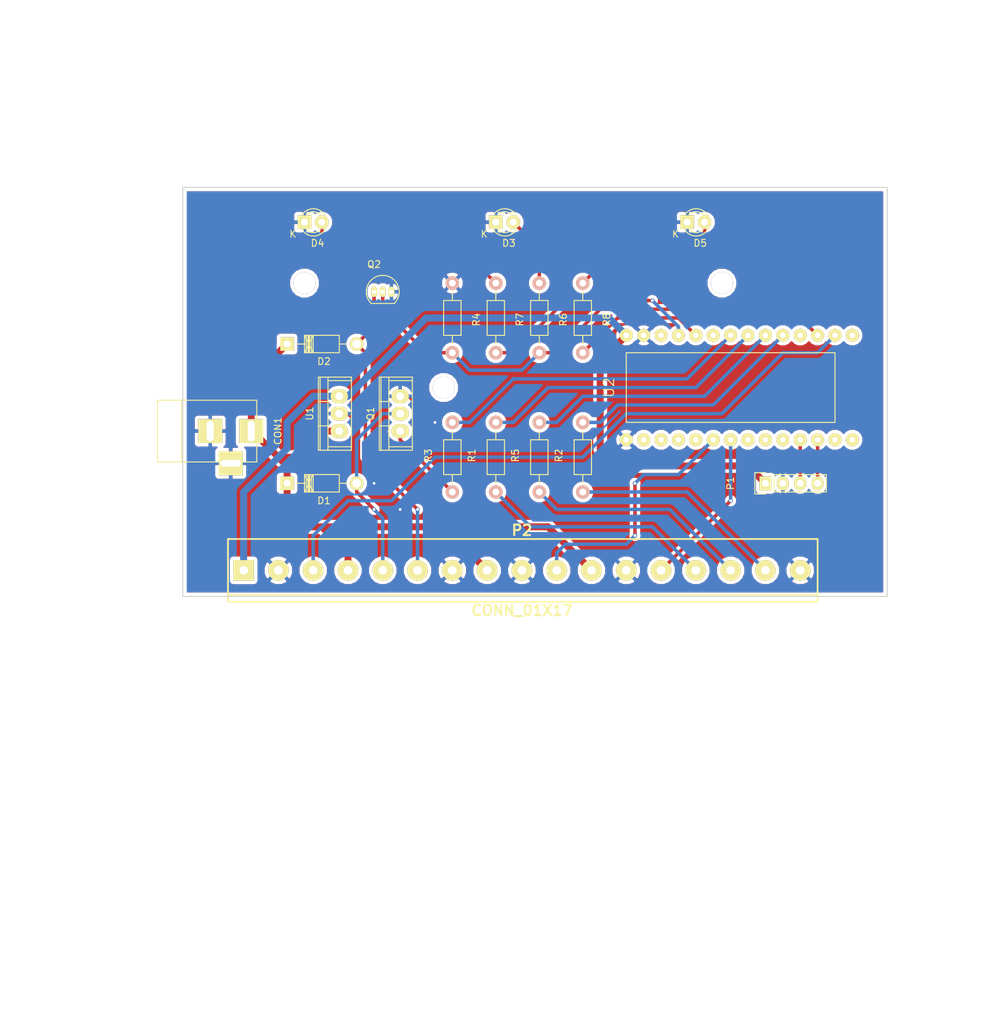
<source format=kicad_pcb>
(kicad_pcb (version 4) (host pcbnew 0.201509221857+6208~30~ubuntu14.04.1-product)

  (general
    (links 50)
    (no_connects 0)
    (area 81.864287 45.41 229.285715 194.24)
    (thickness 1.6)
    (drawings 13)
    (tracks 143)
    (zones 0)
    (modules 23)
    (nets 38)
  )

  (page A4)
  (layers
    (0 F.Cu signal)
    (31 B.Cu signal hide)
    (32 B.Adhes user)
    (33 F.Adhes user)
    (34 B.Paste user)
    (35 F.Paste user)
    (36 B.SilkS user)
    (37 F.SilkS user)
    (38 B.Mask user)
    (39 F.Mask user)
    (40 Dwgs.User user)
    (41 Cmts.User user)
    (42 Eco1.User user)
    (43 Eco2.User user)
    (44 Edge.Cuts user)
    (45 Margin user)
    (46 B.CrtYd user)
    (47 F.CrtYd user)
    (48 B.Fab user)
    (49 F.Fab user)
  )

  (setup
    (last_trace_width 0.508)
    (trace_clearance 0.508)
    (zone_clearance 0.508)
    (zone_45_only no)
    (trace_min 0.508)
    (segment_width 0.2)
    (edge_width 0.15)
    (via_size 0.6)
    (via_drill 0.4064)
    (via_min_size 0.4)
    (via_min_drill 0.3)
    (uvia_size 0.3)
    (uvia_drill 0.1)
    (uvias_allowed no)
    (uvia_min_size 0)
    (uvia_min_drill 0)
    (pcb_text_width 0.3)
    (pcb_text_size 1.5 1.5)
    (mod_edge_width 0.15)
    (mod_text_size 1 1)
    (mod_text_width 0.15)
    (pad_size 2.99974 2.99974)
    (pad_drill 1.24968)
    (pad_to_mask_clearance 0.2)
    (aux_axis_origin 107.95 72.39)
    (visible_elements FFFFFF7F)
    (pcbplotparams
      (layerselection 0x01000_80000001)
      (usegerberextensions false)
      (excludeedgelayer true)
      (linewidth 0.100000)
      (plotframeref false)
      (viasonmask false)
      (mode 1)
      (useauxorigin false)
      (hpglpennumber 1)
      (hpglpenspeed 20)
      (hpglpendiameter 15)
      (hpglpenoverlay 2)
      (psnegative false)
      (psa4output false)
      (plotreference true)
      (plotvalue true)
      (plotinvisibletext false)
      (padsonsilk false)
      (subtractmaskfromsilk false)
      (outputformat 1)
      (mirror false)
      (drillshape 0)
      (scaleselection 1)
      (outputdirectory ""))
  )

  (net 0 "")
  (net 1 +12V)
  (net 2 GND)
  (net 3 /PumpGND)
  (net 4 /SolenoidOut)
  (net 5 +5V)
  (net 6 /BT_TX)
  (net 7 /IR_In)
  (net 8 /FS1)
  (net 9 /FS2)
  (net 10 "Net-(Q1-Pad1)")
  (net 11 /SolenoidCtrl)
  (net 12 /BT_RX)
  (net 13 /PumpPWM)
  (net 14 "Net-(U2-Pad0)")
  (net 15 "Net-(U2-Pad1)")
  (net 16 "Net-(U2-Pad2)")
  (net 17 "Net-(U2-Pad3)")
  (net 18 "Net-(U2-Pad6)")
  (net 19 "Net-(U2-Pad7)")
  (net 20 "Net-(U2-Pad8)")
  (net 21 "Net-(U2-Pad11)")
  (net 22 "Net-(U2-Pad12)")
  (net 23 "Net-(U2-Pad13)")
  (net 24 "Net-(U2-Pad16)")
  (net 25 "Net-(U2-Pad21)")
  (net 26 "Net-(U2-Pad24)")
  (net 27 "Net-(D3-Pad2)")
  (net 28 "Net-(D4-Pad2)")
  (net 29 "Net-(D5-Pad2)")
  (net 30 "Net-(P2-Pad14)")
  (net 31 /LED_R)
  (net 32 "Net-(P2-Pad16)")
  (net 33 /LED_B)
  (net 34 "Net-(P2-Pad15)")
  (net 35 /LED_G)
  (net 36 /PWR_LED)
  (net 37 /LowLevelLED)

  (net_class Default "This is the default net class."
    (clearance 0.508)
    (trace_width 0.508)
    (via_dia 0.6)
    (via_drill 0.4064)
    (uvia_dia 0.3)
    (uvia_drill 0.1)
    (add_net /BT_RX)
    (add_net /BT_TX)
    (add_net /FS1)
    (add_net /FS2)
    (add_net /IR_In)
    (add_net /LED_B)
    (add_net /LED_G)
    (add_net /LED_R)
    (add_net /LowLevelLED)
    (add_net /PWR_LED)
    (add_net /PumpGND)
    (add_net /PumpPWM)
    (add_net /SolenoidCtrl)
    (add_net /SolenoidOut)
    (add_net GND)
    (add_net "Net-(D3-Pad2)")
    (add_net "Net-(D4-Pad2)")
    (add_net "Net-(D5-Pad2)")
    (add_net "Net-(P2-Pad14)")
    (add_net "Net-(P2-Pad15)")
    (add_net "Net-(P2-Pad16)")
    (add_net "Net-(Q1-Pad1)")
    (add_net "Net-(U2-Pad0)")
    (add_net "Net-(U2-Pad1)")
    (add_net "Net-(U2-Pad11)")
    (add_net "Net-(U2-Pad12)")
    (add_net "Net-(U2-Pad13)")
    (add_net "Net-(U2-Pad16)")
    (add_net "Net-(U2-Pad2)")
    (add_net "Net-(U2-Pad21)")
    (add_net "Net-(U2-Pad24)")
    (add_net "Net-(U2-Pad3)")
    (add_net "Net-(U2-Pad6)")
    (add_net "Net-(U2-Pad7)")
    (add_net "Net-(U2-Pad8)")
  )

  (net_class +12V ""
    (clearance 0.508)
    (trace_width 1.016)
    (via_dia 0.6)
    (via_drill 0.4064)
    (uvia_dia 0.3)
    (uvia_drill 0.1)
    (add_net +12V)
  )

  (net_class +5V ""
    (clearance 0.508)
    (trace_width 1.016)
    (via_dia 0.6)
    (via_drill 0.4064)
    (uvia_dia 0.3)
    (uvia_drill 0.1)
    (add_net +5V)
  )

  (module Connect:BARREL_JACK (layer F.Cu) (tedit 562A8EDB) (tstamp 56270092)
    (at 111.76 107.95)
    (descr "DC Barrel Jack")
    (tags "Power Jack")
    (path /5626B07E)
    (fp_text reference CON1 (at 10.09904 0 90) (layer F.SilkS)
      (effects (font (size 1 1) (thickness 0.15)))
    )
    (fp_text value BARREL_JACK (at 0 -5.99948) (layer F.Fab)
      (effects (font (size 1 1) (thickness 0.15)))
    )
    (fp_line (start -4.0005 -4.50088) (end -4.0005 4.50088) (layer F.SilkS) (width 0.15))
    (fp_line (start -7.50062 -4.50088) (end -7.50062 4.50088) (layer F.SilkS) (width 0.15))
    (fp_line (start -7.50062 4.50088) (end 7.00024 4.50088) (layer F.SilkS) (width 0.15))
    (fp_line (start 7.00024 4.50088) (end 7.00024 -4.50088) (layer F.SilkS) (width 0.15))
    (fp_line (start 7.00024 -4.50088) (end -7.50062 -4.50088) (layer F.SilkS) (width 0.15))
    (pad 1 thru_hole rect (at 6.20014 0) (size 3.50012 3.50012) (drill oval 1.016 2.99974) (layers *.Cu *.Mask F.SilkS)
      (net 1 +12V))
    (pad 2 thru_hole rect (at 0.20066 0) (size 3.50012 3.50012) (drill oval 1.016 2.99974) (layers *.Cu *.Mask F.SilkS)
      (net 2 GND))
    (pad 3 thru_hole rect (at 3.2004 4.699) (size 3.50012 3.50012) (drill oval 2.99974 1.016) (layers *.Cu *.Mask F.SilkS)
      (net 2 GND))
  )

  (module Mounting_Holes:MountingHole_3mm (layer F.Cu) (tedit 5627B88C) (tstamp 5627C1AB)
    (at 146.05 101.6)
    (descr "Mounting hole, Befestigungsbohrung, 3mm, No Annular, Kein Restring,")
    (tags "Mounting hole, Befestigungsbohrung, 3mm, No Annular, Kein Restring,")
    (fp_text reference REF** (at 0 -4.0005) (layer F.SilkS) hide
      (effects (font (size 1 1) (thickness 0.15)))
    )
    (fp_text value MountingHole_3mm (at 1.00076 5.00126) (layer F.Fab) hide
      (effects (font (size 1 1) (thickness 0.15)))
    )
    (fp_circle (center 0 0) (end 3 0) (layer Cmts.User) (width 0.381))
    (pad 1 thru_hole circle (at 0 0) (size 3.2 3.2) (drill 3.2) (layers *.Cu))
  )

  (module Power_Integrations:TO-220 (layer F.Cu) (tedit 56270B9E) (tstamp 562700BE)
    (at 139.7 105.41 90)
    (descr "Non Isolated JEDEC TO-220 Package")
    (tags "Power Integration YN Package")
    (path /5626D707)
    (fp_text reference Q1 (at 0 -4.318 90) (layer F.SilkS)
      (effects (font (size 1 1) (thickness 0.15)))
    )
    (fp_text value MMBT3906 (at 0 -4.318 90) (layer F.Fab)
      (effects (font (size 1 1) (thickness 0.15)))
    )
    (fp_line (start 4.826 -1.651) (end 4.826 1.778) (layer F.SilkS) (width 0.15))
    (fp_line (start -4.826 -1.651) (end -4.826 1.778) (layer F.SilkS) (width 0.15))
    (fp_line (start 5.334 -2.794) (end -5.334 -2.794) (layer F.SilkS) (width 0.15))
    (fp_line (start 1.778 -1.778) (end 1.778 -3.048) (layer F.SilkS) (width 0.15))
    (fp_line (start -1.778 -1.778) (end -1.778 -3.048) (layer F.SilkS) (width 0.15))
    (fp_line (start -5.334 -1.651) (end 5.334 -1.651) (layer F.SilkS) (width 0.15))
    (fp_line (start 5.334 1.778) (end -5.334 1.778) (layer F.SilkS) (width 0.15))
    (fp_line (start -5.334 -3.048) (end -5.334 1.778) (layer F.SilkS) (width 0.15))
    (fp_line (start 5.334 -3.048) (end 5.334 1.778) (layer F.SilkS) (width 0.15))
    (fp_line (start 5.334 -3.048) (end -5.334 -3.048) (layer F.SilkS) (width 0.15))
    (pad 3 thru_hole oval (at 0 0 90) (size 2.032 2.54) (drill 1.143) (layers *.Cu *.Mask F.SilkS)
      (net 3 /PumpGND))
    (pad 2 thru_hole oval (at 2.54 0 90) (size 2.032 2.54) (drill 1.143) (layers *.Cu *.Mask F.SilkS)
      (net 2 GND))
    (pad 1 thru_hole oval (at -2.54 0 90) (size 2.032 2.54) (drill 1.143) (layers *.Cu *.Mask F.SilkS)
      (net 10 "Net-(Q1-Pad1)"))
  )

  (module Diodes_ThroughHole:Diode_DO-41_SOD81_Horizontal_RM10 (layer F.Cu) (tedit 552FFCCE) (tstamp 56270098)
    (at 123.19 115.57)
    (descr "Diode, DO-41, SOD81, Horizontal, RM 10mm,")
    (tags "Diode, DO-41, SOD81, Horizontal, RM 10mm, 1N4007, SB140,")
    (path /5626DCD4)
    (fp_text reference D1 (at 5.38734 2.53746) (layer F.SilkS)
      (effects (font (size 1 1) (thickness 0.15)))
    )
    (fp_text value D (at 4.37134 -3.55854) (layer F.Fab)
      (effects (font (size 1 1) (thickness 0.15)))
    )
    (fp_line (start 7.62 -0.00254) (end 8.636 -0.00254) (layer F.SilkS) (width 0.15))
    (fp_line (start 2.794 -0.00254) (end 1.524 -0.00254) (layer F.SilkS) (width 0.15))
    (fp_line (start 3.048 -1.27254) (end 3.048 1.26746) (layer F.SilkS) (width 0.15))
    (fp_line (start 3.302 -1.27254) (end 3.302 1.26746) (layer F.SilkS) (width 0.15))
    (fp_line (start 3.556 -1.27254) (end 3.556 1.26746) (layer F.SilkS) (width 0.15))
    (fp_line (start 2.794 -1.27254) (end 2.794 1.26746) (layer F.SilkS) (width 0.15))
    (fp_line (start 3.81 -1.27254) (end 2.54 1.26746) (layer F.SilkS) (width 0.15))
    (fp_line (start 2.54 -1.27254) (end 3.81 1.26746) (layer F.SilkS) (width 0.15))
    (fp_line (start 3.81 -1.27254) (end 3.81 1.26746) (layer F.SilkS) (width 0.15))
    (fp_line (start 3.175 -1.27254) (end 3.175 1.26746) (layer F.SilkS) (width 0.15))
    (fp_line (start 2.54 1.26746) (end 2.54 -1.27254) (layer F.SilkS) (width 0.15))
    (fp_line (start 2.54 -1.27254) (end 7.62 -1.27254) (layer F.SilkS) (width 0.15))
    (fp_line (start 7.62 -1.27254) (end 7.62 1.26746) (layer F.SilkS) (width 0.15))
    (fp_line (start 7.62 1.26746) (end 2.54 1.26746) (layer F.SilkS) (width 0.15))
    (pad 2 thru_hole circle (at 10.16 -0.00254 180) (size 1.99898 1.99898) (drill 1.27) (layers *.Cu *.Mask F.SilkS)
      (net 3 /PumpGND))
    (pad 1 thru_hole rect (at 0 -0.00254 180) (size 1.99898 1.99898) (drill 1.00076) (layers *.Cu *.Mask F.SilkS)
      (net 1 +12V))
  )

  (module Diodes_ThroughHole:Diode_DO-41_SOD81_Horizontal_RM10 (layer F.Cu) (tedit 552FFCCE) (tstamp 5627009E)
    (at 123.19 95.25)
    (descr "Diode, DO-41, SOD81, Horizontal, RM 10mm,")
    (tags "Diode, DO-41, SOD81, Horizontal, RM 10mm, 1N4007, SB140,")
    (path /56272406)
    (fp_text reference D2 (at 5.38734 2.53746) (layer F.SilkS)
      (effects (font (size 1 1) (thickness 0.15)))
    )
    (fp_text value D (at 4.37134 -3.55854) (layer F.Fab)
      (effects (font (size 1 1) (thickness 0.15)))
    )
    (fp_line (start 7.62 -0.00254) (end 8.636 -0.00254) (layer F.SilkS) (width 0.15))
    (fp_line (start 2.794 -0.00254) (end 1.524 -0.00254) (layer F.SilkS) (width 0.15))
    (fp_line (start 3.048 -1.27254) (end 3.048 1.26746) (layer F.SilkS) (width 0.15))
    (fp_line (start 3.302 -1.27254) (end 3.302 1.26746) (layer F.SilkS) (width 0.15))
    (fp_line (start 3.556 -1.27254) (end 3.556 1.26746) (layer F.SilkS) (width 0.15))
    (fp_line (start 2.794 -1.27254) (end 2.794 1.26746) (layer F.SilkS) (width 0.15))
    (fp_line (start 3.81 -1.27254) (end 2.54 1.26746) (layer F.SilkS) (width 0.15))
    (fp_line (start 2.54 -1.27254) (end 3.81 1.26746) (layer F.SilkS) (width 0.15))
    (fp_line (start 3.81 -1.27254) (end 3.81 1.26746) (layer F.SilkS) (width 0.15))
    (fp_line (start 3.175 -1.27254) (end 3.175 1.26746) (layer F.SilkS) (width 0.15))
    (fp_line (start 2.54 1.26746) (end 2.54 -1.27254) (layer F.SilkS) (width 0.15))
    (fp_line (start 2.54 -1.27254) (end 7.62 -1.27254) (layer F.SilkS) (width 0.15))
    (fp_line (start 7.62 -1.27254) (end 7.62 1.26746) (layer F.SilkS) (width 0.15))
    (fp_line (start 7.62 1.26746) (end 2.54 1.26746) (layer F.SilkS) (width 0.15))
    (pad 2 thru_hole circle (at 10.16 -0.00254 180) (size 1.99898 1.99898) (drill 1.27) (layers *.Cu *.Mask F.SilkS)
      (net 4 /SolenoidOut))
    (pad 1 thru_hole rect (at 0 -0.00254 180) (size 1.99898 1.99898) (drill 1.00076) (layers *.Cu *.Mask F.SilkS)
      (net 1 +12V))
  )

  (module Pin_Headers:Pin_Header_Straight_1x04 (layer F.Cu) (tedit 0) (tstamp 562700A6)
    (at 193.04 115.57 90)
    (descr "Through hole pin header")
    (tags "pin header")
    (path /5626DC5D)
    (fp_text reference P1 (at 0 -5.1 90) (layer F.SilkS)
      (effects (font (size 1 1) (thickness 0.15)))
    )
    (fp_text value CONN_01X04 (at 0 -3.1 90) (layer F.Fab)
      (effects (font (size 1 1) (thickness 0.15)))
    )
    (fp_line (start -1.75 -1.75) (end -1.75 9.4) (layer F.CrtYd) (width 0.05))
    (fp_line (start 1.75 -1.75) (end 1.75 9.4) (layer F.CrtYd) (width 0.05))
    (fp_line (start -1.75 -1.75) (end 1.75 -1.75) (layer F.CrtYd) (width 0.05))
    (fp_line (start -1.75 9.4) (end 1.75 9.4) (layer F.CrtYd) (width 0.05))
    (fp_line (start -1.27 1.27) (end -1.27 8.89) (layer F.SilkS) (width 0.15))
    (fp_line (start 1.27 1.27) (end 1.27 8.89) (layer F.SilkS) (width 0.15))
    (fp_line (start 1.55 -1.55) (end 1.55 0) (layer F.SilkS) (width 0.15))
    (fp_line (start -1.27 8.89) (end 1.27 8.89) (layer F.SilkS) (width 0.15))
    (fp_line (start 1.27 1.27) (end -1.27 1.27) (layer F.SilkS) (width 0.15))
    (fp_line (start -1.55 0) (end -1.55 -1.55) (layer F.SilkS) (width 0.15))
    (fp_line (start -1.55 -1.55) (end 1.55 -1.55) (layer F.SilkS) (width 0.15))
    (pad 1 thru_hole rect (at 0 0 90) (size 2.032 1.7272) (drill 1.016) (layers *.Cu *.Mask F.SilkS)
      (net 5 +5V))
    (pad 2 thru_hole oval (at 0 2.54 90) (size 2.032 1.7272) (drill 1.016) (layers *.Cu *.Mask F.SilkS)
      (net 2 GND))
    (pad 3 thru_hole oval (at 0 5.08 90) (size 2.032 1.7272) (drill 1.016) (layers *.Cu *.Mask F.SilkS)
      (net 6 /BT_TX))
    (pad 4 thru_hole oval (at 0 7.62 90) (size 2.032 1.7272) (drill 1.016) (layers *.Cu *.Mask F.SilkS)
      (net 12 /BT_RX))
    (model Pin_Headers.3dshapes/Pin_Header_Straight_1x04.wrl
      (at (xyz 0 -0.15 0))
      (scale (xyz 1 1 1))
      (rotate (xyz 0 0 90))
    )
  )

  (module Housings_TO-92:TO-92_Inline_Narrow_Oval (layer F.Cu) (tedit 54F24281) (tstamp 562700C5)
    (at 135.89 87.63)
    (descr "TO-92 leads in-line, narrow, oval pads, drill 0.6mm (see NXP sot054_po.pdf)")
    (tags "to-92 sc-43 sc-43a sot54 PA33 transistor")
    (path /5626BAED)
    (fp_text reference Q2 (at 0 -4) (layer F.SilkS)
      (effects (font (size 1 1) (thickness 0.15)))
    )
    (fp_text value BS170 (at 0 3) (layer F.Fab)
      (effects (font (size 1 1) (thickness 0.15)))
    )
    (fp_line (start -1.4 1.95) (end -1.4 -2.65) (layer F.CrtYd) (width 0.05))
    (fp_line (start -1.4 1.95) (end 3.95 1.95) (layer F.CrtYd) (width 0.05))
    (fp_line (start -0.43 1.7) (end 2.97 1.7) (layer F.SilkS) (width 0.15))
    (fp_arc (start 1.27 0) (end 1.27 -2.4) (angle -135) (layer F.SilkS) (width 0.15))
    (fp_arc (start 1.27 0) (end 1.27 -2.4) (angle 135) (layer F.SilkS) (width 0.15))
    (fp_line (start -1.4 -2.65) (end 3.95 -2.65) (layer F.CrtYd) (width 0.05))
    (fp_line (start 3.95 1.95) (end 3.95 -2.65) (layer F.CrtYd) (width 0.05))
    (pad 2 thru_hole oval (at 1.27 0 180) (size 0.89916 1.50114) (drill 0.6) (layers *.Cu *.Mask F.SilkS)
      (net 11 /SolenoidCtrl))
    (pad 3 thru_hole oval (at 2.54 0 180) (size 0.89916 1.50114) (drill 0.6) (layers *.Cu *.Mask F.SilkS)
      (net 2 GND))
    (pad 1 thru_hole oval (at 0 0 180) (size 0.89916 1.50114) (drill 0.6) (layers *.Cu *.Mask F.SilkS)
      (net 4 /SolenoidOut))
    (model Housings_TO-92.3dshapes/TO-92_Inline_Narrow_Oval.wrl
      (at (xyz 0.05 0 0))
      (scale (xyz 1 1 1))
      (rotate (xyz 0 0 -90))
    )
  )

  (module Resistors_ThroughHole:Resistor_Horizontal_RM10mm (layer F.Cu) (tedit 53F56209) (tstamp 562700D7)
    (at 147.32 111.76 90)
    (descr "Resistor, Axial,  RM 10mm, 1/3W,")
    (tags "Resistor, Axial, RM 10mm, 1/3W,")
    (path /5626DD83)
    (fp_text reference R3 (at 0.24892 -3.50012 90) (layer F.SilkS)
      (effects (font (size 1 1) (thickness 0.15)))
    )
    (fp_text value R (at 3.81 3.81 90) (layer F.Fab)
      (effects (font (size 1 1) (thickness 0.15)))
    )
    (fp_line (start -2.54 -1.27) (end 2.54 -1.27) (layer F.SilkS) (width 0.15))
    (fp_line (start 2.54 -1.27) (end 2.54 1.27) (layer F.SilkS) (width 0.15))
    (fp_line (start 2.54 1.27) (end -2.54 1.27) (layer F.SilkS) (width 0.15))
    (fp_line (start -2.54 1.27) (end -2.54 -1.27) (layer F.SilkS) (width 0.15))
    (fp_line (start -2.54 0) (end -3.81 0) (layer F.SilkS) (width 0.15))
    (fp_line (start 2.54 0) (end 3.81 0) (layer F.SilkS) (width 0.15))
    (pad 1 thru_hole circle (at -5.08 0 90) (size 1.99898 1.99898) (drill 1.00076) (layers *.Cu *.SilkS *.Mask)
      (net 10 "Net-(Q1-Pad1)"))
    (pad 2 thru_hole circle (at 5.08 0 90) (size 1.99898 1.99898) (drill 1.00076) (layers *.Cu *.SilkS *.Mask)
      (net 13 /PumpPWM))
    (model Resistors_ThroughHole.3dshapes/Resistor_Horizontal_RM10mm.wrl
      (at (xyz 0 0 0))
      (scale (xyz 0.4 0.4 0.4))
      (rotate (xyz 0 0 0))
    )
  )

  (module Resistors_ThroughHole:Resistor_Horizontal_RM10mm (layer F.Cu) (tedit 53F56209) (tstamp 562700DD)
    (at 147.32 91.44 270)
    (descr "Resistor, Axial,  RM 10mm, 1/3W,")
    (tags "Resistor, Axial, RM 10mm, 1/3W,")
    (path /56271016)
    (fp_text reference R4 (at 0.24892 -3.50012 270) (layer F.SilkS)
      (effects (font (size 1 1) (thickness 0.15)))
    )
    (fp_text value R (at 3.81 3.81 270) (layer F.Fab)
      (effects (font (size 1 1) (thickness 0.15)))
    )
    (fp_line (start -2.54 -1.27) (end 2.54 -1.27) (layer F.SilkS) (width 0.15))
    (fp_line (start 2.54 -1.27) (end 2.54 1.27) (layer F.SilkS) (width 0.15))
    (fp_line (start 2.54 1.27) (end -2.54 1.27) (layer F.SilkS) (width 0.15))
    (fp_line (start -2.54 1.27) (end -2.54 -1.27) (layer F.SilkS) (width 0.15))
    (fp_line (start -2.54 0) (end -3.81 0) (layer F.SilkS) (width 0.15))
    (fp_line (start 2.54 0) (end 3.81 0) (layer F.SilkS) (width 0.15))
    (pad 1 thru_hole circle (at -5.08 0 270) (size 1.99898 1.99898) (drill 1.00076) (layers *.Cu *.SilkS *.Mask)
      (net 2 GND))
    (pad 2 thru_hole circle (at 5.08 0 270) (size 1.99898 1.99898) (drill 1.00076) (layers *.Cu *.SilkS *.Mask)
      (net 11 /SolenoidCtrl))
    (model Resistors_ThroughHole.3dshapes/Resistor_Horizontal_RM10mm.wrl
      (at (xyz 0 0 0))
      (scale (xyz 0.4 0.4 0.4))
      (rotate (xyz 0 0 0))
    )
  )

  (module Power_Integrations:TO-220 (layer F.Cu) (tedit 0) (tstamp 562700E4)
    (at 130.81 105.41 90)
    (descr "Non Isolated JEDEC TO-220 Package")
    (tags "Power Integration YN Package")
    (path /5626B52E)
    (fp_text reference U1 (at 0 -4.318 90) (layer F.SilkS)
      (effects (font (size 1 1) (thickness 0.15)))
    )
    (fp_text value LM7805CT (at 0 -4.318 90) (layer F.Fab)
      (effects (font (size 1 1) (thickness 0.15)))
    )
    (fp_line (start 4.826 -1.651) (end 4.826 1.778) (layer F.SilkS) (width 0.15))
    (fp_line (start -4.826 -1.651) (end -4.826 1.778) (layer F.SilkS) (width 0.15))
    (fp_line (start 5.334 -2.794) (end -5.334 -2.794) (layer F.SilkS) (width 0.15))
    (fp_line (start 1.778 -1.778) (end 1.778 -3.048) (layer F.SilkS) (width 0.15))
    (fp_line (start -1.778 -1.778) (end -1.778 -3.048) (layer F.SilkS) (width 0.15))
    (fp_line (start -5.334 -1.651) (end 5.334 -1.651) (layer F.SilkS) (width 0.15))
    (fp_line (start 5.334 1.778) (end -5.334 1.778) (layer F.SilkS) (width 0.15))
    (fp_line (start -5.334 -3.048) (end -5.334 1.778) (layer F.SilkS) (width 0.15))
    (fp_line (start 5.334 -3.048) (end 5.334 1.778) (layer F.SilkS) (width 0.15))
    (fp_line (start 5.334 -3.048) (end -5.334 -3.048) (layer F.SilkS) (width 0.15))
    (pad 2 thru_hole oval (at 0 0 90) (size 2.032 2.54) (drill 1.143) (layers *.Cu *.Mask F.SilkS)
      (net 2 GND))
    (pad 3 thru_hole oval (at 2.54 0 90) (size 2.032 2.54) (drill 1.143) (layers *.Cu *.Mask F.SilkS)
      (net 5 +5V))
    (pad 1 thru_hole oval (at -2.54 0 90) (size 2.032 2.54) (drill 1.143) (layers *.Cu *.Mask F.SilkS)
      (net 1 +12V))
  )

  (module Teensy:Teensy-3.1 (layer F.Cu) (tedit 5506D470) (tstamp 56270104)
    (at 175.26 109.22)
    (path /5626B476)
    (fp_text reference U2 (at -5.08 -7.62 90) (layer F.SilkS)
      (effects (font (size 1.5 1.5) (thickness 0.15)))
    )
    (fp_text value Teensy_3.1 (at 5.08 -10.16) (layer F.Fab)
      (effects (font (size 1.5 1.5) (thickness 0.15)))
    )
    (fp_line (start -2.54 -12.7) (end 27.94 -12.7) (layer F.SilkS) (width 0.15))
    (fp_line (start 27.94 -12.7) (end 27.94 -2.54) (layer F.SilkS) (width 0.15))
    (fp_line (start 27.94 -2.54) (end -2.54 -2.54) (layer F.SilkS) (width 0.15))
    (fp_line (start -2.54 -2.54) (end -2.54 -12.7) (layer F.SilkS) (width 0.15))
    (pad 0 thru_hole circle (at 0 0) (size 1.9 1.9) (drill 0.8) (layers *.Cu *.Mask F.SilkS)
      (net 14 "Net-(U2-Pad0)"))
    (pad 1 thru_hole circle (at 2.54 0) (size 1.9 1.9) (drill 0.8) (layers *.Cu *.Mask F.SilkS)
      (net 15 "Net-(U2-Pad1)"))
    (pad 2 thru_hole circle (at 5.08 0) (size 1.9 1.9) (drill 0.8) (layers *.Cu *.Mask F.SilkS)
      (net 16 "Net-(U2-Pad2)"))
    (pad 3 thru_hole circle (at 7.62 0) (size 1.9 1.9) (drill 0.8) (layers *.Cu *.Mask F.SilkS)
      (net 17 "Net-(U2-Pad3)"))
    (pad 4 thru_hole circle (at 10.16 0) (size 1.9 1.9) (drill 0.8) (layers *.Cu *.Mask F.SilkS)
      (net 8 /FS1))
    (pad 5 thru_hole circle (at 12.7 0) (size 1.9 1.9) (drill 0.8) (layers *.Cu *.Mask F.SilkS)
      (net 9 /FS2))
    (pad 6 thru_hole circle (at 15.24 0) (size 1.9 1.9) (drill 0.8) (layers *.Cu *.Mask F.SilkS)
      (net 18 "Net-(U2-Pad6)"))
    (pad 7 thru_hole circle (at 17.78 0) (size 1.9 1.9) (drill 0.8) (layers *.Cu *.Mask F.SilkS)
      (net 19 "Net-(U2-Pad7)"))
    (pad 8 thru_hole circle (at 20.32 0) (size 1.9 1.9) (drill 0.8) (layers *.Cu *.Mask F.SilkS)
      (net 20 "Net-(U2-Pad8)"))
    (pad 9 thru_hole circle (at 22.86 0) (size 1.9 1.9) (drill 0.8) (layers *.Cu *.Mask F.SilkS)
      (net 6 /BT_TX))
    (pad 10 thru_hole circle (at 25.4 0) (size 1.9 1.9) (drill 0.8) (layers *.Cu *.Mask F.SilkS)
      (net 12 /BT_RX))
    (pad 11 thru_hole circle (at 27.94 0) (size 1.9 1.9) (drill 0.8) (layers *.Cu *.Mask F.SilkS)
      (net 21 "Net-(U2-Pad11)"))
    (pad 12 thru_hole circle (at 30.48 0) (size 1.9 1.9) (drill 0.8) (layers *.Cu *.Mask F.SilkS)
      (net 22 "Net-(U2-Pad12)"))
    (pad 13 thru_hole circle (at 30.48 -15.24) (size 1.9 1.9) (drill 0.8) (layers *.Cu *.Mask F.SilkS)
      (net 23 "Net-(U2-Pad13)"))
    (pad 14 thru_hole circle (at 27.94 -15.24) (size 1.9 1.9) (drill 0.8) (layers *.Cu *.Mask F.SilkS)
      (net 7 /IR_In))
    (pad 15 thru_hole circle (at 25.4 -15.24) (size 1.9 1.9) (drill 0.8) (layers *.Cu *.Mask F.SilkS)
      (net 11 /SolenoidCtrl))
    (pad 16 thru_hole circle (at 22.86 -15.24) (size 1.9 1.9) (drill 0.8) (layers *.Cu *.Mask F.SilkS)
      (net 24 "Net-(U2-Pad16)"))
    (pad 17 thru_hole circle (at 20.32 -15.24) (size 1.9 1.9) (drill 0.8) (layers *.Cu *.Mask F.SilkS)
      (net 33 /LED_B))
    (pad 18 thru_hole circle (at 17.78 -15.24) (size 1.9 1.9) (drill 0.8) (layers *.Cu *.Mask F.SilkS)
      (net 35 /LED_G))
    (pad 19 thru_hole circle (at 15.24 -15.24) (size 1.9 1.9) (drill 0.8) (layers *.Cu *.Mask F.SilkS)
      (net 31 /LED_R))
    (pad 20 thru_hole circle (at 12.7 -15.24) (size 1.9 1.9) (drill 0.8) (layers *.Cu *.Mask F.SilkS)
      (net 13 /PumpPWM))
    (pad 21 thru_hole circle (at 10.16 -15.24) (size 1.9 1.9) (drill 0.8) (layers *.Cu *.Mask F.SilkS)
      (net 25 "Net-(U2-Pad21)"))
    (pad 22 thru_hole circle (at 7.62 -15.24) (size 1.9 1.9) (drill 0.8) (layers *.Cu *.Mask F.SilkS)
      (net 37 /LowLevelLED))
    (pad 23 thru_hole circle (at 5.08 -15.24) (size 1.9 1.9) (drill 0.8) (layers *.Cu *.Mask F.SilkS)
      (net 36 /PWR_LED))
    (pad 24 thru_hole circle (at 2.54 -15.24) (size 1.9 1.9) (drill 0.8) (layers *.Cu *.Mask F.SilkS)
      (net 26 "Net-(U2-Pad24)"))
    (pad 25 thru_hole circle (at 0 -15.24) (size 1.9 1.9) (drill 0.8) (layers *.Cu *.Mask F.SilkS)
      (net 2 GND))
    (pad 26 thru_hole circle (at -2.54 -15.24) (size 1.9 1.9) (drill 0.8) (layers *.Cu *.Mask F.SilkS)
      (net 5 +5V))
    (pad 27 thru_hole circle (at -2.54 0) (size 1.9 1.9) (drill 0.8) (layers *.Cu *.Mask F.SilkS)
      (net 2 GND))
  )

  (module Mounting_Holes:MountingHole_3mm (layer F.Cu) (tedit 5627B8AE) (tstamp 5627C1B1)
    (at 125.73 86.36)
    (descr "Mounting hole, Befestigungsbohrung, 3mm, No Annular, Kein Restring,")
    (tags "Mounting hole, Befestigungsbohrung, 3mm, No Annular, Kein Restring,")
    (fp_text reference REF** (at 0 -4.0005) (layer F.SilkS) hide
      (effects (font (size 1 1) (thickness 0.15)))
    )
    (fp_text value MountingHole_3mm (at 1.00076 5.00126) (layer F.Fab) hide
      (effects (font (size 1 1) (thickness 0.15)))
    )
    (fp_circle (center 0 0) (end 3 0) (layer Cmts.User) (width 0.381))
    (pad 1 thru_hole circle (at 0 0) (size 3.2 3.2) (drill 3.2) (layers *.Cu))
  )

  (module Mounting_Holes:MountingHole_3mm (layer F.Cu) (tedit 5627B8B9) (tstamp 5627C1B7)
    (at 186.69 86.36)
    (descr "Mounting hole, Befestigungsbohrung, 3mm, No Annular, Kein Restring,")
    (tags "Mounting hole, Befestigungsbohrung, 3mm, No Annular, Kein Restring,")
    (fp_text reference REF** (at 0 -4.0005) (layer F.SilkS) hide
      (effects (font (size 1 1) (thickness 0.15)))
    )
    (fp_text value MountingHole_3mm (at 1.00076 5.00126) (layer F.Fab) hide
      (effects (font (size 1 1) (thickness 0.15)))
    )
    (fp_circle (center 0 0) (end 3 0) (layer Cmts.User) (width 0.381))
    (pad 1 thru_hole circle (at 0 0) (size 3.2 3.2) (drill 3.2) (layers *.Cu))
  )

  (module LEDs:LED-3MM (layer F.Cu) (tedit 559B82F6) (tstamp 5628271E)
    (at 153.67 77.47)
    (descr "LED 3mm round vertical")
    (tags "LED  3mm round vertical")
    (path /56285153)
    (fp_text reference D3 (at 1.91 3.06) (layer F.SilkS)
      (effects (font (size 1 1) (thickness 0.15)))
    )
    (fp_text value LED (at 1.3 -2.9) (layer F.Fab)
      (effects (font (size 1 1) (thickness 0.15)))
    )
    (fp_line (start -1.2 2.3) (end 3.8 2.3) (layer F.CrtYd) (width 0.05))
    (fp_line (start 3.8 2.3) (end 3.8 -2.2) (layer F.CrtYd) (width 0.05))
    (fp_line (start 3.8 -2.2) (end -1.2 -2.2) (layer F.CrtYd) (width 0.05))
    (fp_line (start -1.2 -2.2) (end -1.2 2.3) (layer F.CrtYd) (width 0.05))
    (fp_line (start -0.199 1.314) (end -0.199 1.114) (layer F.SilkS) (width 0.15))
    (fp_line (start -0.199 -1.28) (end -0.199 -1.1) (layer F.SilkS) (width 0.15))
    (fp_arc (start 1.301 0.034) (end -0.199 -1.286) (angle 108.5) (layer F.SilkS) (width 0.15))
    (fp_arc (start 1.301 0.034) (end 0.25 -1.1) (angle 85.7) (layer F.SilkS) (width 0.15))
    (fp_arc (start 1.311 0.034) (end 3.051 0.994) (angle 110) (layer F.SilkS) (width 0.15))
    (fp_arc (start 1.301 0.034) (end 2.335 1.094) (angle 87.5) (layer F.SilkS) (width 0.15))
    (fp_text user K (at -1.69 1.74) (layer F.SilkS)
      (effects (font (size 1 1) (thickness 0.15)))
    )
    (pad 1 thru_hole rect (at 0 0 90) (size 2 2) (drill 1.00076) (layers *.Cu *.Mask F.SilkS)
      (net 2 GND))
    (pad 2 thru_hole circle (at 2.54 0) (size 2 2) (drill 1.00076) (layers *.Cu *.Mask F.SilkS)
      (net 27 "Net-(D3-Pad2)"))
    (model LEDs.3dshapes/LED-3MM.wrl
      (at (xyz 0.05 0 0))
      (scale (xyz 1 1 1))
      (rotate (xyz 0 0 90))
    )
  )

  (module LEDs:LED-3MM (layer F.Cu) (tedit 559B82F6) (tstamp 56282724)
    (at 125.73 77.47)
    (descr "LED 3mm round vertical")
    (tags "LED  3mm round vertical")
    (path /5628521B)
    (fp_text reference D4 (at 1.91 3.06) (layer F.SilkS)
      (effects (font (size 1 1) (thickness 0.15)))
    )
    (fp_text value LED (at 1.3 -2.9) (layer F.Fab)
      (effects (font (size 1 1) (thickness 0.15)))
    )
    (fp_line (start -1.2 2.3) (end 3.8 2.3) (layer F.CrtYd) (width 0.05))
    (fp_line (start 3.8 2.3) (end 3.8 -2.2) (layer F.CrtYd) (width 0.05))
    (fp_line (start 3.8 -2.2) (end -1.2 -2.2) (layer F.CrtYd) (width 0.05))
    (fp_line (start -1.2 -2.2) (end -1.2 2.3) (layer F.CrtYd) (width 0.05))
    (fp_line (start -0.199 1.314) (end -0.199 1.114) (layer F.SilkS) (width 0.15))
    (fp_line (start -0.199 -1.28) (end -0.199 -1.1) (layer F.SilkS) (width 0.15))
    (fp_arc (start 1.301 0.034) (end -0.199 -1.286) (angle 108.5) (layer F.SilkS) (width 0.15))
    (fp_arc (start 1.301 0.034) (end 0.25 -1.1) (angle 85.7) (layer F.SilkS) (width 0.15))
    (fp_arc (start 1.311 0.034) (end 3.051 0.994) (angle 110) (layer F.SilkS) (width 0.15))
    (fp_arc (start 1.301 0.034) (end 2.335 1.094) (angle 87.5) (layer F.SilkS) (width 0.15))
    (fp_text user K (at -1.69 1.74) (layer F.SilkS)
      (effects (font (size 1 1) (thickness 0.15)))
    )
    (pad 1 thru_hole rect (at 0 0 90) (size 2 2) (drill 1.00076) (layers *.Cu *.Mask F.SilkS)
      (net 2 GND))
    (pad 2 thru_hole circle (at 2.54 0) (size 2 2) (drill 1.00076) (layers *.Cu *.Mask F.SilkS)
      (net 28 "Net-(D4-Pad2)"))
    (model LEDs.3dshapes/LED-3MM.wrl
      (at (xyz 0.05 0 0))
      (scale (xyz 1 1 1))
      (rotate (xyz 0 0 90))
    )
  )

  (module LEDs:LED-3MM (layer F.Cu) (tedit 559B82F6) (tstamp 5628272A)
    (at 181.61 77.47)
    (descr "LED 3mm round vertical")
    (tags "LED  3mm round vertical")
    (path /56289112)
    (fp_text reference D5 (at 1.91 3.06) (layer F.SilkS)
      (effects (font (size 1 1) (thickness 0.15)))
    )
    (fp_text value LED (at 1.3 -2.9) (layer F.Fab)
      (effects (font (size 1 1) (thickness 0.15)))
    )
    (fp_line (start -1.2 2.3) (end 3.8 2.3) (layer F.CrtYd) (width 0.05))
    (fp_line (start 3.8 2.3) (end 3.8 -2.2) (layer F.CrtYd) (width 0.05))
    (fp_line (start 3.8 -2.2) (end -1.2 -2.2) (layer F.CrtYd) (width 0.05))
    (fp_line (start -1.2 -2.2) (end -1.2 2.3) (layer F.CrtYd) (width 0.05))
    (fp_line (start -0.199 1.314) (end -0.199 1.114) (layer F.SilkS) (width 0.15))
    (fp_line (start -0.199 -1.28) (end -0.199 -1.1) (layer F.SilkS) (width 0.15))
    (fp_arc (start 1.301 0.034) (end -0.199 -1.286) (angle 108.5) (layer F.SilkS) (width 0.15))
    (fp_arc (start 1.301 0.034) (end 0.25 -1.1) (angle 85.7) (layer F.SilkS) (width 0.15))
    (fp_arc (start 1.311 0.034) (end 3.051 0.994) (angle 110) (layer F.SilkS) (width 0.15))
    (fp_arc (start 1.301 0.034) (end 2.335 1.094) (angle 87.5) (layer F.SilkS) (width 0.15))
    (fp_text user K (at -1.69 1.74) (layer F.SilkS)
      (effects (font (size 1 1) (thickness 0.15)))
    )
    (pad 1 thru_hole rect (at 0 0 90) (size 2 2) (drill 1.00076) (layers *.Cu *.Mask F.SilkS)
      (net 2 GND))
    (pad 2 thru_hole circle (at 2.54 0) (size 2 2) (drill 1.00076) (layers *.Cu *.Mask F.SilkS)
      (net 29 "Net-(D5-Pad2)"))
    (model LEDs.3dshapes/LED-3MM.wrl
      (at (xyz 0.05 0 0))
      (scale (xyz 1 1 1))
      (rotate (xyz 0 0 90))
    )
  )

  (module Resistors_ThroughHole:Resistor_Horizontal_RM10mm (layer F.Cu) (tedit 53F56209) (tstamp 56282730)
    (at 160.02 111.76 90)
    (descr "Resistor, Axial,  RM 10mm, 1/3W,")
    (tags "Resistor, Axial, RM 10mm, 1/3W,")
    (path /5628355B)
    (fp_text reference R5 (at 0.24892 -3.50012 90) (layer F.SilkS)
      (effects (font (size 1 1) (thickness 0.15)))
    )
    (fp_text value R (at 3.81 3.81 90) (layer F.Fab)
      (effects (font (size 1 1) (thickness 0.15)))
    )
    (fp_line (start -2.54 -1.27) (end 2.54 -1.27) (layer F.SilkS) (width 0.15))
    (fp_line (start 2.54 -1.27) (end 2.54 1.27) (layer F.SilkS) (width 0.15))
    (fp_line (start 2.54 1.27) (end -2.54 1.27) (layer F.SilkS) (width 0.15))
    (fp_line (start -2.54 1.27) (end -2.54 -1.27) (layer F.SilkS) (width 0.15))
    (fp_line (start -2.54 0) (end -3.81 0) (layer F.SilkS) (width 0.15))
    (fp_line (start 2.54 0) (end 3.81 0) (layer F.SilkS) (width 0.15))
    (pad 1 thru_hole circle (at -5.08 0 90) (size 1.99898 1.99898) (drill 1.00076) (layers *.Cu *.SilkS *.Mask)
      (net 34 "Net-(P2-Pad15)"))
    (pad 2 thru_hole circle (at 5.08 0 90) (size 1.99898 1.99898) (drill 1.00076) (layers *.Cu *.SilkS *.Mask)
      (net 35 /LED_G))
    (model Resistors_ThroughHole.3dshapes/Resistor_Horizontal_RM10mm.wrl
      (at (xyz 0 0 0))
      (scale (xyz 0.4 0.4 0.4))
      (rotate (xyz 0 0 0))
    )
  )

  (module Resistors_ThroughHole:Resistor_Horizontal_RM10mm (layer F.Cu) (tedit 53F56209) (tstamp 56282736)
    (at 160.02 91.44 270)
    (descr "Resistor, Axial,  RM 10mm, 1/3W,")
    (tags "Resistor, Axial, RM 10mm, 1/3W,")
    (path /56285015)
    (fp_text reference R6 (at 0.24892 -3.50012 270) (layer F.SilkS)
      (effects (font (size 1 1) (thickness 0.15)))
    )
    (fp_text value R (at 3.81 3.81 270) (layer F.Fab)
      (effects (font (size 1 1) (thickness 0.15)))
    )
    (fp_line (start -2.54 -1.27) (end 2.54 -1.27) (layer F.SilkS) (width 0.15))
    (fp_line (start 2.54 -1.27) (end 2.54 1.27) (layer F.SilkS) (width 0.15))
    (fp_line (start 2.54 1.27) (end -2.54 1.27) (layer F.SilkS) (width 0.15))
    (fp_line (start -2.54 1.27) (end -2.54 -1.27) (layer F.SilkS) (width 0.15))
    (fp_line (start -2.54 0) (end -3.81 0) (layer F.SilkS) (width 0.15))
    (fp_line (start 2.54 0) (end 3.81 0) (layer F.SilkS) (width 0.15))
    (pad 1 thru_hole circle (at -5.08 0 270) (size 1.99898 1.99898) (drill 1.00076) (layers *.Cu *.SilkS *.Mask)
      (net 27 "Net-(D3-Pad2)"))
    (pad 2 thru_hole circle (at 5.08 0 270) (size 1.99898 1.99898) (drill 1.00076) (layers *.Cu *.SilkS *.Mask)
      (net 11 /SolenoidCtrl))
    (model Resistors_ThroughHole.3dshapes/Resistor_Horizontal_RM10mm.wrl
      (at (xyz 0 0 0))
      (scale (xyz 0.4 0.4 0.4))
      (rotate (xyz 0 0 0))
    )
  )

  (module Resistors_ThroughHole:Resistor_Horizontal_RM10mm (layer F.Cu) (tedit 53F56209) (tstamp 5628273C)
    (at 153.67 91.44 270)
    (descr "Resistor, Axial,  RM 10mm, 1/3W,")
    (tags "Resistor, Axial, RM 10mm, 1/3W,")
    (path /562850DB)
    (fp_text reference R7 (at 0.24892 -3.50012 270) (layer F.SilkS)
      (effects (font (size 1 1) (thickness 0.15)))
    )
    (fp_text value R (at 3.81 3.81 270) (layer F.Fab)
      (effects (font (size 1 1) (thickness 0.15)))
    )
    (fp_line (start -2.54 -1.27) (end 2.54 -1.27) (layer F.SilkS) (width 0.15))
    (fp_line (start 2.54 -1.27) (end 2.54 1.27) (layer F.SilkS) (width 0.15))
    (fp_line (start 2.54 1.27) (end -2.54 1.27) (layer F.SilkS) (width 0.15))
    (fp_line (start -2.54 1.27) (end -2.54 -1.27) (layer F.SilkS) (width 0.15))
    (fp_line (start -2.54 0) (end -3.81 0) (layer F.SilkS) (width 0.15))
    (fp_line (start 2.54 0) (end 3.81 0) (layer F.SilkS) (width 0.15))
    (pad 1 thru_hole circle (at -5.08 0 270) (size 1.99898 1.99898) (drill 1.00076) (layers *.Cu *.SilkS *.Mask)
      (net 28 "Net-(D4-Pad2)"))
    (pad 2 thru_hole circle (at 5.08 0 270) (size 1.99898 1.99898) (drill 1.00076) (layers *.Cu *.SilkS *.Mask)
      (net 36 /PWR_LED))
    (model Resistors_ThroughHole.3dshapes/Resistor_Horizontal_RM10mm.wrl
      (at (xyz 0 0 0))
      (scale (xyz 0.4 0.4 0.4))
      (rotate (xyz 0 0 0))
    )
  )

  (module Resistors_ThroughHole:Resistor_Horizontal_RM10mm (layer F.Cu) (tedit 53F56209) (tstamp 56282742)
    (at 166.37 91.44 270)
    (descr "Resistor, Axial,  RM 10mm, 1/3W,")
    (tags "Resistor, Axial, RM 10mm, 1/3W,")
    (path /562890B5)
    (fp_text reference R8 (at 0.24892 -3.50012 270) (layer F.SilkS)
      (effects (font (size 1 1) (thickness 0.15)))
    )
    (fp_text value R (at 3.81 3.81 270) (layer F.Fab)
      (effects (font (size 1 1) (thickness 0.15)))
    )
    (fp_line (start -2.54 -1.27) (end 2.54 -1.27) (layer F.SilkS) (width 0.15))
    (fp_line (start 2.54 -1.27) (end 2.54 1.27) (layer F.SilkS) (width 0.15))
    (fp_line (start 2.54 1.27) (end -2.54 1.27) (layer F.SilkS) (width 0.15))
    (fp_line (start -2.54 1.27) (end -2.54 -1.27) (layer F.SilkS) (width 0.15))
    (fp_line (start -2.54 0) (end -3.81 0) (layer F.SilkS) (width 0.15))
    (fp_line (start 2.54 0) (end 3.81 0) (layer F.SilkS) (width 0.15))
    (pad 1 thru_hole circle (at -5.08 0 270) (size 1.99898 1.99898) (drill 1.00076) (layers *.Cu *.SilkS *.Mask)
      (net 29 "Net-(D5-Pad2)"))
    (pad 2 thru_hole circle (at 5.08 0 270) (size 1.99898 1.99898) (drill 1.00076) (layers *.Cu *.SilkS *.Mask)
      (net 37 /LowLevelLED))
    (model Resistors_ThroughHole.3dshapes/Resistor_Horizontal_RM10mm.wrl
      (at (xyz 0 0 0))
      (scale (xyz 0.4 0.4 0.4))
      (rotate (xyz 0 0 0))
    )
  )

  (module w_conn_screw:mors_17p (layer F.Cu) (tedit 562A8F18) (tstamp 562828DF)
    (at 157.48 128.27)
    (descr "Terminal block 17 pins")
    (tags DEV)
    (path /56282363)
    (fp_text reference P2 (at 0 -5.842) (layer F.SilkS)
      (effects (font (thickness 0.3048)))
    )
    (fp_text value CONN_01X17 (at 0 5.842) (layer F.SilkS)
      (effects (font (thickness 0.3048)))
    )
    (fp_line (start 43.18 -4.572) (end -42.926 -4.572) (layer F.SilkS) (width 0.254))
    (fp_line (start -42.926 4.572) (end 43.18 4.572) (layer F.SilkS) (width 0.254))
    (fp_line (start 43.18 3.556) (end -42.926 3.556) (layer F.SilkS) (width 0.254))
    (fp_line (start 43.18 -4.572) (end 43.18 4.572) (layer F.SilkS) (width 0.254))
    (fp_line (start -42.926 4.572) (end -42.926 3.556) (layer F.SilkS) (width 0.254))
    (fp_line (start -42.926 -4.572) (end -42.926 -3.81) (layer F.SilkS) (width 0.254))
    (fp_line (start -42.926 3.81) (end -42.926 -3.81) (layer F.SilkS) (width 0.254))
    (pad 1 thru_hole rect (at -40.64 0) (size 2.99974 2.99974) (drill 1.24968) (layers *.Cu *.Mask F.SilkS)
      (net 5 +5V))
    (pad 2 thru_hole circle (at -35.56 0) (size 2.99974 2.99974) (drill 1.24968) (layers *.Cu *.Mask F.SilkS)
      (net 2 GND))
    (pad 3 thru_hole circle (at -30.48 0) (size 2.99974 2.99974) (drill 1.24968) (layers *.Cu *.Mask F.SilkS)
      (net 7 /IR_In))
    (pad 4 thru_hole circle (at -25.4 0) (size 2.99974 2.99974) (drill 1.24968) (layers *.Cu *.Mask F.SilkS)
      (net 1 +12V))
    (pad 5 thru_hole circle (at -20.32 0) (size 2.99974 2.99974) (drill 1.24968) (layers *.Cu *.Mask F.SilkS)
      (net 3 /PumpGND))
    (pad 6 thru_hole circle (at -15.24 0) (size 2.99974 2.99974) (drill 1.24968) (layers *.Cu *.Mask F.SilkS)
      (net 4 /SolenoidOut))
    (pad 7 thru_hole circle (at -10.16 0) (size 2.99974 2.99974) (drill 1.24968) (layers *.Cu *.Mask F.SilkS)
      (net 2 GND))
    (pad 8 thru_hole circle (at -5.08 0) (size 2.99974 2.99974) (drill 1.24968) (layers *.Cu *.Mask F.SilkS)
      (net 1 +12V))
    (pad 9 thru_hole circle (at 0 0) (size 2.99974 2.99974) (drill 1.24968) (layers *.Cu *.Mask F.SilkS)
      (net 2 GND))
    (pad 10 thru_hole circle (at 5.08 0) (size 2.99974 2.99974) (drill 1.24968) (layers *.Cu *.Mask F.SilkS)
      (net 8 /FS1))
    (pad 11 thru_hole circle (at 10.16 0) (size 2.99974 2.99974) (drill 1.24968) (layers *.Cu *.Mask F.SilkS)
      (net 1 +12V))
    (pad 12 thru_hole circle (at 15.24 0) (size 2.99974 2.99974) (drill 1.24968) (layers *.Cu *.Mask F.SilkS)
      (net 2 GND))
    (pad 13 thru_hole circle (at 20.32 0) (size 2.99974 2.99974) (drill 1.24968) (layers *.Cu *.Mask F.SilkS)
      (net 9 /FS2))
    (pad 14 thru_hole circle (at 25.4 0) (size 2.99974 2.99974) (drill 1.24968) (layers *.Cu *.Mask F.SilkS)
      (net 30 "Net-(P2-Pad14)"))
    (pad 15 thru_hole circle (at 30.48 0) (size 2.99974 2.99974) (drill 1.24968) (layers *.Cu *.Mask F.SilkS)
      (net 34 "Net-(P2-Pad15)"))
    (pad 16 thru_hole circle (at 35.56 0) (size 2.99974 2.99974) (drill 1.24968) (layers *.Cu *.Mask F.SilkS)
      (net 32 "Net-(P2-Pad16)"))
    (pad 17 thru_hole circle (at 40.64 0) (size 2.99974 2.99974) (drill 1.24968) (layers *.Cu *.Mask F.SilkS)
      (net 2 GND))
    (model walter/conn_screw/mors_17p.wrl
      (at (xyz 0 0 0))
      (scale (xyz 1 1 1))
      (rotate (xyz 0 0 0))
    )
  )

  (module Resistors_ThroughHole:Resistor_Horizontal_RM10mm (layer F.Cu) (tedit 53F56209) (tstamp 5628296C)
    (at 153.67 111.76 90)
    (descr "Resistor, Axial,  RM 10mm, 1/3W,")
    (tags "Resistor, Axial, RM 10mm, 1/3W,")
    (path /562835A0)
    (fp_text reference R1 (at 0.24892 -3.50012 90) (layer F.SilkS)
      (effects (font (size 1 1) (thickness 0.15)))
    )
    (fp_text value R (at 3.81 3.81 90) (layer F.Fab)
      (effects (font (size 1 1) (thickness 0.15)))
    )
    (fp_line (start -2.54 -1.27) (end 2.54 -1.27) (layer F.SilkS) (width 0.15))
    (fp_line (start 2.54 -1.27) (end 2.54 1.27) (layer F.SilkS) (width 0.15))
    (fp_line (start 2.54 1.27) (end -2.54 1.27) (layer F.SilkS) (width 0.15))
    (fp_line (start -2.54 1.27) (end -2.54 -1.27) (layer F.SilkS) (width 0.15))
    (fp_line (start -2.54 0) (end -3.81 0) (layer F.SilkS) (width 0.15))
    (fp_line (start 2.54 0) (end 3.81 0) (layer F.SilkS) (width 0.15))
    (pad 1 thru_hole circle (at -5.08 0 90) (size 1.99898 1.99898) (drill 1.00076) (layers *.Cu *.SilkS *.Mask)
      (net 30 "Net-(P2-Pad14)"))
    (pad 2 thru_hole circle (at 5.08 0 90) (size 1.99898 1.99898) (drill 1.00076) (layers *.Cu *.SilkS *.Mask)
      (net 31 /LED_R))
    (model Resistors_ThroughHole.3dshapes/Resistor_Horizontal_RM10mm.wrl
      (at (xyz 0 0 0))
      (scale (xyz 0.4 0.4 0.4))
      (rotate (xyz 0 0 0))
    )
  )

  (module Resistors_ThroughHole:Resistor_Horizontal_RM10mm (layer F.Cu) (tedit 53F56209) (tstamp 56282972)
    (at 166.37 111.76 90)
    (descr "Resistor, Axial,  RM 10mm, 1/3W,")
    (tags "Resistor, Axial, RM 10mm, 1/3W,")
    (path /562834E0)
    (fp_text reference R2 (at 0.24892 -3.50012 90) (layer F.SilkS)
      (effects (font (size 1 1) (thickness 0.15)))
    )
    (fp_text value R (at 3.81 3.81 90) (layer F.Fab)
      (effects (font (size 1 1) (thickness 0.15)))
    )
    (fp_line (start -2.54 -1.27) (end 2.54 -1.27) (layer F.SilkS) (width 0.15))
    (fp_line (start 2.54 -1.27) (end 2.54 1.27) (layer F.SilkS) (width 0.15))
    (fp_line (start 2.54 1.27) (end -2.54 1.27) (layer F.SilkS) (width 0.15))
    (fp_line (start -2.54 1.27) (end -2.54 -1.27) (layer F.SilkS) (width 0.15))
    (fp_line (start -2.54 0) (end -3.81 0) (layer F.SilkS) (width 0.15))
    (fp_line (start 2.54 0) (end 3.81 0) (layer F.SilkS) (width 0.15))
    (pad 1 thru_hole circle (at -5.08 0 90) (size 1.99898 1.99898) (drill 1.00076) (layers *.Cu *.SilkS *.Mask)
      (net 32 "Net-(P2-Pad16)"))
    (pad 2 thru_hole circle (at 5.08 0 90) (size 1.99898 1.99898) (drill 1.00076) (layers *.Cu *.SilkS *.Mask)
      (net 33 /LED_B))
    (model Resistors_ThroughHole.3dshapes/Resistor_Horizontal_RM10mm.wrl
      (at (xyz 0 0 0))
      (scale (xyz 0.4 0.4 0.4))
      (rotate (xyz 0 0 0))
    )
  )

  (dimension 59.69 (width 0.3) (layer Dwgs.User)
    (gr_text "2.3500 in" (at 223.6 102.235 90) (layer Dwgs.User)
      (effects (font (size 1.5 1.5) (thickness 0.3)))
    )
    (feature1 (pts (xy 210.82 72.39) (xy 224.95 72.39)))
    (feature2 (pts (xy 210.82 132.08) (xy 224.95 132.08)))
    (crossbar (pts (xy 222.25 132.08) (xy 222.25 72.39)))
    (arrow1a (pts (xy 222.25 72.39) (xy 222.836421 73.516504)))
    (arrow1b (pts (xy 222.25 72.39) (xy 221.663579 73.516504)))
    (arrow2a (pts (xy 222.25 132.08) (xy 222.836421 130.953496)))
    (arrow2b (pts (xy 222.25 132.08) (xy 221.663579 130.953496)))
  )
  (dimension 102.87 (width 0.3) (layer Dwgs.User)
    (gr_text "4.0500 in" (at 159.385 149.939999) (layer Dwgs.User)
      (effects (font (size 1.5 1.5) (thickness 0.3)))
    )
    (feature1 (pts (xy 210.82 132.08) (xy 210.82 151.289999)))
    (feature2 (pts (xy 107.95 132.08) (xy 107.95 151.289999)))
    (crossbar (pts (xy 107.95 148.589999) (xy 210.82 148.589999)))
    (arrow1a (pts (xy 210.82 148.589999) (xy 209.693496 149.17642)))
    (arrow1b (pts (xy 210.82 148.589999) (xy 209.693496 148.003578)))
    (arrow2a (pts (xy 107.95 148.589999) (xy 109.076504 149.17642)))
    (arrow2b (pts (xy 107.95 148.589999) (xy 109.076504 148.003578)))
  )
  (gr_line (start 107.95 111.76) (end 107.95 72.39) (angle 90) (layer Edge.Cuts) (width 0.15))
  (gr_text 10/22/2015 (at 214.63 193.04) (layer Dwgs.User)
    (effects (font (size 1.5 1.5) (thickness 0.3)))
  )
  (gr_text "Water Level Controller" (at 199.39 189.23) (layer Dwgs.User)
    (effects (font (size 1.5 1.5) (thickness 0.3)))
  )
  (gr_text "ECEN 489 Project 2\nGroup 5\nCooper Rehn" (at 179.07 172.72) (layer Dwgs.User)
    (effects (font (size 2.54 2.54) (thickness 0.3)) (justify left))
  )
  (dimension 20.32 (width 0.3) (layer Dwgs.User)
    (gr_text "0.8000 in" (at 135.89 59.61) (layer Dwgs.User)
      (effects (font (size 1.5 1.5) (thickness 0.3)))
    )
    (feature1 (pts (xy 146.05 86.36) (xy 146.05 58.26)))
    (feature2 (pts (xy 125.73 86.36) (xy 125.73 58.26)))
    (crossbar (pts (xy 125.73 60.96) (xy 146.05 60.96)))
    (arrow1a (pts (xy 146.05 60.96) (xy 144.923496 61.546421)))
    (arrow1b (pts (xy 146.05 60.96) (xy 144.923496 60.373579)))
    (arrow2a (pts (xy 125.73 60.96) (xy 126.856504 61.546421)))
    (arrow2b (pts (xy 125.73 60.96) (xy 126.856504 60.373579)))
  )
  (dimension 15.24 (width 0.3) (layer Dwgs.User)
    (gr_text "0.6000 in" (at 87.55 93.98 90) (layer Dwgs.User)
      (effects (font (size 1.5 1.5) (thickness 0.3)))
    )
    (feature1 (pts (xy 125.73 86.36) (xy 86.2 86.36)))
    (feature2 (pts (xy 125.73 101.6) (xy 86.2 101.6)))
    (crossbar (pts (xy 88.9 101.6) (xy 88.9 86.36)))
    (arrow1a (pts (xy 88.9 86.36) (xy 89.486421 87.486504)))
    (arrow1b (pts (xy 88.9 86.36) (xy 88.313579 87.486504)))
    (arrow2a (pts (xy 88.9 101.6) (xy 89.486421 100.473496)))
    (arrow2b (pts (xy 88.9 101.6) (xy 88.313579 100.473496)))
  )
  (dimension 60.96 (width 0.3) (layer Dwgs.User)
    (gr_text "2.4000 in" (at 156.21 46.91) (layer Dwgs.User)
      (effects (font (size 1.5 1.5) (thickness 0.3)))
    )
    (feature1 (pts (xy 186.69 86.36) (xy 186.69 45.56)))
    (feature2 (pts (xy 125.73 86.36) (xy 125.73 45.56)))
    (crossbar (pts (xy 125.73 48.26) (xy 186.69 48.26)))
    (arrow1a (pts (xy 186.69 48.26) (xy 185.563496 48.846421)))
    (arrow1b (pts (xy 186.69 48.26) (xy 185.563496 47.673579)))
    (arrow2a (pts (xy 125.73 48.26) (xy 126.856504 48.846421)))
    (arrow2b (pts (xy 125.73 48.26) (xy 126.856504 47.673579)))
  )
  (gr_line (start 210.82 72.39) (end 107.95 72.39) (angle 90) (layer Edge.Cuts) (width 0.15))
  (gr_line (start 210.82 132.08) (end 210.82 72.39) (angle 90) (layer Edge.Cuts) (width 0.15))
  (gr_line (start 107.95 132.08) (end 210.82 132.08) (angle 90) (layer Edge.Cuts) (width 0.15))
  (gr_line (start 107.95 111.76) (end 107.95 132.08) (angle 90) (layer Edge.Cuts) (width 0.15))

  (segment (start 152.4 128.27) (end 146.05 121.92) (width 1.016) (layer F.Cu) (net 1))
  (segment (start 146.05 121.92) (end 147.32 121.92) (width 1.016) (layer F.Cu) (net 1) (tstamp 56290726))
  (segment (start 132.08 128.27) (end 132.08 125.73) (width 1.016) (layer F.Cu) (net 1))
  (segment (start 132.08 125.73) (end 128.27 121.92) (width 1.016) (layer F.Cu) (net 1) (tstamp 5628F8AB))
  (segment (start 123.19 115.56746) (end 123.19 120.65) (width 1.016) (layer F.Cu) (net 1))
  (segment (start 161.29 121.92) (end 167.64 128.27) (width 1.016) (layer F.Cu) (net 1) (tstamp 5628F8A7))
  (segment (start 124.46 121.92) (end 128.27 121.92) (width 1.016) (layer F.Cu) (net 1) (tstamp 5628F8A0))
  (segment (start 128.27 121.92) (end 147.32 121.92) (width 1.016) (layer F.Cu) (net 1) (tstamp 5628F8AE))
  (segment (start 147.32 121.92) (end 161.29 121.92) (width 1.016) (layer F.Cu) (net 1) (tstamp 5629072A))
  (segment (start 123.19 120.65) (end 124.46 121.92) (width 1.016) (layer F.Cu) (net 1) (tstamp 5628F898))
  (segment (start 117.96014 107.95) (end 117.96014 100.47732) (width 1.016) (layer F.Cu) (net 1))
  (segment (start 117.96014 100.47732) (end 123.19 95.24746) (width 1.016) (layer F.Cu) (net 1) (tstamp 5628F88E))
  (segment (start 121.92 111.76) (end 124.46 111.76) (width 1.016) (layer F.Cu) (net 1))
  (segment (start 123.19 115.56746) (end 123.19 113.03) (width 1.016) (layer F.Cu) (net 1))
  (segment (start 123.19 113.03) (end 124.46 111.76) (width 1.016) (layer F.Cu) (net 1) (tstamp 5628F86E))
  (segment (start 124.46 111.76) (end 128.27 107.95) (width 1.016) (layer F.Cu) (net 1) (tstamp 5628F879))
  (segment (start 128.27 107.95) (end 130.81 107.95) (width 1.016) (layer F.Cu) (net 1) (tstamp 5628F870))
  (segment (start 117.96014 107.95) (end 118.11 107.95) (width 1.016) (layer F.Cu) (net 1))
  (segment (start 118.11 107.95) (end 121.92 111.76) (width 1.016) (layer F.Cu) (net 1) (tstamp 5628F868))
  (segment (start 121.92 111.76) (end 123.19 113.03) (width 1.016) (layer F.Cu) (net 1) (tstamp 5628F875))
  (segment (start 139.7 102.87) (end 140.97 102.87) (width 0.508) (layer F.Cu) (net 2))
  (via (at 144.78 106.68) (size 0.6) (drill 0.4) (layers F.Cu B.Cu) (net 2))
  (segment (start 140.97 102.87) (end 144.78 106.68) (width 0.508) (layer F.Cu) (net 2) (tstamp 56290851))
  (segment (start 135.89 115.57) (end 135.89 116.84) (width 0.508) (layer F.Cu) (net 2))
  (segment (start 132.08 105.41) (end 133.35 106.68) (width 0.508) (layer F.Cu) (net 2) (tstamp 562907D5))
  (segment (start 133.35 106.68) (end 133.35 113.03) (width 0.508) (layer F.Cu) (net 2) (tstamp 562907D8))
  (segment (start 133.35 113.03) (end 135.89 115.57) (width 0.508) (layer F.Cu) (net 2) (tstamp 562907DA))
  (via (at 135.89 115.57) (size 0.6) (drill 0.4) (layers F.Cu B.Cu) (net 2))
  (segment (start 130.81 105.41) (end 132.08 105.41) (width 0.508) (layer F.Cu) (net 2))
  (via (at 139.7 119.38) (size 0.6) (drill 0.4064) (layers F.Cu B.Cu) (net 2))
  (segment (start 135.89 116.84) (end 139.7 119.38) (width 0.508) (layer F.Cu) (net 2) (tstamp 56290803))
  (segment (start 133.35 115.56746) (end 133.35 109.22) (width 0.508) (layer B.Cu) (net 3))
  (segment (start 137.16 105.41) (end 139.7 105.41) (width 0.508) (layer B.Cu) (net 3) (tstamp 5628FAC3))
  (segment (start 133.35 109.22) (end 137.16 105.41) (width 0.508) (layer B.Cu) (net 3) (tstamp 5628FAC0))
  (segment (start 137.16 128.27) (end 137.16 120.65) (width 0.508) (layer B.Cu) (net 3))
  (segment (start 133.35 116.84) (end 133.35 115.56746) (width 0.508) (layer F.Cu) (net 3) (tstamp 5628FA86))
  (segment (start 135.89 119.38) (end 133.35 116.84) (width 0.508) (layer F.Cu) (net 3) (tstamp 5628FA85))
  (via (at 135.89 119.38) (size 0.6) (drill 0.4) (layers F.Cu B.Cu) (net 3))
  (segment (start 137.16 120.65) (end 135.89 119.38) (width 0.508) (layer B.Cu) (net 3) (tstamp 5628FA7E))
  (segment (start 133.35254 115.57) (end 133.35 115.56746) (width 0.508) (layer F.Cu) (net 3) (tstamp 562710B5) (status 30))
  (segment (start 142.24 128.27) (end 142.24 119.38) (width 0.508) (layer B.Cu) (net 4))
  (segment (start 134.62 96.51746) (end 133.35 95.24746) (width 0.508) (layer F.Cu) (net 4) (tstamp 5628FAAF))
  (segment (start 134.62 111.76) (end 134.62 96.51746) (width 0.508) (layer F.Cu) (net 4) (tstamp 5628FAA3))
  (segment (start 142.24 119.38) (end 134.62 111.76) (width 0.508) (layer F.Cu) (net 4) (tstamp 5628FAA2))
  (via (at 142.24 119.38) (size 0.6) (drill 0.4) (layers F.Cu B.Cu) (net 4))
  (segment (start 135.89 87.63) (end 135.89 92.70746) (width 0.508) (layer F.Cu) (net 4))
  (segment (start 135.89 92.70746) (end 133.35 95.24746) (width 0.508) (layer F.Cu) (net 4) (tstamp 5628F844))
  (segment (start 133.35 95.24746) (end 133.35254 95.24746) (width 0.508) (layer F.Cu) (net 4) (status 30))
  (segment (start 172.72 93.98) (end 170.18 96.52) (width 1.016) (layer F.Cu) (net 5))
  (segment (start 190.5 113.03) (end 193.04 115.57) (width 1.016) (layer F.Cu) (net 5) (tstamp 56290BEF))
  (segment (start 171.45 113.03) (end 190.5 113.03) (width 1.016) (layer F.Cu) (net 5) (tstamp 56290BEA))
  (segment (start 168.91 110.49) (end 171.45 113.03) (width 1.016) (layer F.Cu) (net 5) (tstamp 56290BE3))
  (segment (start 168.91 97.79) (end 168.91 110.49) (width 1.016) (layer F.Cu) (net 5) (tstamp 56290BDD))
  (segment (start 170.18 96.52) (end 168.91 97.79) (width 1.016) (layer F.Cu) (net 5) (tstamp 56290BD9))
  (segment (start 130.81 102.87) (end 127 102.87) (width 1.016) (layer B.Cu) (net 5))
  (segment (start 116.84 116.84) (end 116.84 128.27) (width 1.016) (layer B.Cu) (net 5) (tstamp 5628F99F))
  (segment (start 123.19 110.49) (end 116.84 116.84) (width 1.016) (layer B.Cu) (net 5) (tstamp 5628F99D))
  (segment (start 123.19 106.68) (end 123.19 110.49) (width 1.016) (layer B.Cu) (net 5) (tstamp 5628F99B))
  (segment (start 127 102.87) (end 123.19 106.68) (width 1.016) (layer B.Cu) (net 5) (tstamp 5628F997))
  (segment (start 130.81 102.87) (end 132.08 102.87) (width 1.016) (layer B.Cu) (net 5))
  (segment (start 170.18 91.44) (end 172.72 93.98) (width 1.016) (layer B.Cu) (net 5) (tstamp 5628F903))
  (segment (start 143.51 91.44) (end 170.18 91.44) (width 1.016) (layer B.Cu) (net 5) (tstamp 5628F901))
  (segment (start 132.08 102.87) (end 143.51 91.44) (width 1.016) (layer B.Cu) (net 5) (tstamp 5628F8FD))
  (segment (start 198.12 115.57) (end 198.12 109.22) (width 0.508) (layer F.Cu) (net 6))
  (segment (start 195.58 96.52) (end 200.66 96.52) (width 0.508) (layer B.Cu) (net 7))
  (segment (start 166.37 111.76) (end 172.72 105.41) (width 0.508) (layer B.Cu) (net 7) (tstamp 5628F9BF))
  (segment (start 172.72 105.41) (end 186.69 105.41) (width 0.508) (layer B.Cu) (net 7) (tstamp 5628F9C4))
  (segment (start 186.69 105.41) (end 195.58 96.52) (width 0.508) (layer B.Cu) (net 7) (tstamp 5628F9CB))
  (segment (start 127 128.27) (end 127 123.19) (width 0.508) (layer B.Cu) (net 7))
  (segment (start 138.43 118.11) (end 144.78 111.76) (width 0.508) (layer B.Cu) (net 7) (tstamp 5628F9BB))
  (segment (start 132.08 118.11) (end 138.43 118.11) (width 0.508) (layer B.Cu) (net 7) (tstamp 5628F9B9))
  (segment (start 127 123.19) (end 132.08 118.11) (width 0.508) (layer B.Cu) (net 7) (tstamp 5628F9B3))
  (segment (start 144.78 111.76) (end 166.37 111.76) (width 0.508) (layer B.Cu) (net 7))
  (segment (start 200.66 96.52) (end 203.2 93.98) (width 0.508) (layer B.Cu) (net 7) (tstamp 56290C4C))
  (segment (start 162.56 128.27) (end 162.56 125.73) (width 0.508) (layer B.Cu) (net 8))
  (segment (start 180.34 114.3) (end 185.42 109.22) (width 0.508) (layer B.Cu) (net 8) (tstamp 5629070F))
  (segment (start 175.26 114.3) (end 180.34 114.3) (width 0.508) (layer B.Cu) (net 8) (tstamp 5629070E))
  (segment (start 173.99 115.57) (end 175.26 114.3) (width 0.508) (layer B.Cu) (net 8) (tstamp 5629070D))
  (via (at 173.99 115.57) (size 0.6) (drill 0.4) (layers F.Cu B.Cu) (net 8))
  (segment (start 173.99 123.19) (end 173.99 115.57) (width 0.508) (layer F.Cu) (net 8) (tstamp 5629070A))
  (via (at 173.99 123.19) (size 0.6) (drill 0.4) (layers F.Cu B.Cu) (net 8))
  (segment (start 172.72 124.46) (end 173.99 123.19) (width 0.508) (layer B.Cu) (net 8) (tstamp 56290708))
  (segment (start 163.83 124.46) (end 172.72 124.46) (width 0.508) (layer B.Cu) (net 8) (tstamp 56290706))
  (segment (start 162.56 125.73) (end 163.83 124.46) (width 0.508) (layer B.Cu) (net 8) (tstamp 56290703))
  (segment (start 177.8 128.27) (end 187.96 118.11) (width 0.508) (layer F.Cu) (net 9))
  (segment (start 187.96 118.11) (end 187.96 109.22) (width 0.508) (layer B.Cu) (net 9) (tstamp 562906DA))
  (via (at 187.96 118.11) (size 0.6) (drill 0.4) (layers F.Cu B.Cu) (net 9))
  (segment (start 139.7 107.95) (end 139.7 109.22) (width 0.508) (layer F.Cu) (net 10))
  (segment (start 139.7 109.22) (end 147.32 116.84) (width 0.508) (layer F.Cu) (net 10) (tstamp 5629082E))
  (segment (start 147.32 96.52) (end 149.86 99.06) (width 0.508) (layer B.Cu) (net 11))
  (segment (start 157.48 99.06) (end 160.02 96.52) (width 0.508) (layer B.Cu) (net 11) (tstamp 56290747))
  (segment (start 149.86 99.06) (end 157.48 99.06) (width 0.508) (layer B.Cu) (net 11) (tstamp 56290745))
  (segment (start 160.02 96.52) (end 162.56 96.52) (width 0.508) (layer F.Cu) (net 11))
  (segment (start 162.56 96.52) (end 168.91 90.17) (width 0.508) (layer F.Cu) (net 11) (tstamp 5628FBBB))
  (segment (start 168.91 90.17) (end 196.85 90.17) (width 0.508) (layer F.Cu) (net 11) (tstamp 5628FBC4))
  (segment (start 196.85 90.17) (end 200.66 93.98) (width 0.508) (layer F.Cu) (net 11) (tstamp 5628FBC6))
  (segment (start 137.16 87.63) (end 137.16 90.17) (width 0.508) (layer F.Cu) (net 11))
  (segment (start 143.51 96.52) (end 147.32 96.52) (width 0.508) (layer F.Cu) (net 11) (tstamp 5628F851))
  (segment (start 137.16 90.17) (end 143.51 96.52) (width 0.508) (layer F.Cu) (net 11) (tstamp 5628F84C))
  (segment (start 200.66 109.22) (end 200.66 115.57) (width 0.508) (layer F.Cu) (net 12))
  (segment (start 147.32 106.68) (end 149.86 106.68) (width 0.508) (layer B.Cu) (net 13))
  (segment (start 181.61 100.33) (end 187.96 93.98) (width 0.508) (layer B.Cu) (net 13) (tstamp 5628FB7C))
  (segment (start 156.21 100.33) (end 181.61 100.33) (width 0.508) (layer B.Cu) (net 13) (tstamp 5628FB78))
  (segment (start 149.86 106.68) (end 156.21 100.33) (width 0.508) (layer B.Cu) (net 13) (tstamp 5628FB75))
  (segment (start 156.21 77.47) (end 160.02 81.28) (width 0.508) (layer F.Cu) (net 27))
  (segment (start 160.02 81.28) (end 160.02 86.36) (width 0.508) (layer F.Cu) (net 27) (tstamp 5628F819))
  (segment (start 128.27 77.47) (end 128.27 80.01) (width 0.508) (layer F.Cu) (net 28))
  (segment (start 151.13 83.82) (end 153.67 86.36) (width 0.508) (layer F.Cu) (net 28) (tstamp 5628F938))
  (segment (start 132.08 83.82) (end 151.13 83.82) (width 0.508) (layer F.Cu) (net 28) (tstamp 5628F936))
  (segment (start 128.27 80.01) (end 132.08 83.82) (width 0.508) (layer F.Cu) (net 28) (tstamp 5628F932))
  (segment (start 182.88 82.55) (end 170.18 82.55) (width 0.508) (layer F.Cu) (net 29))
  (segment (start 184.15 81.28) (end 182.88 82.55) (width 0.508) (layer F.Cu) (net 29) (tstamp 5628F825))
  (segment (start 184.15 77.47) (end 184.15 81.28) (width 0.508) (layer F.Cu) (net 29))
  (segment (start 170.18 82.55) (end 166.37 86.36) (width 0.508) (layer F.Cu) (net 29) (tstamp 5628F82A))
  (segment (start 153.67 116.84) (end 158.75 121.92) (width 0.508) (layer B.Cu) (net 30))
  (segment (start 176.53 121.92) (end 182.88 128.27) (width 0.508) (layer B.Cu) (net 30) (tstamp 5628F9FB))
  (segment (start 158.75 121.92) (end 176.53 121.92) (width 0.508) (layer B.Cu) (net 30) (tstamp 5628F9F9))
  (segment (start 153.67 106.68) (end 156.21 106.68) (width 0.508) (layer B.Cu) (net 31))
  (segment (start 182.88 101.6) (end 190.5 93.98) (width 0.508) (layer B.Cu) (net 31) (tstamp 5628FB61))
  (segment (start 161.29 101.6) (end 182.88 101.6) (width 0.508) (layer B.Cu) (net 31) (tstamp 5628FB5F))
  (segment (start 156.21 106.68) (end 161.29 101.6) (width 0.508) (layer B.Cu) (net 31) (tstamp 5628FB59))
  (segment (start 166.37 116.84) (end 181.61 116.84) (width 0.508) (layer B.Cu) (net 32))
  (segment (start 181.61 116.84) (end 193.04 128.27) (width 0.508) (layer B.Cu) (net 32) (tstamp 5628F9EA))
  (segment (start 166.37 106.68) (end 168.91 106.68) (width 0.508) (layer B.Cu) (net 33))
  (segment (start 185.42 104.14) (end 195.58 93.98) (width 0.508) (layer B.Cu) (net 33) (tstamp 5628FAEC))
  (segment (start 171.45 104.14) (end 185.42 104.14) (width 0.508) (layer B.Cu) (net 33) (tstamp 5628FAE8))
  (segment (start 168.91 106.68) (end 171.45 104.14) (width 0.508) (layer B.Cu) (net 33) (tstamp 5628FAE6))
  (segment (start 160.02 116.84) (end 162.56 119.38) (width 0.508) (layer B.Cu) (net 34))
  (segment (start 179.07 119.38) (end 187.96 128.27) (width 0.508) (layer B.Cu) (net 34) (tstamp 5628F9F4))
  (segment (start 162.56 119.38) (end 179.07 119.38) (width 0.508) (layer B.Cu) (net 34) (tstamp 5628F9F0))
  (segment (start 160.02 106.68) (end 162.56 106.68) (width 0.508) (layer B.Cu) (net 35))
  (segment (start 184.15 102.87) (end 193.04 93.98) (width 0.508) (layer B.Cu) (net 35) (tstamp 5628FAF8))
  (segment (start 166.37 102.87) (end 184.15 102.87) (width 0.508) (layer B.Cu) (net 35) (tstamp 5628FAF5))
  (segment (start 162.56 106.68) (end 166.37 102.87) (width 0.508) (layer B.Cu) (net 35) (tstamp 5628FAF0))
  (segment (start 153.67 96.52) (end 156.21 96.52) (width 0.508) (layer F.Cu) (net 36))
  (segment (start 180.34 92.71) (end 180.34 93.98) (width 0.508) (layer B.Cu) (net 36) (tstamp 5628FBE4))
  (segment (start 176.53 88.9) (end 180.34 92.71) (width 0.508) (layer B.Cu) (net 36) (tstamp 5628FBE3))
  (via (at 176.53 88.9) (size 0.6) (drill 0.4) (layers F.Cu B.Cu) (net 36))
  (segment (start 163.83 88.9) (end 176.53 88.9) (width 0.508) (layer F.Cu) (net 36) (tstamp 5628FBDD))
  (segment (start 156.21 96.52) (end 163.83 88.9) (width 0.508) (layer F.Cu) (net 36) (tstamp 5628FBCB))
  (segment (start 166.37 96.52) (end 171.45 91.44) (width 0.508) (layer F.Cu) (net 37))
  (segment (start 180.34 91.44) (end 182.88 93.98) (width 0.508) (layer F.Cu) (net 37) (tstamp 5628FBB6))
  (segment (start 171.45 91.44) (end 180.34 91.44) (width 0.508) (layer F.Cu) (net 37) (tstamp 5628FBB1))

  (zone (net 2) (net_name GND) (layer F.Cu) (tstamp 5629097B) (hatch edge 0.508)
    (connect_pads (clearance 0.508))
    (min_thickness 0.254)
    (fill yes (arc_segments 16) (thermal_gap 0.508) (thermal_bridge_width 0.508))
    (polygon
      (pts
        (xy 210.82 132.08) (xy 107.95 132.08) (xy 107.95 72.39) (xy 210.82 72.39) (xy 210.82 132.08)
      )
    )
    (filled_polygon
      (pts
        (xy 210.11 131.37) (xy 108.66 131.37) (xy 108.66 126.77013) (xy 114.69269 126.77013) (xy 114.69269 129.76987)
        (xy 114.736968 130.005187) (xy 114.87604 130.221311) (xy 115.08824 130.366301) (xy 115.34013 130.41731) (xy 118.33987 130.41731)
        (xy 118.575187 130.373032) (xy 118.791311 130.23396) (xy 118.936301 130.02176) (xy 118.984473 129.783877) (xy 120.585728 129.783877)
        (xy 120.745495 130.102632) (xy 121.536217 130.412595) (xy 122.385366 130.396367) (xy 123.094505 130.102632) (xy 123.254272 129.783877)
        (xy 121.92 128.449605) (xy 120.585728 129.783877) (xy 118.984473 129.783877) (xy 118.98731 129.76987) (xy 118.98731 127.886217)
        (xy 119.777405 127.886217) (xy 119.793633 128.735366) (xy 120.087368 129.444505) (xy 120.406123 129.604272) (xy 121.740395 128.27)
        (xy 122.099605 128.27) (xy 123.433877 129.604272) (xy 123.752632 129.444505) (xy 124.047304 128.692789) (xy 124.86476 128.692789)
        (xy 125.18909 129.477727) (xy 125.789114 130.0788) (xy 126.573485 130.404499) (xy 127.422789 130.40524) (xy 128.207727 130.08091)
        (xy 128.8088 129.480886) (xy 129.134499 128.696515) (xy 129.13524 127.847211) (xy 128.81091 127.062273) (xy 128.210886 126.4612)
        (xy 127.426515 126.135501) (xy 126.577211 126.13476) (xy 125.792273 126.45909) (xy 125.1912 127.059114) (xy 124.865501 127.843485)
        (xy 124.86476 128.692789) (xy 124.047304 128.692789) (xy 124.062595 128.653783) (xy 124.046367 127.804634) (xy 123.752632 127.095495)
        (xy 123.433877 126.935728) (xy 122.099605 128.27) (xy 121.740395 128.27) (xy 120.406123 126.935728) (xy 120.087368 127.095495)
        (xy 119.777405 127.886217) (xy 118.98731 127.886217) (xy 118.98731 126.77013) (xy 118.984675 126.756123) (xy 120.585728 126.756123)
        (xy 121.92 128.090395) (xy 123.254272 126.756123) (xy 123.094505 126.437368) (xy 122.303783 126.127405) (xy 121.454634 126.143633)
        (xy 120.745495 126.437368) (xy 120.585728 126.756123) (xy 118.984675 126.756123) (xy 118.943032 126.534813) (xy 118.80396 126.318689)
        (xy 118.59176 126.173699) (xy 118.33987 126.12269) (xy 115.34013 126.12269) (xy 115.104813 126.166968) (xy 114.888689 126.30604)
        (xy 114.743699 126.51824) (xy 114.69269 126.77013) (xy 108.66 126.77013) (xy 108.66 112.93475) (xy 112.57534 112.93475)
        (xy 112.57534 114.52537) (xy 112.672013 114.758759) (xy 112.850642 114.937387) (xy 113.084031 115.03406) (xy 114.67465 115.03406)
        (xy 114.8334 114.87531) (xy 114.8334 112.776) (xy 115.0874 112.776) (xy 115.0874 114.87531) (xy 115.24615 115.03406)
        (xy 116.836769 115.03406) (xy 117.070158 114.937387) (xy 117.248787 114.758759) (xy 117.34546 114.52537) (xy 117.34546 112.93475)
        (xy 117.18671 112.776) (xy 115.0874 112.776) (xy 114.8334 112.776) (xy 112.73409 112.776) (xy 112.57534 112.93475)
        (xy 108.66 112.93475) (xy 108.66 108.23575) (xy 109.5756 108.23575) (xy 109.5756 109.82637) (xy 109.672273 110.059759)
        (xy 109.850902 110.238387) (xy 110.084291 110.33506) (xy 111.67491 110.33506) (xy 111.83366 110.17631) (xy 111.83366 108.077)
        (xy 112.08766 108.077) (xy 112.08766 110.17631) (xy 112.24641 110.33506) (xy 112.912332 110.33506) (xy 112.850642 110.360613)
        (xy 112.672013 110.539241) (xy 112.57534 110.77263) (xy 112.57534 112.36325) (xy 112.73409 112.522) (xy 114.8334 112.522)
        (xy 114.8334 110.42269) (xy 115.0874 110.42269) (xy 115.0874 112.522) (xy 117.18671 112.522) (xy 117.34546 112.36325)
        (xy 117.34546 110.77263) (xy 117.248787 110.539241) (xy 117.070158 110.360613) (xy 117.0385 110.3475) (xy 118.891054 110.3475)
        (xy 122.047 113.503446) (xy 122.047 113.947533) (xy 121.955193 113.964808) (xy 121.739069 114.10388) (xy 121.594079 114.31608)
        (xy 121.54307 114.56797) (xy 121.54307 116.56695) (xy 121.587348 116.802267) (xy 121.72642 117.018391) (xy 121.93862 117.163381)
        (xy 122.047 117.185328) (xy 122.047 120.65) (xy 122.134006 121.087407) (xy 122.381777 121.458223) (xy 123.651777 122.728223)
        (xy 124.022593 122.975994) (xy 124.46 123.063) (xy 127.796554 123.063) (xy 130.937 126.203446) (xy 130.937 126.432345)
        (xy 130.872273 126.45909) (xy 130.2712 127.059114) (xy 129.945501 127.843485) (xy 129.94476 128.692789) (xy 130.26909 129.477727)
        (xy 130.869114 130.0788) (xy 131.653485 130.404499) (xy 132.502789 130.40524) (xy 133.287727 130.08091) (xy 133.8888 129.480886)
        (xy 134.214499 128.696515) (xy 134.214502 128.692789) (xy 135.02476 128.692789) (xy 135.34909 129.477727) (xy 135.949114 130.0788)
        (xy 136.733485 130.404499) (xy 137.582789 130.40524) (xy 138.367727 130.08091) (xy 138.9688 129.480886) (xy 139.294499 128.696515)
        (xy 139.294502 128.692789) (xy 140.10476 128.692789) (xy 140.42909 129.477727) (xy 141.029114 130.0788) (xy 141.813485 130.404499)
        (xy 142.662789 130.40524) (xy 143.447727 130.08091) (xy 143.745279 129.783877) (xy 145.985728 129.783877) (xy 146.145495 130.102632)
        (xy 146.936217 130.412595) (xy 147.785366 130.396367) (xy 148.494505 130.102632) (xy 148.654272 129.783877) (xy 147.32 128.449605)
        (xy 145.985728 129.783877) (xy 143.745279 129.783877) (xy 144.0488 129.480886) (xy 144.374499 128.696515) (xy 144.375205 127.886217)
        (xy 145.177405 127.886217) (xy 145.193633 128.735366) (xy 145.487368 129.444505) (xy 145.806123 129.604272) (xy 147.140395 128.27)
        (xy 147.499605 128.27) (xy 148.833877 129.604272) (xy 149.152632 129.444505) (xy 149.462595 128.653783) (xy 149.446367 127.804634)
        (xy 149.152632 127.095495) (xy 148.833877 126.935728) (xy 147.499605 128.27) (xy 147.140395 128.27) (xy 145.806123 126.935728)
        (xy 145.487368 127.095495) (xy 145.177405 127.886217) (xy 144.375205 127.886217) (xy 144.37524 127.847211) (xy 144.05091 127.062273)
        (xy 143.745295 126.756123) (xy 145.985728 126.756123) (xy 147.32 128.090395) (xy 148.654272 126.756123) (xy 148.494505 126.437368)
        (xy 147.703783 126.127405) (xy 146.854634 126.143633) (xy 146.145495 126.437368) (xy 145.985728 126.756123) (xy 143.745295 126.756123)
        (xy 143.450886 126.4612) (xy 142.666515 126.135501) (xy 141.817211 126.13476) (xy 141.032273 126.45909) (xy 140.4312 127.059114)
        (xy 140.105501 127.843485) (xy 140.10476 128.692789) (xy 139.294502 128.692789) (xy 139.29524 127.847211) (xy 138.97091 127.062273)
        (xy 138.370886 126.4612) (xy 137.586515 126.135501) (xy 136.737211 126.13476) (xy 135.952273 126.45909) (xy 135.3512 127.059114)
        (xy 135.025501 127.843485) (xy 135.02476 128.692789) (xy 134.214502 128.692789) (xy 134.21524 127.847211) (xy 133.89091 127.062273)
        (xy 133.290886 126.4612) (xy 133.223 126.433011) (xy 133.223 125.73) (xy 133.135994 125.292593) (xy 132.888223 124.921777)
        (xy 131.029446 123.063) (xy 145.576554 123.063) (xy 150.292359 127.778805) (xy 150.265501 127.843485) (xy 150.26476 128.692789)
        (xy 150.58909 129.477727) (xy 151.189114 130.0788) (xy 151.973485 130.404499) (xy 152.822789 130.40524) (xy 153.607727 130.08091)
        (xy 153.905279 129.783877) (xy 156.145728 129.783877) (xy 156.305495 130.102632) (xy 157.096217 130.412595) (xy 157.945366 130.396367)
        (xy 158.654505 130.102632) (xy 158.814272 129.783877) (xy 157.48 128.449605) (xy 156.145728 129.783877) (xy 153.905279 129.783877)
        (xy 154.2088 129.480886) (xy 154.534499 128.696515) (xy 154.535205 127.886217) (xy 155.337405 127.886217) (xy 155.353633 128.735366)
        (xy 155.647368 129.444505) (xy 155.966123 129.604272) (xy 157.300395 128.27) (xy 157.659605 128.27) (xy 158.993877 129.604272)
        (xy 159.312632 129.444505) (xy 159.607304 128.692789) (xy 160.42476 128.692789) (xy 160.74909 129.477727) (xy 161.349114 130.0788)
        (xy 162.133485 130.404499) (xy 162.982789 130.40524) (xy 163.767727 130.08091) (xy 164.3688 129.480886) (xy 164.694499 128.696515)
        (xy 164.69524 127.847211) (xy 164.37091 127.062273) (xy 163.770886 126.4612) (xy 162.986515 126.135501) (xy 162.137211 126.13476)
        (xy 161.352273 126.45909) (xy 160.7512 127.059114) (xy 160.425501 127.843485) (xy 160.42476 128.692789) (xy 159.607304 128.692789)
        (xy 159.622595 128.653783) (xy 159.606367 127.804634) (xy 159.312632 127.095495) (xy 158.993877 126.935728) (xy 157.659605 128.27)
        (xy 157.300395 128.27) (xy 155.966123 126.935728) (xy 155.647368 127.095495) (xy 155.337405 127.886217) (xy 154.535205 127.886217)
        (xy 154.53524 127.847211) (xy 154.21091 127.062273) (xy 153.905295 126.756123) (xy 156.145728 126.756123) (xy 157.48 128.090395)
        (xy 158.814272 126.756123) (xy 158.654505 126.437368) (xy 157.863783 126.127405) (xy 157.014634 126.143633) (xy 156.305495 126.437368)
        (xy 156.145728 126.756123) (xy 153.905295 126.756123) (xy 153.610886 126.4612) (xy 152.826515 126.135501) (xy 151.977211 126.13476)
        (xy 151.909276 126.16283) (xy 148.809446 123.063) (xy 160.816554 123.063) (xy 165.532359 127.778805) (xy 165.505501 127.843485)
        (xy 165.50476 128.692789) (xy 165.82909 129.477727) (xy 166.429114 130.0788) (xy 167.213485 130.404499) (xy 168.062789 130.40524)
        (xy 168.847727 130.08091) (xy 169.145279 129.783877) (xy 171.385728 129.783877) (xy 171.545495 130.102632) (xy 172.336217 130.412595)
        (xy 173.185366 130.396367) (xy 173.894505 130.102632) (xy 174.054272 129.783877) (xy 172.72 128.449605) (xy 171.385728 129.783877)
        (xy 169.145279 129.783877) (xy 169.4488 129.480886) (xy 169.774499 128.696515) (xy 169.775205 127.886217) (xy 170.577405 127.886217)
        (xy 170.593633 128.735366) (xy 170.887368 129.444505) (xy 171.206123 129.604272) (xy 172.540395 128.27) (xy 172.899605 128.27)
        (xy 174.233877 129.604272) (xy 174.552632 129.444505) (xy 174.847304 128.692789) (xy 175.66476 128.692789) (xy 175.98909 129.477727)
        (xy 176.589114 130.0788) (xy 177.373485 130.404499) (xy 178.222789 130.40524) (xy 179.007727 130.08091) (xy 179.6088 129.480886)
        (xy 179.934499 128.696515) (xy 179.934502 128.692789) (xy 180.74476 128.692789) (xy 181.06909 129.477727) (xy 181.669114 130.0788)
        (xy 182.453485 130.404499) (xy 183.302789 130.40524) (xy 184.087727 130.08091) (xy 184.6888 129.480886) (xy 185.014499 128.696515)
        (xy 185.014502 128.692789) (xy 185.82476 128.692789) (xy 186.14909 129.477727) (xy 186.749114 130.0788) (xy 187.533485 130.404499)
        (xy 188.382789 130.40524) (xy 189.167727 130.08091) (xy 189.7688 129.480886) (xy 190.094499 128.696515) (xy 190.094502 128.692789)
        (xy 190.90476 128.692789) (xy 191.22909 129.477727) (xy 191.829114 130.0788) (xy 192.613485 130.404499) (xy 193.462789 130.40524)
        (xy 194.247727 130.08091) (xy 194.545279 129.783877) (xy 196.785728 129.783877) (xy 196.945495 130.102632) (xy 197.736217 130.412595)
        (xy 198.585366 130.396367) (xy 199.294505 130.102632) (xy 199.454272 129.783877) (xy 198.12 128.449605) (xy 196.785728 129.783877)
        (xy 194.545279 129.783877) (xy 194.8488 129.480886) (xy 195.174499 128.696515) (xy 195.175205 127.886217) (xy 195.977405 127.886217)
        (xy 195.993633 128.735366) (xy 196.287368 129.444505) (xy 196.606123 129.604272) (xy 197.940395 128.27) (xy 198.299605 128.27)
        (xy 199.633877 129.604272) (xy 199.952632 129.444505) (xy 200.262595 128.653783) (xy 200.246367 127.804634) (xy 199.952632 127.095495)
        (xy 199.633877 126.935728) (xy 198.299605 128.27) (xy 197.940395 128.27) (xy 196.606123 126.935728) (xy 196.287368 127.095495)
        (xy 195.977405 127.886217) (xy 195.175205 127.886217) (xy 195.17524 127.847211) (xy 194.85091 127.062273) (xy 194.545295 126.756123)
        (xy 196.785728 126.756123) (xy 198.12 128.090395) (xy 199.454272 126.756123) (xy 199.294505 126.437368) (xy 198.503783 126.127405)
        (xy 197.654634 126.143633) (xy 196.945495 126.437368) (xy 196.785728 126.756123) (xy 194.545295 126.756123) (xy 194.250886 126.4612)
        (xy 193.466515 126.135501) (xy 192.617211 126.13476) (xy 191.832273 126.45909) (xy 191.2312 127.059114) (xy 190.905501 127.843485)
        (xy 190.90476 128.692789) (xy 190.094502 128.692789) (xy 190.09524 127.847211) (xy 189.77091 127.062273) (xy 189.170886 126.4612)
        (xy 188.386515 126.135501) (xy 187.537211 126.13476) (xy 186.752273 126.45909) (xy 186.1512 127.059114) (xy 185.825501 127.843485)
        (xy 185.82476 128.692789) (xy 185.014502 128.692789) (xy 185.01524 127.847211) (xy 184.69091 127.062273) (xy 184.090886 126.4612)
        (xy 183.306515 126.135501) (xy 182.457211 126.13476) (xy 181.672273 126.45909) (xy 181.0712 127.059114) (xy 180.745501 127.843485)
        (xy 180.74476 128.692789) (xy 179.934502 128.692789) (xy 179.93524 127.847211) (xy 179.802143 127.525093) (xy 188.378474 118.948762)
        (xy 188.488943 118.903117) (xy 188.752192 118.640327) (xy 188.894838 118.296799) (xy 188.895162 117.924833) (xy 188.753117 117.581057)
        (xy 188.490327 117.317808) (xy 188.146799 117.175162) (xy 187.774833 117.174838) (xy 187.431057 117.316883) (xy 187.167808 117.579673)
        (xy 187.121451 117.691313) (xy 178.545012 126.267752) (xy 178.226515 126.135501) (xy 177.377211 126.13476) (xy 176.592273 126.45909)
        (xy 175.9912 127.059114) (xy 175.665501 127.843485) (xy 175.66476 128.692789) (xy 174.847304 128.692789) (xy 174.862595 128.653783)
        (xy 174.846367 127.804634) (xy 174.552632 127.095495) (xy 174.233877 126.935728) (xy 172.899605 128.27) (xy 172.540395 128.27)
        (xy 171.206123 126.935728) (xy 170.887368 127.095495) (xy 170.577405 127.886217) (xy 169.775205 127.886217) (xy 169.77524 127.847211)
        (xy 169.45091 127.062273) (xy 169.145295 126.756123) (xy 171.385728 126.756123) (xy 172.72 128.090395) (xy 174.054272 126.756123)
        (xy 173.894505 126.437368) (xy 173.103783 126.127405) (xy 172.254634 126.143633) (xy 171.545495 126.437368) (xy 171.385728 126.756123)
        (xy 169.145295 126.756123) (xy 168.850886 126.4612) (xy 168.066515 126.135501) (xy 167.217211 126.13476) (xy 167.149276 126.16283)
        (xy 162.098223 121.111777) (xy 161.727407 120.864006) (xy 161.29 120.777) (xy 124.933446 120.777) (xy 124.333 120.176554)
        (xy 124.333 117.187387) (xy 124.424807 117.170112) (xy 124.640931 117.03104) (xy 124.785921 116.81884) (xy 124.83693 116.56695)
        (xy 124.83693 115.891154) (xy 131.715226 115.891154) (xy 131.963538 116.492115) (xy 132.422927 116.952306) (xy 132.488778 116.97965)
        (xy 132.528671 117.180206) (xy 132.619996 117.316883) (xy 132.721382 117.468618) (xy 135.051238 119.798474) (xy 135.096883 119.908943)
        (xy 135.359673 120.172192) (xy 135.703201 120.314838) (xy 136.075167 120.315162) (xy 136.418943 120.173117) (xy 136.682192 119.910327)
        (xy 136.824838 119.566799) (xy 136.825162 119.194833) (xy 136.683117 118.851057) (xy 136.420327 118.587808) (xy 136.308687 118.541451)
        (xy 134.498101 116.730865) (xy 134.734846 116.494533) (xy 134.984206 115.894007) (xy 134.984774 115.243766) (xy 134.736462 114.642805)
        (xy 134.277073 114.182614) (xy 133.676547 113.933254) (xy 133.026306 113.932686) (xy 132.425345 114.180998) (xy 131.965154 114.640387)
        (xy 131.715794 115.240913) (xy 131.715226 115.891154) (xy 124.83693 115.891154) (xy 124.83693 114.56797) (xy 124.792652 114.332653)
        (xy 124.65358 114.116529) (xy 124.44138 113.971539) (xy 124.333 113.949592) (xy 124.333 113.503446) (xy 128.743446 109.093)
        (xy 129.33492 109.093) (xy 129.351246 109.117433) (xy 129.886869 109.475325) (xy 130.518679 109.601) (xy 131.101321 109.601)
        (xy 131.733131 109.475325) (xy 132.268754 109.117433) (xy 132.626646 108.58181) (xy 132.752321 107.95) (xy 132.626646 107.31819)
        (xy 132.268754 106.782567) (xy 132.094219 106.665946) (xy 132.321236 106.48763) (xy 132.637926 105.924477) (xy 132.669975 105.792944)
        (xy 132.550836 105.537) (xy 130.937 105.537) (xy 130.937 105.557) (xy 130.683 105.557) (xy 130.683 105.537)
        (xy 129.069164 105.537) (xy 128.950025 105.792944) (xy 128.982074 105.924477) (xy 129.298764 106.48763) (xy 129.525781 106.665946)
        (xy 129.351246 106.782567) (xy 129.33492 106.807) (xy 128.27 106.807) (xy 127.832593 106.894006) (xy 127.461777 107.141777)
        (xy 123.986554 110.617) (xy 122.393446 110.617) (xy 120.35764 108.581194) (xy 120.35764 106.19994) (xy 120.313362 105.964623)
        (xy 120.17429 105.748499) (xy 119.96209 105.603509) (xy 119.7102 105.5525) (xy 119.10314 105.5525) (xy 119.10314 102.87)
        (xy 128.867679 102.87) (xy 128.993354 103.50181) (xy 129.351246 104.037433) (xy 129.525781 104.154054) (xy 129.298764 104.33237)
        (xy 128.982074 104.895523) (xy 128.950025 105.027056) (xy 129.069164 105.283) (xy 130.683 105.283) (xy 130.683 105.263)
        (xy 130.937 105.263) (xy 130.937 105.283) (xy 132.550836 105.283) (xy 132.669975 105.027056) (xy 132.637926 104.895523)
        (xy 132.321236 104.33237) (xy 132.094219 104.154054) (xy 132.268754 104.037433) (xy 132.626646 103.50181) (xy 132.752321 102.87)
        (xy 132.626646 102.23819) (xy 132.268754 101.702567) (xy 131.733131 101.344675) (xy 131.101321 101.219) (xy 130.518679 101.219)
        (xy 129.886869 101.344675) (xy 129.351246 101.702567) (xy 128.993354 102.23819) (xy 128.867679 102.87) (xy 119.10314 102.87)
        (xy 119.10314 100.950766) (xy 123.159516 96.89439) (xy 124.18949 96.89439) (xy 124.424807 96.850112) (xy 124.640931 96.71104)
        (xy 124.785921 96.49884) (xy 124.83693 96.24695) (xy 124.83693 95.571154) (xy 131.715226 95.571154) (xy 131.963538 96.172115)
        (xy 132.422927 96.632306) (xy 133.023453 96.881666) (xy 133.673694 96.882234) (xy 133.711795 96.866491) (xy 133.731 96.885696)
        (xy 133.731 111.76) (xy 133.798671 112.100206) (xy 133.906809 112.262046) (xy 133.991382 112.388618) (xy 141.401238 119.798474)
        (xy 141.446883 119.908943) (xy 141.709673 120.172192) (xy 142.053201 120.314838) (xy 142.425167 120.315162) (xy 142.768943 120.173117)
        (xy 143.032192 119.910327) (xy 143.174838 119.566799) (xy 143.175162 119.194833) (xy 143.033117 118.851057) (xy 142.770327 118.587808)
        (xy 142.658687 118.541451) (xy 135.509 111.391764) (xy 135.509 105.41) (xy 137.757679 105.41) (xy 137.883354 106.04181)
        (xy 138.241246 106.577433) (xy 138.394748 106.68) (xy 138.241246 106.782567) (xy 137.883354 107.31819) (xy 137.757679 107.95)
        (xy 137.883354 108.58181) (xy 138.241246 109.117433) (xy 138.776869 109.475325) (xy 138.865285 109.492912) (xy 138.878671 109.560206)
        (xy 138.972119 109.70006) (xy 139.071382 109.848618) (xy 145.700588 116.477824) (xy 145.685794 116.513453) (xy 145.685226 117.163694)
        (xy 145.933538 117.764655) (xy 146.392927 118.224846) (xy 146.993453 118.474206) (xy 147.643694 118.474774) (xy 148.244655 118.226462)
        (xy 148.704846 117.767073) (xy 148.954206 117.166547) (xy 148.954208 117.163694) (xy 152.035226 117.163694) (xy 152.283538 117.764655)
        (xy 152.742927 118.224846) (xy 153.343453 118.474206) (xy 153.993694 118.474774) (xy 154.594655 118.226462) (xy 155.054846 117.767073)
        (xy 155.304206 117.166547) (xy 155.304208 117.163694) (xy 158.385226 117.163694) (xy 158.633538 117.764655) (xy 159.092927 118.224846)
        (xy 159.693453 118.474206) (xy 160.343694 118.474774) (xy 160.944655 118.226462) (xy 161.404846 117.767073) (xy 161.654206 117.166547)
        (xy 161.654208 117.163694) (xy 164.735226 117.163694) (xy 164.983538 117.764655) (xy 165.442927 118.224846) (xy 166.043453 118.474206)
        (xy 166.693694 118.474774) (xy 167.294655 118.226462) (xy 167.754846 117.767073) (xy 168.004206 117.166547) (xy 168.004774 116.516306)
        (xy 167.756462 115.915345) (xy 167.596564 115.755167) (xy 173.054838 115.755167) (xy 173.101 115.866888) (xy 173.101 122.892811)
        (xy 173.055162 123.003201) (xy 173.054838 123.375167) (xy 173.196883 123.718943) (xy 173.459673 123.982192) (xy 173.803201 124.124838)
        (xy 174.175167 124.125162) (xy 174.518943 123.983117) (xy 174.782192 123.720327) (xy 174.924838 123.376799) (xy 174.925162 123.004833)
        (xy 174.879 122.893112) (xy 174.879 115.867189) (xy 174.924838 115.756799) (xy 174.925162 115.384833) (xy 174.783117 115.041057)
        (xy 174.520327 114.777808) (xy 174.176799 114.635162) (xy 173.804833 114.634838) (xy 173.461057 114.776883) (xy 173.197808 115.039673)
        (xy 173.055162 115.383201) (xy 173.054838 115.755167) (xy 167.596564 115.755167) (xy 167.297073 115.455154) (xy 166.696547 115.205794)
        (xy 166.046306 115.205226) (xy 165.445345 115.453538) (xy 164.985154 115.912927) (xy 164.735794 116.513453) (xy 164.735226 117.163694)
        (xy 161.654208 117.163694) (xy 161.654774 116.516306) (xy 161.406462 115.915345) (xy 160.947073 115.455154) (xy 160.346547 115.205794)
        (xy 159.696306 115.205226) (xy 159.095345 115.453538) (xy 158.635154 115.912927) (xy 158.385794 116.513453) (xy 158.385226 117.163694)
        (xy 155.304208 117.163694) (xy 155.304774 116.516306) (xy 155.056462 115.915345) (xy 154.597073 115.455154) (xy 153.996547 115.205794)
        (xy 153.346306 115.205226) (xy 152.745345 115.453538) (xy 152.285154 115.912927) (xy 152.035794 116.513453) (xy 152.035226 117.163694)
        (xy 148.954208 117.163694) (xy 148.954774 116.516306) (xy 148.706462 115.915345) (xy 148.247073 115.455154) (xy 147.646547 115.205794)
        (xy 146.996306 115.205226) (xy 146.958205 115.220969) (xy 140.976468 109.239232) (xy 141.158754 109.117433) (xy 141.516646 108.58181)
        (xy 141.642321 107.95) (xy 141.516646 107.31819) (xy 141.306507 107.003694) (xy 145.685226 107.003694) (xy 145.933538 107.604655)
        (xy 146.392927 108.064846) (xy 146.993453 108.314206) (xy 147.643694 108.314774) (xy 148.244655 108.066462) (xy 148.704846 107.607073)
        (xy 148.954206 107.006547) (xy 148.954208 107.003694) (xy 152.035226 107.003694) (xy 152.283538 107.604655) (xy 152.742927 108.064846)
        (xy 153.343453 108.314206) (xy 153.993694 108.314774) (xy 154.594655 108.066462) (xy 155.054846 107.607073) (xy 155.304206 107.006547)
        (xy 155.304208 107.003694) (xy 158.385226 107.003694) (xy 158.633538 107.604655) (xy 159.092927 108.064846) (xy 159.693453 108.314206)
        (xy 160.343694 108.314774) (xy 160.944655 108.066462) (xy 161.404846 107.607073) (xy 161.654206 107.006547) (xy 161.654208 107.003694)
        (xy 164.735226 107.003694) (xy 164.983538 107.604655) (xy 165.442927 108.064846) (xy 166.043453 108.314206) (xy 166.693694 108.314774)
        (xy 167.294655 108.066462) (xy 167.754846 107.607073) (xy 167.767 107.577803) (xy 167.767 110.49) (xy 167.854006 110.927407)
        (xy 168.101777 111.298223) (xy 170.641777 113.838223) (xy 171.012593 114.085994) (xy 171.45 114.173) (xy 190.026554 114.173)
        (xy 191.52896 115.675406) (xy 191.52896 116.586) (xy 191.573238 116.821317) (xy 191.71231 117.037441) (xy 191.92451 117.182431)
        (xy 192.1764 117.23344) (xy 193.9036 117.23344) (xy 194.138917 117.189162) (xy 194.355041 117.05009) (xy 194.500031 116.83789)
        (xy 194.519232 116.743073) (xy 194.677964 116.920732) (xy 195.205209 117.174709) (xy 195.220974 117.177358) (xy 195.453 117.056217)
        (xy 195.453 115.697) (xy 195.433 115.697) (xy 195.433 115.443) (xy 195.453 115.443) (xy 195.453 114.083783)
        (xy 195.220974 113.962642) (xy 195.205209 113.965291) (xy 194.677964 114.219268) (xy 194.521093 114.394845) (xy 194.506762 114.318683)
        (xy 194.36769 114.102559) (xy 194.15549 113.957569) (xy 193.9036 113.90656) (xy 192.993006 113.90656) (xy 191.308223 112.221777)
        (xy 190.937407 111.974006) (xy 190.5 111.887) (xy 171.923446 111.887) (xy 170.372796 110.33635) (xy 171.783255 110.33635)
        (xy 171.875792 110.598019) (xy 172.467398 110.816188) (xy 173.097461 110.791352) (xy 173.564208 110.598019) (xy 173.656745 110.33635)
        (xy 172.72 109.399605) (xy 171.783255 110.33635) (xy 170.372796 110.33635) (xy 170.053 110.016554) (xy 170.053 108.967398)
        (xy 171.123812 108.967398) (xy 171.148648 109.597461) (xy 171.341981 110.064208) (xy 171.60365 110.156745) (xy 172.540395 109.22)
        (xy 172.899605 109.22) (xy 173.83635 110.156745) (xy 173.924439 110.125593) (xy 174.360997 110.562914) (xy 174.943341 110.804724)
        (xy 175.573893 110.805275) (xy 176.156657 110.564481) (xy 176.530261 110.191529) (xy 176.900997 110.562914) (xy 177.483341 110.804724)
        (xy 178.113893 110.805275) (xy 178.696657 110.564481) (xy 179.070261 110.191529) (xy 179.440997 110.562914) (xy 180.023341 110.804724)
        (xy 180.653893 110.805275) (xy 181.236657 110.564481) (xy 181.610261 110.191529) (xy 181.980997 110.562914) (xy 182.563341 110.804724)
        (xy 183.193893 110.805275) (xy 183.776657 110.564481) (xy 184.150261 110.191529) (xy 184.520997 110.562914) (xy 185.103341 110.804724)
        (xy 185.733893 110.805275) (xy 186.316657 110.564481) (xy 186.690261 110.191529) (xy 187.060997 110.562914) (xy 187.643341 110.804724)
        (xy 188.273893 110.805275) (xy 188.856657 110.564481) (xy 189.230261 110.191529) (xy 189.600997 110.562914) (xy 190.183341 110.804724)
        (xy 190.813893 110.805275) (xy 191.396657 110.564481) (xy 191.770261 110.191529) (xy 192.140997 110.562914) (xy 192.723341 110.804724)
        (xy 193.353893 110.805275) (xy 193.936657 110.564481) (xy 194.310261 110.191529) (xy 194.680997 110.562914) (xy 195.263341 110.804724)
        (xy 195.893893 110.805275) (xy 196.476657 110.564481) (xy 196.850261 110.191529) (xy 197.220997 110.562914) (xy 197.231 110.567068)
        (xy 197.231 114.211547) (xy 197.06033 114.325585) (xy 196.853539 114.635069) (xy 196.482036 114.219268) (xy 195.954791 113.965291)
        (xy 195.939026 113.962642) (xy 195.707 114.083783) (xy 195.707 115.443) (xy 195.727 115.443) (xy 195.727 115.697)
        (xy 195.707 115.697) (xy 195.707 117.056217) (xy 195.939026 117.177358) (xy 195.954791 117.174709) (xy 196.482036 116.920732)
        (xy 196.853539 116.504931) (xy 197.06033 116.814415) (xy 197.546511 117.139271) (xy 198.12 117.253345) (xy 198.693489 117.139271)
        (xy 199.17967 116.814415) (xy 199.39 116.499634) (xy 199.60033 116.814415) (xy 200.086511 117.139271) (xy 200.66 117.253345)
        (xy 201.233489 117.139271) (xy 201.71967 116.814415) (xy 202.044526 116.328234) (xy 202.1586 115.754745) (xy 202.1586 115.385255)
        (xy 202.044526 114.811766) (xy 201.71967 114.325585) (xy 201.549 114.211547) (xy 201.549 110.567645) (xy 201.556657 110.564481)
        (xy 201.930261 110.191529) (xy 202.300997 110.562914) (xy 202.883341 110.804724) (xy 203.513893 110.805275) (xy 204.096657 110.564481)
        (xy 204.470261 110.191529) (xy 204.840997 110.562914) (xy 205.423341 110.804724) (xy 206.053893 110.805275) (xy 206.636657 110.564481)
        (xy 207.082914 110.119003) (xy 207.324724 109.536659) (xy 207.325275 108.906107) (xy 207.084481 108.323343) (xy 206.639003 107.877086)
        (xy 206.056659 107.635276) (xy 205.426107 107.634725) (xy 204.843343 107.875519) (xy 204.469739 108.248471) (xy 204.099003 107.877086)
        (xy 203.516659 107.635276) (xy 202.886107 107.634725) (xy 202.303343 107.875519) (xy 201.929739 108.248471) (xy 201.559003 107.877086)
        (xy 200.976659 107.635276) (xy 200.346107 107.634725) (xy 199.763343 107.875519) (xy 199.389739 108.248471) (xy 199.019003 107.877086)
        (xy 198.436659 107.635276) (xy 197.806107 107.634725) (xy 197.223343 107.875519) (xy 196.849739 108.248471) (xy 196.479003 107.877086)
        (xy 195.896659 107.635276) (xy 195.266107 107.634725) (xy 194.683343 107.875519) (xy 194.309739 108.248471) (xy 193.939003 107.877086)
        (xy 193.356659 107.635276) (xy 192.726107 107.634725) (xy 192.143343 107.875519) (xy 191.769739 108.248471) (xy 191.399003 107.877086)
        (xy 190.816659 107.635276) (xy 190.186107 107.634725) (xy 189.603343 107.875519) (xy 189.229739 108.248471) (xy 188.859003 107.877086)
        (xy 188.276659 107.635276) (xy 187.646107 107.634725) (xy 187.063343 107.875519) (xy 186.689739 108.248471) (xy 186.319003 107.877086)
        (xy 185.736659 107.635276) (xy 185.106107 107.634725) (xy 184.523343 107.875519) (xy 184.149739 108.248471) (xy 183.779003 107.877086)
        (xy 183.196659 107.635276) (xy 182.566107 107.634725) (xy 181.983343 107.875519) (xy 181.609739 108.248471) (xy 181.239003 107.877086)
        (xy 180.656659 107.635276) (xy 180.026107 107.634725) (xy 179.443343 107.875519) (xy 179.069739 108.248471) (xy 178.699003 107.877086)
        (xy 178.116659 107.635276) (xy 177.486107 107.634725) (xy 176.903343 107.875519) (xy 176.529739 108.248471) (xy 176.159003 107.877086)
        (xy 175.576659 107.635276) (xy 174.946107 107.634725) (xy 174.363343 107.875519) (xy 173.923884 108.314211) (xy 173.83635 108.283255)
        (xy 172.899605 109.22) (xy 172.540395 109.22) (xy 171.60365 108.283255) (xy 171.341981 108.375792) (xy 171.123812 108.967398)
        (xy 170.053 108.967398) (xy 170.053 108.10365) (xy 171.783255 108.10365) (xy 172.72 109.040395) (xy 173.656745 108.10365)
        (xy 173.564208 107.841981) (xy 172.972602 107.623812) (xy 172.342539 107.648648) (xy 171.875792 107.841981) (xy 171.783255 108.10365)
        (xy 170.053 108.10365) (xy 170.053 98.263446) (xy 172.751418 95.565028) (xy 173.033893 95.565275) (xy 173.616657 95.324481)
        (xy 173.845186 95.09635) (xy 174.323255 95.09635) (xy 174.415792 95.358019) (xy 175.007398 95.576188) (xy 175.637461 95.551352)
        (xy 176.104208 95.358019) (xy 176.196745 95.09635) (xy 175.26 94.159605) (xy 174.323255 95.09635) (xy 173.845186 95.09635)
        (xy 174.056116 94.885789) (xy 174.14365 94.916745) (xy 175.080395 93.98) (xy 174.14365 93.043255) (xy 174.055561 93.074407)
        (xy 173.845172 92.86365) (xy 174.323255 92.86365) (xy 175.26 93.800395) (xy 176.196745 92.86365) (xy 176.104208 92.601981)
        (xy 175.512602 92.383812) (xy 174.882539 92.408648) (xy 174.415792 92.601981) (xy 174.323255 92.86365) (xy 173.845172 92.86365)
        (xy 173.619003 92.637086) (xy 173.036659 92.395276) (xy 172.406107 92.394725) (xy 171.823343 92.635519) (xy 171.377086 93.080997)
        (xy 171.135276 93.663341) (xy 171.135027 93.948527) (xy 168.101777 96.981777) (xy 167.854006 97.352593) (xy 167.767 97.79)
        (xy 167.767 105.780849) (xy 167.756462 105.755345) (xy 167.297073 105.295154) (xy 166.696547 105.045794) (xy 166.046306 105.045226)
        (xy 165.445345 105.293538) (xy 164.985154 105.752927) (xy 164.735794 106.353453) (xy 164.735226 107.003694) (xy 161.654208 107.003694)
        (xy 161.654774 106.356306) (xy 161.406462 105.755345) (xy 160.947073 105.295154) (xy 160.346547 105.045794) (xy 159.696306 105.045226)
        (xy 159.095345 105.293538) (xy 158.635154 105.752927) (xy 158.385794 106.353453) (xy 158.385226 107.003694) (xy 155.304208 107.003694)
        (xy 155.304774 106.356306) (xy 155.056462 105.755345) (xy 154.597073 105.295154) (xy 153.996547 105.045794) (xy 153.346306 105.045226)
        (xy 152.745345 105.293538) (xy 152.285154 105.752927) (xy 152.035794 106.353453) (xy 152.035226 107.003694) (xy 148.954208 107.003694)
        (xy 148.954774 106.356306) (xy 148.706462 105.755345) (xy 148.247073 105.295154) (xy 147.646547 105.045794) (xy 146.996306 105.045226)
        (xy 146.395345 105.293538) (xy 145.935154 105.752927) (xy 145.685794 106.353453) (xy 145.685226 107.003694) (xy 141.306507 107.003694)
        (xy 141.158754 106.782567) (xy 141.005252 106.68) (xy 141.158754 106.577433) (xy 141.516646 106.04181) (xy 141.642321 105.41)
        (xy 141.516646 104.77819) (xy 141.158754 104.242567) (xy 140.984219 104.125946) (xy 141.211236 103.94763) (xy 141.527926 103.384477)
        (xy 141.559975 103.252944) (xy 141.440836 102.997) (xy 139.827 102.997) (xy 139.827 103.017) (xy 139.573 103.017)
        (xy 139.573 102.997) (xy 137.959164 102.997) (xy 137.840025 103.252944) (xy 137.872074 103.384477) (xy 138.188764 103.94763)
        (xy 138.415781 104.125946) (xy 138.241246 104.242567) (xy 137.883354 104.77819) (xy 137.757679 105.41) (xy 135.509 105.41)
        (xy 135.509 102.487056) (xy 137.840025 102.487056) (xy 137.959164 102.743) (xy 139.573 102.743) (xy 139.573 101.219)
        (xy 139.827 101.219) (xy 139.827 102.743) (xy 141.440836 102.743) (xy 141.559975 102.487056) (xy 141.527926 102.355523)
        (xy 141.351964 102.042619) (xy 143.814613 102.042619) (xy 144.154155 102.864372) (xy 144.782321 103.493636) (xy 145.603481 103.834611)
        (xy 146.492619 103.835387) (xy 147.314372 103.495845) (xy 147.943636 102.867679) (xy 148.284611 102.046519) (xy 148.285387 101.157381)
        (xy 147.945845 100.335628) (xy 147.317679 99.706364) (xy 146.496519 99.365389) (xy 145.607381 99.364613) (xy 144.785628 99.704155)
        (xy 144.156364 100.332321) (xy 143.815389 101.153481) (xy 143.814613 102.042619) (xy 141.351964 102.042619) (xy 141.211236 101.79237)
        (xy 140.703143 101.393276) (xy 140.081 101.219) (xy 139.827 101.219) (xy 139.573 101.219) (xy 139.319 101.219)
        (xy 138.696857 101.393276) (xy 138.188764 101.79237) (xy 137.872074 102.355523) (xy 137.840025 102.487056) (xy 135.509 102.487056)
        (xy 135.509 96.51746) (xy 135.441329 96.177254) (xy 135.248618 95.888842) (xy 134.969412 95.609636) (xy 134.984206 95.574007)
        (xy 134.984774 94.923766) (xy 134.969031 94.885665) (xy 136.518618 93.336078) (xy 136.711329 93.047666) (xy 136.779 92.70746)
        (xy 136.779 91.046236) (xy 142.881382 97.148618) (xy 143.169794 97.341329) (xy 143.51 97.409) (xy 145.918806 97.409)
        (xy 145.933538 97.444655) (xy 146.392927 97.904846) (xy 146.993453 98.154206) (xy 147.643694 98.154774) (xy 148.244655 97.906462)
        (xy 148.704846 97.447073) (xy 148.954206 96.846547) (xy 148.954208 96.843694) (xy 152.035226 96.843694) (xy 152.283538 97.444655)
        (xy 152.742927 97.904846) (xy 153.343453 98.154206) (xy 153.993694 98.154774) (xy 154.594655 97.906462) (xy 155.054846 97.447073)
        (xy 155.070655 97.409) (xy 156.21 97.409) (xy 156.550206 97.341329) (xy 156.838618 97.148618) (xy 164.198236 89.789)
        (xy 168.033764 89.789) (xy 162.191764 95.631) (xy 161.421194 95.631) (xy 161.406462 95.595345) (xy 160.947073 95.135154)
        (xy 160.346547 94.885794) (xy 159.696306 94.885226) (xy 159.095345 95.133538) (xy 158.635154 95.592927) (xy 158.385794 96.193453)
        (xy 158.385226 96.843694) (xy 158.633538 97.444655) (xy 159.092927 97.904846) (xy 159.693453 98.154206) (xy 160.343694 98.154774)
        (xy 160.944655 97.906462) (xy 161.404846 97.447073) (xy 161.420655 97.409) (xy 162.56 97.409) (xy 162.900206 97.341329)
        (xy 163.188618 97.148618) (xy 169.278236 91.059) (xy 170.573764 91.059) (xy 166.732176 94.900588) (xy 166.696547 94.885794)
        (xy 166.046306 94.885226) (xy 165.445345 95.133538) (xy 164.985154 95.592927) (xy 164.735794 96.193453) (xy 164.735226 96.843694)
        (xy 164.983538 97.444655) (xy 165.442927 97.904846) (xy 166.043453 98.154206) (xy 166.693694 98.154774) (xy 167.294655 97.906462)
        (xy 167.754846 97.447073) (xy 168.004206 96.846547) (xy 168.004774 96.196306) (xy 167.989031 96.158205) (xy 171.818236 92.329)
        (xy 179.971764 92.329) (xy 180.037499 92.394735) (xy 180.026107 92.394725) (xy 179.443343 92.635519) (xy 179.069739 93.008471)
        (xy 178.699003 92.637086) (xy 178.116659 92.395276) (xy 177.486107 92.394725) (xy 176.903343 92.635519) (xy 176.463884 93.074211)
        (xy 176.37635 93.043255) (xy 175.439605 93.98) (xy 176.37635 94.916745) (xy 176.464439 94.885593) (xy 176.900997 95.322914)
        (xy 177.483341 95.564724) (xy 178.113893 95.565275) (xy 178.696657 95.324481) (xy 179.070261 94.951529) (xy 179.440997 95.322914)
        (xy 180.023341 95.564724) (xy 180.653893 95.565275) (xy 181.236657 95.324481) (xy 181.610261 94.951529) (xy 181.980997 95.322914)
        (xy 182.563341 95.564724) (xy 183.193893 95.565275) (xy 183.776657 95.324481) (xy 184.150261 94.951529) (xy 184.520997 95.322914)
        (xy 185.103341 95.564724) (xy 185.733893 95.565275) (xy 186.316657 95.324481) (xy 186.690261 94.951529) (xy 187.060997 95.322914)
        (xy 187.643341 95.564724) (xy 188.273893 95.565275) (xy 188.856657 95.324481) (xy 189.230261 94.951529) (xy 189.600997 95.322914)
        (xy 190.183341 95.564724) (xy 190.813893 95.565275) (xy 191.396657 95.324481) (xy 191.770261 94.951529) (xy 192.140997 95.322914)
        (xy 192.723341 95.564724) (xy 193.353893 95.565275) (xy 193.936657 95.324481) (xy 194.310261 94.951529) (xy 194.680997 95.322914)
        (xy 195.263341 95.564724) (xy 195.893893 95.565275) (xy 196.476657 95.324481) (xy 196.850261 94.951529) (xy 197.220997 95.322914)
        (xy 197.803341 95.564724) (xy 198.433893 95.565275) (xy 199.016657 95.324481) (xy 199.390261 94.951529) (xy 199.760997 95.322914)
        (xy 200.343341 95.564724) (xy 200.973893 95.565275) (xy 201.556657 95.324481) (xy 201.930261 94.951529) (xy 202.300997 95.322914)
        (xy 202.883341 95.564724) (xy 203.513893 95.565275) (xy 204.096657 95.324481) (xy 204.470261 94.951529) (xy 204.840997 95.322914)
        (xy 205.423341 95.564724) (xy 206.053893 95.565275) (xy 206.636657 95.324481) (xy 207.082914 94.879003) (xy 207.324724 94.296659)
        (xy 207.325275 93.666107) (xy 207.084481 93.083343) (xy 206.639003 92.637086) (xy 206.056659 92.395276) (xy 205.426107 92.394725)
        (xy 204.843343 92.635519) (xy 204.469739 93.008471) (xy 204.099003 92.637086) (xy 203.516659 92.395276) (xy 202.886107 92.394725)
        (xy 202.303343 92.635519) (xy 201.929739 93.008471) (xy 201.559003 92.637086) (xy 200.976659 92.395276) (xy 200.346107 92.394725)
        (xy 200.336097 92.398861) (xy 197.478618 89.541382) (xy 197.459515 89.528618) (xy 197.190206 89.348671) (xy 196.85 89.281)
        (xy 177.384198 89.281) (xy 177.464838 89.086799) (xy 177.465162 88.714833) (xy 177.323117 88.371057) (xy 177.060327 88.107808)
        (xy 176.716799 87.965162) (xy 176.344833 87.964838) (xy 176.233112 88.011) (xy 163.83 88.011) (xy 163.489794 88.078671)
        (xy 163.201382 88.271382) (xy 155.841764 95.631) (xy 155.071194 95.631) (xy 155.056462 95.595345) (xy 154.597073 95.135154)
        (xy 153.996547 94.885794) (xy 153.346306 94.885226) (xy 152.745345 95.133538) (xy 152.285154 95.592927) (xy 152.035794 96.193453)
        (xy 152.035226 96.843694) (xy 148.954208 96.843694) (xy 148.954774 96.196306) (xy 148.706462 95.595345) (xy 148.247073 95.135154)
        (xy 147.646547 94.885794) (xy 146.996306 94.885226) (xy 146.395345 95.133538) (xy 145.935154 95.592927) (xy 145.919345 95.631)
        (xy 143.878236 95.631) (xy 138.049 89.801764) (xy 138.049 88.932428) (xy 138.136065 88.974981) (xy 138.303 88.848068)
        (xy 138.303 87.757) (xy 138.557 87.757) (xy 138.557 88.848068) (xy 138.723935 88.974981) (xy 139.107111 88.787706)
        (xy 139.38342 88.463373) (xy 139.51458 88.05799) (xy 139.51458 87.757) (xy 138.557 87.757) (xy 138.303 87.757)
        (xy 138.283 87.757) (xy 138.283 87.512163) (xy 146.347443 87.512163) (xy 146.446042 87.778965) (xy 147.055582 88.005401)
        (xy 147.705377 87.981341) (xy 148.193958 87.778965) (xy 148.292557 87.512163) (xy 147.32 86.539605) (xy 146.347443 87.512163)
        (xy 138.283 87.512163) (xy 138.283 87.503) (xy 138.303 87.503) (xy 138.303 86.411932) (xy 138.557 86.411932)
        (xy 138.557 87.503) (xy 139.51458 87.503) (xy 139.51458 87.20201) (xy 139.38342 86.796627) (xy 139.107111 86.472294)
        (xy 138.723935 86.285019) (xy 138.557 86.411932) (xy 138.303 86.411932) (xy 138.136065 86.285019) (xy 137.799238 86.449641)
        (xy 137.575051 86.299844) (xy 137.16 86.217285) (xy 136.744949 86.299844) (xy 136.525 86.446809) (xy 136.305051 86.299844)
        (xy 135.89 86.217285) (xy 135.474949 86.299844) (xy 135.123086 86.534951) (xy 134.887979 86.886814) (xy 134.80542 87.301865)
        (xy 134.80542 87.958135) (xy 134.887979 88.373186) (xy 135.001 88.542334) (xy 135.001 92.339224) (xy 133.712176 93.628048)
        (xy 133.676547 93.613254) (xy 133.026306 93.612686) (xy 132.425345 93.860998) (xy 131.965154 94.320387) (xy 131.715794 94.920913)
        (xy 131.715226 95.571154) (xy 124.83693 95.571154) (xy 124.83693 94.24797) (xy 124.792652 94.012653) (xy 124.65358 93.796529)
        (xy 124.44138 93.651539) (xy 124.18949 93.60053) (xy 122.19051 93.60053) (xy 121.955193 93.644808) (xy 121.739069 93.78388)
        (xy 121.594079 93.99608) (xy 121.54307 94.24797) (xy 121.54307 95.277944) (xy 117.151917 99.669097) (xy 116.904146 100.039913)
        (xy 116.81714 100.47732) (xy 116.81714 105.5525) (xy 116.21008 105.5525) (xy 115.974763 105.596778) (xy 115.758639 105.73585)
        (xy 115.613649 105.94805) (xy 115.56264 106.19994) (xy 115.56264 109.70006) (xy 115.606918 109.935377) (xy 115.74599 110.151501)
        (xy 115.91055 110.26394) (xy 115.24615 110.26394) (xy 115.0874 110.42269) (xy 114.8334 110.42269) (xy 114.67465 110.26394)
        (xy 114.008728 110.26394) (xy 114.070418 110.238387) (xy 114.249047 110.059759) (xy 114.34572 109.82637) (xy 114.34572 108.23575)
        (xy 114.18697 108.077) (xy 112.08766 108.077) (xy 111.83366 108.077) (xy 109.73435 108.077) (xy 109.5756 108.23575)
        (xy 108.66 108.23575) (xy 108.66 106.07363) (xy 109.5756 106.07363) (xy 109.5756 107.66425) (xy 109.73435 107.823)
        (xy 111.83366 107.823) (xy 111.83366 105.72369) (xy 112.08766 105.72369) (xy 112.08766 107.823) (xy 114.18697 107.823)
        (xy 114.34572 107.66425) (xy 114.34572 106.07363) (xy 114.249047 105.840241) (xy 114.070418 105.661613) (xy 113.837029 105.56494)
        (xy 112.24641 105.56494) (xy 112.08766 105.72369) (xy 111.83366 105.72369) (xy 111.67491 105.56494) (xy 110.084291 105.56494)
        (xy 109.850902 105.661613) (xy 109.672273 105.840241) (xy 109.5756 106.07363) (xy 108.66 106.07363) (xy 108.66 86.802619)
        (xy 123.494613 86.802619) (xy 123.834155 87.624372) (xy 124.462321 88.253636) (xy 125.283481 88.594611) (xy 126.172619 88.595387)
        (xy 126.994372 88.255845) (xy 127.623636 87.627679) (xy 127.964611 86.806519) (xy 127.965231 86.095582) (xy 145.674599 86.095582)
        (xy 145.698659 86.745377) (xy 145.901035 87.233958) (xy 146.167837 87.332557) (xy 147.140395 86.36) (xy 147.499605 86.36)
        (xy 148.472163 87.332557) (xy 148.738965 87.233958) (xy 148.965401 86.624418) (xy 148.941341 85.974623) (xy 148.738965 85.486042)
        (xy 148.472163 85.387443) (xy 147.499605 86.36) (xy 147.140395 86.36) (xy 146.167837 85.387443) (xy 145.901035 85.486042)
        (xy 145.674599 86.095582) (xy 127.965231 86.095582) (xy 127.965387 85.917381) (xy 127.672209 85.207837) (xy 146.347443 85.207837)
        (xy 147.32 86.180395) (xy 148.292557 85.207837) (xy 148.193958 84.941035) (xy 147.584418 84.714599) (xy 146.934623 84.738659)
        (xy 146.446042 84.941035) (xy 146.347443 85.207837) (xy 127.672209 85.207837) (xy 127.625845 85.095628) (xy 126.997679 84.466364)
        (xy 126.176519 84.125389) (xy 125.287381 84.124613) (xy 124.465628 84.464155) (xy 123.836364 85.092321) (xy 123.495389 85.913481)
        (xy 123.494613 86.802619) (xy 108.66 86.802619) (xy 108.66 77.75575) (xy 124.095 77.75575) (xy 124.095 78.596309)
        (xy 124.191673 78.829698) (xy 124.370301 79.008327) (xy 124.60369 79.105) (xy 125.44425 79.105) (xy 125.603 78.94625)
        (xy 125.603 77.597) (xy 124.25375 77.597) (xy 124.095 77.75575) (xy 108.66 77.75575) (xy 108.66 76.343691)
        (xy 124.095 76.343691) (xy 124.095 77.18425) (xy 124.25375 77.343) (xy 125.603 77.343) (xy 125.603 75.99375)
        (xy 125.857 75.99375) (xy 125.857 77.343) (xy 125.877 77.343) (xy 125.877 77.597) (xy 125.857 77.597)
        (xy 125.857 78.94625) (xy 126.01575 79.105) (xy 126.85631 79.105) (xy 127.089699 79.008327) (xy 127.268327 78.829698)
        (xy 127.28263 78.795166) (xy 127.342637 78.855278) (xy 127.381 78.871208) (xy 127.381 80.01) (xy 127.448671 80.350206)
        (xy 127.641382 80.638618) (xy 131.451382 84.448618) (xy 131.739795 84.64133) (xy 132.08 84.709) (xy 150.761764 84.709)
        (xy 152.050588 85.997824) (xy 152.035794 86.033453) (xy 152.035226 86.683694) (xy 152.283538 87.284655) (xy 152.742927 87.744846)
        (xy 153.343453 87.994206) (xy 153.993694 87.994774) (xy 154.594655 87.746462) (xy 155.054846 87.287073) (xy 155.304206 86.686547)
        (xy 155.304774 86.036306) (xy 155.056462 85.435345) (xy 154.597073 84.975154) (xy 153.996547 84.725794) (xy 153.346306 84.725226)
        (xy 153.308205 84.740969) (xy 151.758618 83.191382) (xy 151.739515 83.178618) (xy 151.470206 82.998671) (xy 151.13 82.931)
        (xy 132.448236 82.931) (xy 129.159 79.641764) (xy 129.159 78.871745) (xy 129.194943 78.856894) (xy 129.655278 78.397363)
        (xy 129.904716 77.796648) (xy 129.904751 77.75575) (xy 152.035 77.75575) (xy 152.035 78.596309) (xy 152.131673 78.829698)
        (xy 152.310301 79.008327) (xy 152.54369 79.105) (xy 153.38425 79.105) (xy 153.543 78.94625) (xy 153.543 77.597)
        (xy 152.19375 77.597) (xy 152.035 77.75575) (xy 129.904751 77.75575) (xy 129.905284 77.146205) (xy 129.656894 76.545057)
        (xy 129.45588 76.343691) (xy 152.035 76.343691) (xy 152.035 77.18425) (xy 152.19375 77.343) (xy 153.543 77.343)
        (xy 153.543 75.99375) (xy 153.797 75.99375) (xy 153.797 77.343) (xy 153.817 77.343) (xy 153.817 77.597)
        (xy 153.797 77.597) (xy 153.797 78.94625) (xy 153.95575 79.105) (xy 154.79631 79.105) (xy 155.029699 79.008327)
        (xy 155.208327 78.829698) (xy 155.22263 78.795166) (xy 155.282637 78.855278) (xy 155.883352 79.104716) (xy 156.533795 79.105284)
        (xy 156.572185 79.089421) (xy 159.131 81.648236) (xy 159.131 84.958806) (xy 159.095345 84.973538) (xy 158.635154 85.432927)
        (xy 158.385794 86.033453) (xy 158.385226 86.683694) (xy 158.633538 87.284655) (xy 159.092927 87.744846) (xy 159.693453 87.994206)
        (xy 160.343694 87.994774) (xy 160.944655 87.746462) (xy 161.404846 87.287073) (xy 161.654206 86.686547) (xy 161.654208 86.683694)
        (xy 164.735226 86.683694) (xy 164.983538 87.284655) (xy 165.442927 87.744846) (xy 166.043453 87.994206) (xy 166.693694 87.994774)
        (xy 167.294655 87.746462) (xy 167.754846 87.287073) (xy 167.956008 86.802619) (xy 184.454613 86.802619) (xy 184.794155 87.624372)
        (xy 185.422321 88.253636) (xy 186.243481 88.594611) (xy 187.132619 88.595387) (xy 187.954372 88.255845) (xy 188.583636 87.627679)
        (xy 188.924611 86.806519) (xy 188.925387 85.917381) (xy 188.585845 85.095628) (xy 187.957679 84.466364) (xy 187.136519 84.125389)
        (xy 186.247381 84.124613) (xy 185.425628 84.464155) (xy 184.796364 85.092321) (xy 184.455389 85.913481) (xy 184.454613 86.802619)
        (xy 167.956008 86.802619) (xy 168.004206 86.686547) (xy 168.004774 86.036306) (xy 167.989031 85.998205) (xy 170.548236 83.439)
        (xy 182.88 83.439) (xy 183.220206 83.371329) (xy 183.508618 83.178618) (xy 184.778618 81.908618) (xy 184.971329 81.620206)
        (xy 185.039 81.28) (xy 185.039 78.871745) (xy 185.074943 78.856894) (xy 185.535278 78.397363) (xy 185.784716 77.796648)
        (xy 185.785284 77.146205) (xy 185.536894 76.545057) (xy 185.077363 76.084722) (xy 184.476648 75.835284) (xy 183.826205 75.834716)
        (xy 183.225057 76.083106) (xy 183.162803 76.145251) (xy 183.148327 76.110302) (xy 182.969699 75.931673) (xy 182.73631 75.835)
        (xy 181.89575 75.835) (xy 181.737 75.99375) (xy 181.737 77.343) (xy 181.757 77.343) (xy 181.757 77.597)
        (xy 181.737 77.597) (xy 181.737 78.94625) (xy 181.89575 79.105) (xy 182.73631 79.105) (xy 182.969699 79.008327)
        (xy 183.148327 78.829698) (xy 183.16263 78.795166) (xy 183.222637 78.855278) (xy 183.261 78.871208) (xy 183.261 80.911764)
        (xy 182.511764 81.661) (xy 170.18 81.661) (xy 169.839795 81.72867) (xy 169.551382 81.921382) (xy 166.732176 84.740588)
        (xy 166.696547 84.725794) (xy 166.046306 84.725226) (xy 165.445345 84.973538) (xy 164.985154 85.432927) (xy 164.735794 86.033453)
        (xy 164.735226 86.683694) (xy 161.654208 86.683694) (xy 161.654774 86.036306) (xy 161.406462 85.435345) (xy 160.947073 84.975154)
        (xy 160.909 84.959345) (xy 160.909 81.28) (xy 160.84133 80.939795) (xy 160.648618 80.651382) (xy 157.829802 77.832566)
        (xy 157.844716 77.796648) (xy 157.844751 77.75575) (xy 179.975 77.75575) (xy 179.975 78.596309) (xy 180.071673 78.829698)
        (xy 180.250301 79.008327) (xy 180.48369 79.105) (xy 181.32425 79.105) (xy 181.483 78.94625) (xy 181.483 77.597)
        (xy 180.13375 77.597) (xy 179.975 77.75575) (xy 157.844751 77.75575) (xy 157.845284 77.146205) (xy 157.596894 76.545057)
        (xy 157.39588 76.343691) (xy 179.975 76.343691) (xy 179.975 77.18425) (xy 180.13375 77.343) (xy 181.483 77.343)
        (xy 181.483 75.99375) (xy 181.32425 75.835) (xy 180.48369 75.835) (xy 180.250301 75.931673) (xy 180.071673 76.110302)
        (xy 179.975 76.343691) (xy 157.39588 76.343691) (xy 157.137363 76.084722) (xy 156.536648 75.835284) (xy 155.886205 75.834716)
        (xy 155.285057 76.083106) (xy 155.222803 76.145251) (xy 155.208327 76.110302) (xy 155.029699 75.931673) (xy 154.79631 75.835)
        (xy 153.95575 75.835) (xy 153.797 75.99375) (xy 153.543 75.99375) (xy 153.38425 75.835) (xy 152.54369 75.835)
        (xy 152.310301 75.931673) (xy 152.131673 76.110302) (xy 152.035 76.343691) (xy 129.45588 76.343691) (xy 129.197363 76.084722)
        (xy 128.596648 75.835284) (xy 127.946205 75.834716) (xy 127.345057 76.083106) (xy 127.282803 76.145251) (xy 127.268327 76.110302)
        (xy 127.089699 75.931673) (xy 126.85631 75.835) (xy 126.01575 75.835) (xy 125.857 75.99375) (xy 125.603 75.99375)
        (xy 125.44425 75.835) (xy 124.60369 75.835) (xy 124.370301 75.931673) (xy 124.191673 76.110302) (xy 124.095 76.343691)
        (xy 108.66 76.343691) (xy 108.66 73.1) (xy 210.11 73.1)
      )
    )
  )
  (zone (net 2) (net_name GND) (layer B.Cu) (tstamp 562909A4) (hatch edge 0.508)
    (connect_pads (clearance 0.508))
    (min_thickness 0.254)
    (fill yes (arc_segments 16) (thermal_gap 0.508) (thermal_bridge_width 0.508))
    (polygon
      (pts
        (xy 210.82 132.08) (xy 107.95 132.08) (xy 107.95 72.39) (xy 210.82 72.39) (xy 210.82 132.08)
      )
    )
    (filled_polygon
      (pts
        (xy 210.11 131.37) (xy 108.66 131.37) (xy 108.66 126.77013) (xy 114.69269 126.77013) (xy 114.69269 129.76987)
        (xy 114.736968 130.005187) (xy 114.87604 130.221311) (xy 115.08824 130.366301) (xy 115.34013 130.41731) (xy 118.33987 130.41731)
        (xy 118.575187 130.373032) (xy 118.791311 130.23396) (xy 118.936301 130.02176) (xy 118.984473 129.783877) (xy 120.585728 129.783877)
        (xy 120.745495 130.102632) (xy 121.536217 130.412595) (xy 122.385366 130.396367) (xy 123.094505 130.102632) (xy 123.254272 129.783877)
        (xy 121.92 128.449605) (xy 120.585728 129.783877) (xy 118.984473 129.783877) (xy 118.98731 129.76987) (xy 118.98731 127.886217)
        (xy 119.777405 127.886217) (xy 119.793633 128.735366) (xy 120.087368 129.444505) (xy 120.406123 129.604272) (xy 121.740395 128.27)
        (xy 122.099605 128.27) (xy 123.433877 129.604272) (xy 123.752632 129.444505) (xy 124.047304 128.692789) (xy 124.86476 128.692789)
        (xy 125.18909 129.477727) (xy 125.789114 130.0788) (xy 126.573485 130.404499) (xy 127.422789 130.40524) (xy 128.207727 130.08091)
        (xy 128.8088 129.480886) (xy 129.134499 128.696515) (xy 129.134502 128.692789) (xy 129.94476 128.692789) (xy 130.26909 129.477727)
        (xy 130.869114 130.0788) (xy 131.653485 130.404499) (xy 132.502789 130.40524) (xy 133.287727 130.08091) (xy 133.8888 129.480886)
        (xy 134.214499 128.696515) (xy 134.21524 127.847211) (xy 133.89091 127.062273) (xy 133.290886 126.4612) (xy 132.506515 126.135501)
        (xy 131.657211 126.13476) (xy 130.872273 126.45909) (xy 130.2712 127.059114) (xy 129.945501 127.843485) (xy 129.94476 128.692789)
        (xy 129.134502 128.692789) (xy 129.13524 127.847211) (xy 128.81091 127.062273) (xy 128.210886 126.4612) (xy 127.889 126.327541)
        (xy 127.889 123.558236) (xy 132.448236 118.999) (xy 135.035802 118.999) (xy 134.955162 119.193201) (xy 134.954838 119.565167)
        (xy 135.096883 119.908943) (xy 135.359673 120.172192) (xy 135.471313 120.218549) (xy 136.271 121.018236) (xy 136.271 126.327395)
        (xy 135.952273 126.45909) (xy 135.3512 127.059114) (xy 135.025501 127.843485) (xy 135.02476 128.692789) (xy 135.34909 129.477727)
        (xy 135.949114 130.0788) (xy 136.733485 130.404499) (xy 137.582789 130.40524) (xy 138.367727 130.08091) (xy 138.9688 129.480886)
        (xy 139.294499 128.696515) (xy 139.294502 128.692789) (xy 140.10476 128.692789) (xy 140.42909 129.477727) (xy 141.029114 130.0788)
        (xy 141.813485 130.404499) (xy 142.662789 130.40524) (xy 143.447727 130.08091) (xy 143.745279 129.783877) (xy 145.985728 129.783877)
        (xy 146.145495 130.102632) (xy 146.936217 130.412595) (xy 147.785366 130.396367) (xy 148.494505 130.102632) (xy 148.654272 129.783877)
        (xy 147.32 128.449605) (xy 145.985728 129.783877) (xy 143.745279 129.783877) (xy 144.0488 129.480886) (xy 144.374499 128.696515)
        (xy 144.375205 127.886217) (xy 145.177405 127.886217) (xy 145.193633 128.735366) (xy 145.487368 129.444505) (xy 145.806123 129.604272)
        (xy 147.140395 128.27) (xy 147.499605 128.27) (xy 148.833877 129.604272) (xy 149.152632 129.444505) (xy 149.447304 128.692789)
        (xy 150.26476 128.692789) (xy 150.58909 129.477727) (xy 151.189114 130.0788) (xy 151.973485 130.404499) (xy 152.822789 130.40524)
        (xy 153.607727 130.08091) (xy 153.905279 129.783877) (xy 156.145728 129.783877) (xy 156.305495 130.102632) (xy 157.096217 130.412595)
        (xy 157.945366 130.396367) (xy 158.654505 130.102632) (xy 158.814272 129.783877) (xy 157.48 128.449605) (xy 156.145728 129.783877)
        (xy 153.905279 129.783877) (xy 154.2088 129.480886) (xy 154.534499 128.696515) (xy 154.535205 127.886217) (xy 155.337405 127.886217)
        (xy 155.353633 128.735366) (xy 155.647368 129.444505) (xy 155.966123 129.604272) (xy 157.300395 128.27) (xy 157.659605 128.27)
        (xy 158.993877 129.604272) (xy 159.312632 129.444505) (xy 159.622595 128.653783) (xy 159.606367 127.804634) (xy 159.312632 127.095495)
        (xy 158.993877 126.935728) (xy 157.659605 128.27) (xy 157.300395 128.27) (xy 155.966123 126.935728) (xy 155.647368 127.095495)
        (xy 155.337405 127.886217) (xy 154.535205 127.886217) (xy 154.53524 127.847211) (xy 154.21091 127.062273) (xy 153.905295 126.756123)
        (xy 156.145728 126.756123) (xy 157.48 128.090395) (xy 158.814272 126.756123) (xy 158.654505 126.437368) (xy 157.863783 126.127405)
        (xy 157.014634 126.143633) (xy 156.305495 126.437368) (xy 156.145728 126.756123) (xy 153.905295 126.756123) (xy 153.610886 126.4612)
        (xy 152.826515 126.135501) (xy 151.977211 126.13476) (xy 151.192273 126.45909) (xy 150.5912 127.059114) (xy 150.265501 127.843485)
        (xy 150.26476 128.692789) (xy 149.447304 128.692789) (xy 149.462595 128.653783) (xy 149.446367 127.804634) (xy 149.152632 127.095495)
        (xy 148.833877 126.935728) (xy 147.499605 128.27) (xy 147.140395 128.27) (xy 145.806123 126.935728) (xy 145.487368 127.095495)
        (xy 145.177405 127.886217) (xy 144.375205 127.886217) (xy 144.37524 127.847211) (xy 144.05091 127.062273) (xy 143.745295 126.756123)
        (xy 145.985728 126.756123) (xy 147.32 128.090395) (xy 148.654272 126.756123) (xy 148.494505 126.437368) (xy 147.703783 126.127405)
        (xy 146.854634 126.143633) (xy 146.145495 126.437368) (xy 145.985728 126.756123) (xy 143.745295 126.756123) (xy 143.450886 126.4612)
        (xy 143.129 126.327541) (xy 143.129 119.677189) (xy 143.174838 119.566799) (xy 143.175162 119.194833) (xy 143.033117 118.851057)
        (xy 142.770327 118.587808) (xy 142.426799 118.445162) (xy 142.054833 118.444838) (xy 141.711057 118.586883) (xy 141.447808 118.849673)
        (xy 141.305162 119.193201) (xy 141.304838 119.565167) (xy 141.351 119.676888) (xy 141.351 126.327395) (xy 141.032273 126.45909)
        (xy 140.4312 127.059114) (xy 140.105501 127.843485) (xy 140.10476 128.692789) (xy 139.294502 128.692789) (xy 139.29524 127.847211)
        (xy 138.97091 127.062273) (xy 138.370886 126.4612) (xy 138.049 126.327541) (xy 138.049 120.65) (xy 137.981329 120.309794)
        (xy 137.788618 120.021382) (xy 136.766236 118.999) (xy 138.43 118.999) (xy 138.770206 118.931329) (xy 139.058618 118.738618)
        (xy 140.633542 117.163694) (xy 145.685226 117.163694) (xy 145.933538 117.764655) (xy 146.392927 118.224846) (xy 146.993453 118.474206)
        (xy 147.643694 118.474774) (xy 148.244655 118.226462) (xy 148.704846 117.767073) (xy 148.954206 117.166547) (xy 148.954208 117.163694)
        (xy 152.035226 117.163694) (xy 152.283538 117.764655) (xy 152.742927 118.224846) (xy 153.343453 118.474206) (xy 153.993694 118.474774)
        (xy 154.031795 118.459031) (xy 158.121382 122.548618) (xy 158.409794 122.741329) (xy 158.75 122.809) (xy 173.113764 122.809)
        (xy 172.351764 123.571) (xy 163.83 123.571) (xy 163.489794 123.638671) (xy 163.220485 123.818618) (xy 163.201382 123.831382)
        (xy 161.931382 125.101382) (xy 161.738671 125.389794) (xy 161.671 125.73) (xy 161.671 126.327395) (xy 161.352273 126.45909)
        (xy 160.7512 127.059114) (xy 160.425501 127.843485) (xy 160.42476 128.692789) (xy 160.74909 129.477727) (xy 161.349114 130.0788)
        (xy 162.133485 130.404499) (xy 162.982789 130.40524) (xy 163.767727 130.08091) (xy 164.3688 129.480886) (xy 164.694499 128.696515)
        (xy 164.694502 128.692789) (xy 165.50476 128.692789) (xy 165.82909 129.477727) (xy 166.429114 130.0788) (xy 167.213485 130.404499)
        (xy 168.062789 130.40524) (xy 168.847727 130.08091) (xy 169.145279 129.783877) (xy 171.385728 129.783877) (xy 171.545495 130.102632)
        (xy 172.336217 130.412595) (xy 173.185366 130.396367) (xy 173.894505 130.102632) (xy 174.054272 129.783877) (xy 172.72 128.449605)
        (xy 171.385728 129.783877) (xy 169.145279 129.783877) (xy 169.4488 129.480886) (xy 169.774499 128.696515) (xy 169.775205 127.886217)
        (xy 170.577405 127.886217) (xy 170.593633 128.735366) (xy 170.887368 129.444505) (xy 171.206123 129.604272) (xy 172.540395 128.27)
        (xy 172.899605 128.27) (xy 174.233877 129.604272) (xy 174.552632 129.444505) (xy 174.847304 128.692789) (xy 175.66476 128.692789)
        (xy 175.98909 129.477727) (xy 176.589114 130.0788) (xy 177.373485 130.404499) (xy 178.222789 130.40524) (xy 179.007727 130.08091)
        (xy 179.6088 129.480886) (xy 179.934499 128.696515) (xy 179.93524 127.847211) (xy 179.61091 127.062273) (xy 179.010886 126.4612)
        (xy 178.226515 126.135501) (xy 177.377211 126.13476) (xy 176.592273 126.45909) (xy 175.9912 127.059114) (xy 175.665501 127.843485)
        (xy 175.66476 128.692789) (xy 174.847304 128.692789) (xy 174.862595 128.653783) (xy 174.846367 127.804634) (xy 174.552632 127.095495)
        (xy 174.233877 126.935728) (xy 172.899605 128.27) (xy 172.540395 128.27) (xy 171.206123 126.935728) (xy 170.887368 127.095495)
        (xy 170.577405 127.886217) (xy 169.775205 127.886217) (xy 169.77524 127.847211) (xy 169.45091 127.062273) (xy 169.145295 126.756123)
        (xy 171.385728 126.756123) (xy 172.72 128.090395) (xy 174.054272 126.756123) (xy 173.894505 126.437368) (xy 173.103783 126.127405)
        (xy 172.254634 126.143633) (xy 171.545495 126.437368) (xy 171.385728 126.756123) (xy 169.145295 126.756123) (xy 168.850886 126.4612)
        (xy 168.066515 126.135501) (xy 167.217211 126.13476) (xy 166.432273 126.45909) (xy 165.8312 127.059114) (xy 165.505501 127.843485)
        (xy 165.50476 128.692789) (xy 164.694502 128.692789) (xy 164.69524 127.847211) (xy 164.37091 127.062273) (xy 163.770886 126.4612)
        (xy 163.449 126.327541) (xy 163.449 126.098236) (xy 164.198236 125.349) (xy 172.72 125.349) (xy 173.060206 125.281329)
        (xy 173.348618 125.088618) (xy 174.408474 124.028762) (xy 174.518943 123.983117) (xy 174.782192 123.720327) (xy 174.924838 123.376799)
        (xy 174.925162 123.004833) (xy 174.844246 122.809) (xy 176.161764 122.809) (xy 180.877752 127.524988) (xy 180.745501 127.843485)
        (xy 180.74476 128.692789) (xy 181.06909 129.477727) (xy 181.669114 130.0788) (xy 182.453485 130.404499) (xy 183.302789 130.40524)
        (xy 184.087727 130.08091) (xy 184.6888 129.480886) (xy 185.014499 128.696515) (xy 185.01524 127.847211) (xy 184.69091 127.062273)
        (xy 184.090886 126.4612) (xy 183.306515 126.135501) (xy 182.457211 126.13476) (xy 182.135093 126.267857) (xy 177.158618 121.291382)
        (xy 177.139515 121.278618) (xy 176.870206 121.098671) (xy 176.53 121.031) (xy 159.118236 121.031) (xy 155.289412 117.202176)
        (xy 155.304206 117.166547) (xy 155.304208 117.163694) (xy 158.385226 117.163694) (xy 158.633538 117.764655) (xy 159.092927 118.224846)
        (xy 159.693453 118.474206) (xy 160.343694 118.474774) (xy 160.381795 118.459031) (xy 161.931382 120.008618) (xy 162.219794 120.201329)
        (xy 162.56 120.269) (xy 178.701764 120.269) (xy 185.957752 127.524988) (xy 185.825501 127.843485) (xy 185.82476 128.692789)
        (xy 186.14909 129.477727) (xy 186.749114 130.0788) (xy 187.533485 130.404499) (xy 188.382789 130.40524) (xy 189.167727 130.08091)
        (xy 189.7688 129.480886) (xy 190.094499 128.696515) (xy 190.09524 127.847211) (xy 189.77091 127.062273) (xy 189.170886 126.4612)
        (xy 188.386515 126.135501) (xy 187.537211 126.13476) (xy 187.215093 126.267857) (xy 179.698618 118.751382) (xy 179.679515 118.738618)
        (xy 179.410206 118.558671) (xy 179.07 118.491) (xy 162.928236 118.491) (xy 161.639412 117.202176) (xy 161.654206 117.166547)
        (xy 161.654208 117.163694) (xy 164.735226 117.163694) (xy 164.983538 117.764655) (xy 165.442927 118.224846) (xy 166.043453 118.474206)
        (xy 166.693694 118.474774) (xy 167.294655 118.226462) (xy 167.754846 117.767073) (xy 167.770655 117.729) (xy 181.241764 117.729)
        (xy 191.037752 127.524988) (xy 190.905501 127.843485) (xy 190.90476 128.692789) (xy 191.22909 129.477727) (xy 191.829114 130.0788)
        (xy 192.613485 130.404499) (xy 193.462789 130.40524) (xy 194.247727 130.08091) (xy 194.545279 129.783877) (xy 196.785728 129.783877)
        (xy 196.945495 130.102632) (xy 197.736217 130.412595) (xy 198.585366 130.396367) (xy 199.294505 130.102632) (xy 199.454272 129.783877)
        (xy 198.12 128.449605) (xy 196.785728 129.783877) (xy 194.545279 129.783877) (xy 194.8488 129.480886) (xy 195.174499 128.696515)
        (xy 195.175205 127.886217) (xy 195.977405 127.886217) (xy 195.993633 128.735366) (xy 196.287368 129.444505) (xy 196.606123 129.604272)
        (xy 197.940395 128.27) (xy 198.299605 128.27) (xy 199.633877 129.604272) (xy 199.952632 129.444505) (xy 200.262595 128.653783)
        (xy 200.246367 127.804634) (xy 199.952632 127.095495) (xy 199.633877 126.935728) (xy 198.299605 128.27) (xy 197.940395 128.27)
        (xy 196.606123 126.935728) (xy 196.287368 127.095495) (xy 195.977405 127.886217) (xy 195.175205 127.886217) (xy 195.17524 127.847211)
        (xy 194.85091 127.062273) (xy 194.545295 126.756123) (xy 196.785728 126.756123) (xy 198.12 128.090395) (xy 199.454272 126.756123)
        (xy 199.294505 126.437368) (xy 198.503783 126.127405) (xy 197.654634 126.143633) (xy 196.945495 126.437368) (xy 196.785728 126.756123)
        (xy 194.545295 126.756123) (xy 194.250886 126.4612) (xy 193.466515 126.135501) (xy 192.617211 126.13476) (xy 192.295093 126.267857)
        (xy 182.238618 116.211382) (xy 182.215714 116.196078) (xy 181.950206 116.018671) (xy 181.61 115.951) (xy 174.866236 115.951)
        (xy 175.628236 115.189) (xy 180.34 115.189) (xy 180.680206 115.121329) (xy 180.968618 114.928618) (xy 185.095689 110.801547)
        (xy 185.103341 110.804724) (xy 185.733893 110.805275) (xy 186.316657 110.564481) (xy 186.690261 110.191529) (xy 187.060997 110.562914)
        (xy 187.071 110.567068) (xy 187.071 117.812811) (xy 187.025162 117.923201) (xy 187.024838 118.295167) (xy 187.166883 118.638943)
        (xy 187.429673 118.902192) (xy 187.773201 119.044838) (xy 188.145167 119.045162) (xy 188.488943 118.903117) (xy 188.752192 118.640327)
        (xy 188.894838 118.296799) (xy 188.895162 117.924833) (xy 188.849 117.813112) (xy 188.849 114.554) (xy 191.52896 114.554)
        (xy 191.52896 116.586) (xy 191.573238 116.821317) (xy 191.71231 117.037441) (xy 191.92451 117.182431) (xy 192.1764 117.23344)
        (xy 193.9036 117.23344) (xy 194.138917 117.189162) (xy 194.355041 117.05009) (xy 194.500031 116.83789) (xy 194.519232 116.743073)
        (xy 194.677964 116.920732) (xy 195.205209 117.174709) (xy 195.220974 117.177358) (xy 195.453 117.056217) (xy 195.453 115.697)
        (xy 195.433 115.697) (xy 195.433 115.443) (xy 195.453 115.443) (xy 195.453 114.083783) (xy 195.707 114.083783)
        (xy 195.707 115.443) (xy 195.727 115.443) (xy 195.727 115.697) (xy 195.707 115.697) (xy 195.707 117.056217)
        (xy 195.939026 117.177358) (xy 195.954791 117.174709) (xy 196.482036 116.920732) (xy 196.853539 116.504931) (xy 197.06033 116.814415)
        (xy 197.546511 117.139271) (xy 198.12 117.253345) (xy 198.693489 117.139271) (xy 199.17967 116.814415) (xy 199.39 116.499634)
        (xy 199.60033 116.814415) (xy 200.086511 117.139271) (xy 200.66 117.253345) (xy 201.233489 117.139271) (xy 201.71967 116.814415)
        (xy 202.044526 116.328234) (xy 202.1586 115.754745) (xy 202.1586 115.385255) (xy 202.044526 114.811766) (xy 201.71967 114.325585)
        (xy 201.233489 114.000729) (xy 200.66 113.886655) (xy 200.086511 114.000729) (xy 199.60033 114.325585) (xy 199.39 114.640366)
        (xy 199.17967 114.325585) (xy 198.693489 114.000729) (xy 198.12 113.886655) (xy 197.546511 114.000729) (xy 197.06033 114.325585)
        (xy 196.853539 114.635069) (xy 196.482036 114.219268) (xy 195.954791 113.965291) (xy 195.939026 113.962642) (xy 195.707 114.083783)
        (xy 195.453 114.083783) (xy 195.220974 113.962642) (xy 195.205209 113.965291) (xy 194.677964 114.219268) (xy 194.521093 114.394845)
        (xy 194.506762 114.318683) (xy 194.36769 114.102559) (xy 194.15549 113.957569) (xy 193.9036 113.90656) (xy 192.1764 113.90656)
        (xy 191.941083 113.950838) (xy 191.724959 114.08991) (xy 191.579969 114.30211) (xy 191.52896 114.554) (xy 188.849 114.554)
        (xy 188.849 110.567645) (xy 188.856657 110.564481) (xy 189.230261 110.191529) (xy 189.600997 110.562914) (xy 190.183341 110.804724)
        (xy 190.813893 110.805275) (xy 191.396657 110.564481) (xy 191.770261 110.191529) (xy 192.140997 110.562914) (xy 192.723341 110.804724)
        (xy 193.353893 110.805275) (xy 193.936657 110.564481) (xy 194.310261 110.191529) (xy 194.680997 110.562914) (xy 195.263341 110.804724)
        (xy 195.893893 110.805275) (xy 196.476657 110.564481) (xy 196.850261 110.191529) (xy 197.220997 110.562914) (xy 197.803341 110.804724)
        (xy 198.433893 110.805275) (xy 199.016657 110.564481) (xy 199.390261 110.191529) (xy 199.760997 110.562914) (xy 200.343341 110.804724)
        (xy 200.973893 110.805275) (xy 201.556657 110.564481) (xy 201.930261 110.191529) (xy 202.300997 110.562914) (xy 202.883341 110.804724)
        (xy 203.513893 110.805275) (xy 204.096657 110.564481) (xy 204.470261 110.191529) (xy 204.840997 110.562914) (xy 205.423341 110.804724)
        (xy 206.053893 110.805275) (xy 206.636657 110.564481) (xy 207.082914 110.119003) (xy 207.324724 109.536659) (xy 207.325275 108.906107)
        (xy 207.084481 108.323343) (xy 206.639003 107.877086) (xy 206.056659 107.635276) (xy 205.426107 107.634725) (xy 204.843343 107.875519)
        (xy 204.469739 108.248471) (xy 204.099003 107.877086) (xy 203.516659 107.635276) (xy 202.886107 107.634725) (xy 202.303343 107.875519)
        (xy 201.929739 108.248471) (xy 201.559003 107.877086) (xy 200.976659 107.635276) (xy 200.346107 107.634725) (xy 199.763343 107.875519)
        (xy 199.389739 108.248471) (xy 199.019003 107.877086) (xy 198.436659 107.635276) (xy 197.806107 107.634725) (xy 197.223343 107.875519)
        (xy 196.849739 108.248471) (xy 196.479003 107.877086) (xy 195.896659 107.635276) (xy 195.266107 107.634725) (xy 194.683343 107.875519)
        (xy 194.309739 108.248471) (xy 193.939003 107.877086) (xy 193.356659 107.635276) (xy 192.726107 107.634725) (xy 192.143343 107.875519)
        (xy 191.769739 108.248471) (xy 191.399003 107.877086) (xy 190.816659 107.635276) (xy 190.186107 107.634725) (xy 189.603343 107.875519)
        (xy 189.229739 108.248471) (xy 188.859003 107.877086) (xy 188.276659 107.635276) (xy 187.646107 107.634725) (xy 187.063343 107.875519)
        (xy 186.689739 108.248471) (xy 186.319003 107.877086) (xy 185.736659 107.635276) (xy 185.106107 107.634725) (xy 184.523343 107.875519)
        (xy 184.149739 108.248471) (xy 183.779003 107.877086) (xy 183.196659 107.635276) (xy 182.566107 107.634725) (xy 181.983343 107.875519)
        (xy 181.609739 108.248471) (xy 181.239003 107.877086) (xy 180.656659 107.635276) (xy 180.026107 107.634725) (xy 179.443343 107.875519)
        (xy 179.069739 108.248471) (xy 178.699003 107.877086) (xy 178.116659 107.635276) (xy 177.486107 107.634725) (xy 176.903343 107.875519)
        (xy 176.529739 108.248471) (xy 176.159003 107.877086) (xy 175.576659 107.635276) (xy 174.946107 107.634725) (xy 174.363343 107.875519)
        (xy 173.923884 108.314211) (xy 173.83635 108.283255) (xy 172.899605 109.22) (xy 173.83635 110.156745) (xy 173.924439 110.125593)
        (xy 174.360997 110.562914) (xy 174.943341 110.804724) (xy 175.573893 110.805275) (xy 176.156657 110.564481) (xy 176.530261 110.191529)
        (xy 176.900997 110.562914) (xy 177.483341 110.804724) (xy 178.113893 110.805275) (xy 178.696657 110.564481) (xy 179.070261 110.191529)
        (xy 179.440997 110.562914) (xy 180.023341 110.804724) (xy 180.653893 110.805275) (xy 181.236657 110.564481) (xy 181.610261 110.191529)
        (xy 181.980997 110.562914) (xy 182.563341 110.804724) (xy 182.578027 110.804737) (xy 179.971764 113.411) (xy 175.26 113.411)
        (xy 174.919794 113.478671) (xy 174.631382 113.671382) (xy 173.571526 114.731238) (xy 173.461057 114.776883) (xy 173.197808 115.039673)
        (xy 173.055162 115.383201) (xy 173.054838 115.755167) (xy 173.135754 115.951) (xy 167.771194 115.951) (xy 167.756462 115.915345)
        (xy 167.297073 115.455154) (xy 166.696547 115.205794) (xy 166.046306 115.205226) (xy 165.445345 115.453538) (xy 164.985154 115.912927)
        (xy 164.735794 116.513453) (xy 164.735226 117.163694) (xy 161.654208 117.163694) (xy 161.654774 116.516306) (xy 161.406462 115.915345)
        (xy 160.947073 115.455154) (xy 160.346547 115.205794) (xy 159.696306 115.205226) (xy 159.095345 115.453538) (xy 158.635154 115.912927)
        (xy 158.385794 116.513453) (xy 158.385226 117.163694) (xy 155.304208 117.163694) (xy 155.304774 116.516306) (xy 155.056462 115.915345)
        (xy 154.597073 115.455154) (xy 153.996547 115.205794) (xy 153.346306 115.205226) (xy 152.745345 115.453538) (xy 152.285154 115.912927)
        (xy 152.035794 116.513453) (xy 152.035226 117.163694) (xy 148.954208 117.163694) (xy 148.954774 116.516306) (xy 148.706462 115.915345)
        (xy 148.247073 115.455154) (xy 147.646547 115.205794) (xy 146.996306 115.205226) (xy 146.395345 115.453538) (xy 145.935154 115.912927)
        (xy 145.685794 116.513453) (xy 145.685226 117.163694) (xy 140.633542 117.163694) (xy 145.148236 112.649) (xy 166.37 112.649)
        (xy 166.710206 112.581329) (xy 166.998618 112.388618) (xy 169.050886 110.33635) (xy 171.783255 110.33635) (xy 171.875792 110.598019)
        (xy 172.467398 110.816188) (xy 173.097461 110.791352) (xy 173.564208 110.598019) (xy 173.656745 110.33635) (xy 172.72 109.399605)
        (xy 171.783255 110.33635) (xy 169.050886 110.33635) (xy 170.419838 108.967398) (xy 171.123812 108.967398) (xy 171.148648 109.597461)
        (xy 171.341981 110.064208) (xy 171.60365 110.156745) (xy 172.540395 109.22) (xy 171.60365 108.283255) (xy 171.341981 108.375792)
        (xy 171.123812 108.967398) (xy 170.419838 108.967398) (xy 171.283586 108.10365) (xy 171.783255 108.10365) (xy 172.72 109.040395)
        (xy 173.656745 108.10365) (xy 173.564208 107.841981) (xy 172.972602 107.623812) (xy 172.342539 107.648648) (xy 171.875792 107.841981)
        (xy 171.783255 108.10365) (xy 171.283586 108.10365) (xy 173.088236 106.299) (xy 186.69 106.299) (xy 187.030206 106.231329)
        (xy 187.318618 106.038618) (xy 195.948236 97.409) (xy 200.66 97.409) (xy 201.000206 97.341329) (xy 201.288618 97.148618)
        (xy 202.875689 95.561547) (xy 202.883341 95.564724) (xy 203.513893 95.565275) (xy 204.096657 95.324481) (xy 204.470261 94.951529)
        (xy 204.840997 95.322914) (xy 205.423341 95.564724) (xy 206.053893 95.565275) (xy 206.636657 95.324481) (xy 207.082914 94.879003)
        (xy 207.324724 94.296659) (xy 207.325275 93.666107) (xy 207.084481 93.083343) (xy 206.639003 92.637086) (xy 206.056659 92.395276)
        (xy 205.426107 92.394725) (xy 204.843343 92.635519) (xy 204.469739 93.008471) (xy 204.099003 92.637086) (xy 203.516659 92.395276)
        (xy 202.886107 92.394725) (xy 202.303343 92.635519) (xy 201.929739 93.008471) (xy 201.559003 92.637086) (xy 200.976659 92.395276)
        (xy 200.346107 92.394725) (xy 199.763343 92.635519) (xy 199.389739 93.008471) (xy 199.019003 92.637086) (xy 198.436659 92.395276)
        (xy 197.806107 92.394725) (xy 197.223343 92.635519) (xy 196.849739 93.008471) (xy 196.479003 92.637086) (xy 195.896659 92.395276)
        (xy 195.266107 92.394725) (xy 194.683343 92.635519) (xy 194.309739 93.008471) (xy 193.939003 92.637086) (xy 193.356659 92.395276)
        (xy 192.726107 92.394725) (xy 192.143343 92.635519) (xy 191.769739 93.008471) (xy 191.399003 92.637086) (xy 190.816659 92.395276)
        (xy 190.186107 92.394725) (xy 189.603343 92.635519) (xy 189.229739 93.008471) (xy 188.859003 92.637086) (xy 188.276659 92.395276)
        (xy 187.646107 92.394725) (xy 187.063343 92.635519) (xy 186.689739 93.008471) (xy 186.319003 92.637086) (xy 185.736659 92.395276)
        (xy 185.106107 92.394725) (xy 184.523343 92.635519) (xy 184.149739 93.008471) (xy 183.779003 92.637086) (xy 183.196659 92.395276)
        (xy 182.566107 92.394725) (xy 181.983343 92.635519) (xy 181.609739 93.008471) (xy 181.239003 92.637086) (xy 181.21229 92.625994)
        (xy 181.166398 92.395276) (xy 181.16133 92.369795) (xy 180.968618 92.081382) (xy 177.368762 88.481526) (xy 177.323117 88.371057)
        (xy 177.060327 88.107808) (xy 176.716799 87.965162) (xy 176.344833 87.964838) (xy 176.001057 88.106883) (xy 175.737808 88.369673)
        (xy 175.595162 88.713201) (xy 175.594838 89.085167) (xy 175.736883 89.428943) (xy 175.999673 89.692192) (xy 176.111313 89.738549)
        (xy 179.225623 92.852859) (xy 179.069739 93.008471) (xy 178.699003 92.637086) (xy 178.116659 92.395276) (xy 177.486107 92.394725)
        (xy 176.903343 92.635519) (xy 176.463884 93.074211) (xy 176.37635 93.043255) (xy 175.439605 93.98) (xy 176.37635 94.916745)
        (xy 176.464439 94.885593) (xy 176.900997 95.322914) (xy 177.483341 95.564724) (xy 178.113893 95.565275) (xy 178.696657 95.324481)
        (xy 179.070261 94.951529) (xy 179.440997 95.322914) (xy 180.023341 95.564724) (xy 180.653893 95.565275) (xy 181.236657 95.324481)
        (xy 181.610261 94.951529) (xy 181.980997 95.322914) (xy 182.563341 95.564724) (xy 183.193893 95.565275) (xy 183.776657 95.324481)
        (xy 184.150261 94.951529) (xy 184.520997 95.322914) (xy 185.103341 95.564724) (xy 185.118027 95.564737) (xy 181.241764 99.441)
        (xy 158.356236 99.441) (xy 159.657824 98.139412) (xy 159.693453 98.154206) (xy 160.343694 98.154774) (xy 160.944655 97.906462)
        (xy 161.404846 97.447073) (xy 161.654206 96.846547) (xy 161.654208 96.843694) (xy 164.735226 96.843694) (xy 164.983538 97.444655)
        (xy 165.442927 97.904846) (xy 166.043453 98.154206) (xy 166.693694 98.154774) (xy 167.294655 97.906462) (xy 167.754846 97.447073)
        (xy 168.004206 96.846547) (xy 168.004774 96.196306) (xy 167.756462 95.595345) (xy 167.297073 95.135154) (xy 166.696547 94.885794)
        (xy 166.046306 94.885226) (xy 165.445345 95.133538) (xy 164.985154 95.592927) (xy 164.735794 96.193453) (xy 164.735226 96.843694)
        (xy 161.654208 96.843694) (xy 161.654774 96.196306) (xy 161.406462 95.595345) (xy 160.947073 95.135154) (xy 160.346547 94.885794)
        (xy 159.696306 94.885226) (xy 159.095345 95.133538) (xy 158.635154 95.592927) (xy 158.385794 96.193453) (xy 158.385226 96.843694)
        (xy 158.400969 96.881795) (xy 157.111764 98.171) (xy 150.228236 98.171) (xy 148.939412 96.882176) (xy 148.954206 96.846547)
        (xy 148.954208 96.843694) (xy 152.035226 96.843694) (xy 152.283538 97.444655) (xy 152.742927 97.904846) (xy 153.343453 98.154206)
        (xy 153.993694 98.154774) (xy 154.594655 97.906462) (xy 155.054846 97.447073) (xy 155.304206 96.846547) (xy 155.304774 96.196306)
        (xy 155.056462 95.595345) (xy 154.597073 95.135154) (xy 153.996547 94.885794) (xy 153.346306 94.885226) (xy 152.745345 95.133538)
        (xy 152.285154 95.592927) (xy 152.035794 96.193453) (xy 152.035226 96.843694) (xy 148.954208 96.843694) (xy 148.954774 96.196306)
        (xy 148.706462 95.595345) (xy 148.247073 95.135154) (xy 147.646547 94.885794) (xy 146.996306 94.885226) (xy 146.395345 95.133538)
        (xy 145.935154 95.592927) (xy 145.685794 96.193453) (xy 145.685226 96.843694) (xy 145.933538 97.444655) (xy 146.392927 97.904846)
        (xy 146.993453 98.154206) (xy 147.643694 98.154774) (xy 147.681795 98.139031) (xy 149.231382 99.688618) (xy 149.519794 99.881329)
        (xy 149.86 99.949) (xy 155.333764 99.949) (xy 149.491764 105.791) (xy 148.721194 105.791) (xy 148.706462 105.755345)
        (xy 148.247073 105.295154) (xy 147.646547 105.045794) (xy 146.996306 105.045226) (xy 146.395345 105.293538) (xy 145.935154 105.752927)
        (xy 145.685794 106.353453) (xy 145.685226 107.003694) (xy 145.933538 107.604655) (xy 146.392927 108.064846) (xy 146.993453 108.314206)
        (xy 147.643694 108.314774) (xy 148.244655 108.066462) (xy 148.704846 107.607073) (xy 148.720655 107.569) (xy 149.86 107.569)
        (xy 150.200206 107.501329) (xy 150.488618 107.308618) (xy 156.578236 101.219) (xy 160.413764 101.219) (xy 155.841764 105.791)
        (xy 155.071194 105.791) (xy 155.056462 105.755345) (xy 154.597073 105.295154) (xy 153.996547 105.045794) (xy 153.346306 105.045226)
        (xy 152.745345 105.293538) (xy 152.285154 105.752927) (xy 152.035794 106.353453) (xy 152.035226 107.003694) (xy 152.283538 107.604655)
        (xy 152.742927 108.064846) (xy 153.343453 108.314206) (xy 153.993694 108.314774) (xy 154.594655 108.066462) (xy 155.054846 107.607073)
        (xy 155.070655 107.569) (xy 156.21 107.569) (xy 156.550206 107.501329) (xy 156.838618 107.308618) (xy 161.658236 102.489)
        (xy 165.493764 102.489) (xy 162.191764 105.791) (xy 161.421194 105.791) (xy 161.406462 105.755345) (xy 160.947073 105.295154)
        (xy 160.346547 105.045794) (xy 159.696306 105.045226) (xy 159.095345 105.293538) (xy 158.635154 105.752927) (xy 158.385794 106.353453)
        (xy 158.385226 107.003694) (xy 158.633538 107.604655) (xy 159.092927 108.064846) (xy 159.693453 108.314206) (xy 160.343694 108.314774)
        (xy 160.944655 108.066462) (xy 161.404846 107.607073) (xy 161.420655 107.569) (xy 162.56 107.569) (xy 162.900206 107.501329)
        (xy 163.188618 107.308618) (xy 166.738236 103.759) (xy 170.573764 103.759) (xy 168.541764 105.791) (xy 167.771194 105.791)
        (xy 167.756462 105.755345) (xy 167.297073 105.295154) (xy 166.696547 105.045794) (xy 166.046306 105.045226) (xy 165.445345 105.293538)
        (xy 164.985154 105.752927) (xy 164.735794 106.353453) (xy 164.735226 107.003694) (xy 164.983538 107.604655) (xy 165.442927 108.064846)
        (xy 166.043453 108.314206) (xy 166.693694 108.314774) (xy 167.294655 108.066462) (xy 167.754846 107.607073) (xy 167.770655 107.569)
        (xy 168.91 107.569) (xy 169.250206 107.501329) (xy 169.538618 107.308618) (xy 171.818236 105.029) (xy 171.843764 105.029)
        (xy 166.001764 110.871) (xy 144.78 110.871) (xy 144.439794 110.938671) (xy 144.273179 111.05) (xy 144.151382 111.131382)
        (xy 138.061764 117.221) (xy 132.08 117.221) (xy 131.739794 117.288671) (xy 131.470485 117.468618) (xy 131.451382 117.481382)
        (xy 126.371382 122.561382) (xy 126.178671 122.849794) (xy 126.111 123.19) (xy 126.111 126.327395) (xy 125.792273 126.45909)
        (xy 125.1912 127.059114) (xy 124.865501 127.843485) (xy 124.86476 128.692789) (xy 124.047304 128.692789) (xy 124.062595 128.653783)
        (xy 124.046367 127.804634) (xy 123.752632 127.095495) (xy 123.433877 126.935728) (xy 122.099605 128.27) (xy 121.740395 128.27)
        (xy 120.406123 126.935728) (xy 120.087368 127.095495) (xy 119.777405 127.886217) (xy 118.98731 127.886217) (xy 118.98731 126.77013)
        (xy 118.984675 126.756123) (xy 120.585728 126.756123) (xy 121.92 128.090395) (xy 123.254272 126.756123) (xy 123.094505 126.437368)
        (xy 122.303783 126.127405) (xy 121.454634 126.143633) (xy 120.745495 126.437368) (xy 120.585728 126.756123) (xy 118.984675 126.756123)
        (xy 118.943032 126.534813) (xy 118.80396 126.318689) (xy 118.59176 126.173699) (xy 118.33987 126.12269) (xy 117.983 126.12269)
        (xy 117.983 117.313446) (xy 120.728476 114.56797) (xy 121.54307 114.56797) (xy 121.54307 116.56695) (xy 121.587348 116.802267)
        (xy 121.72642 117.018391) (xy 121.93862 117.163381) (xy 122.19051 117.21439) (xy 124.18949 117.21439) (xy 124.424807 117.170112)
        (xy 124.640931 117.03104) (xy 124.785921 116.81884) (xy 124.83693 116.56695) (xy 124.83693 115.891154) (xy 131.715226 115.891154)
        (xy 131.963538 116.492115) (xy 132.422927 116.952306) (xy 133.023453 117.201666) (xy 133.673694 117.202234) (xy 134.274655 116.953922)
        (xy 134.734846 116.494533) (xy 134.984206 115.894007) (xy 134.984774 115.243766) (xy 134.736462 114.642805) (xy 134.277073 114.182614)
        (xy 134.239 114.166805) (xy 134.239 109.588236) (xy 137.528236 106.299) (xy 138.055203 106.299) (xy 138.241246 106.577433)
        (xy 138.394748 106.68) (xy 138.241246 106.782567) (xy 137.883354 107.31819) (xy 137.757679 107.95) (xy 137.883354 108.58181)
        (xy 138.241246 109.117433) (xy 138.776869 109.475325) (xy 139.408679 109.601) (xy 139.991321 109.601) (xy 140.623131 109.475325)
        (xy 141.158754 109.117433) (xy 141.516646 108.58181) (xy 141.642321 107.95) (xy 141.516646 107.31819) (xy 141.158754 106.782567)
        (xy 141.005252 106.68) (xy 141.158754 106.577433) (xy 141.516646 106.04181) (xy 141.642321 105.41) (xy 141.516646 104.77819)
        (xy 141.158754 104.242567) (xy 140.984219 104.125946) (xy 141.211236 103.94763) (xy 141.527926 103.384477) (xy 141.559975 103.252944)
        (xy 141.440836 102.997) (xy 139.827 102.997) (xy 139.827 103.017) (xy 139.573 103.017) (xy 139.573 102.997)
        (xy 137.959164 102.997) (xy 137.840025 103.252944) (xy 137.872074 103.384477) (xy 138.188764 103.94763) (xy 138.415781 104.125946)
        (xy 138.241246 104.242567) (xy 138.055203 104.521) (xy 137.16 104.521) (xy 136.819795 104.58867) (xy 136.531382 104.781382)
        (xy 132.721382 108.591382) (xy 132.528671 108.879794) (xy 132.461 109.22) (xy 132.461 114.166266) (xy 132.425345 114.180998)
        (xy 131.965154 114.640387) (xy 131.715794 115.240913) (xy 131.715226 115.891154) (xy 124.83693 115.891154) (xy 124.83693 114.56797)
        (xy 124.792652 114.332653) (xy 124.65358 114.116529) (xy 124.44138 113.971539) (xy 124.18949 113.92053) (xy 122.19051 113.92053)
        (xy 121.955193 113.964808) (xy 121.739069 114.10388) (xy 121.594079 114.31608) (xy 121.54307 114.56797) (xy 120.728476 114.56797)
        (xy 123.998223 111.298223) (xy 124.245994 110.927407) (xy 124.333 110.49) (xy 124.333 107.95) (xy 128.867679 107.95)
        (xy 128.993354 108.58181) (xy 129.351246 109.117433) (xy 129.886869 109.475325) (xy 130.518679 109.601) (xy 131.101321 109.601)
        (xy 131.733131 109.475325) (xy 132.268754 109.117433) (xy 132.626646 108.58181) (xy 132.752321 107.95) (xy 132.626646 107.31819)
        (xy 132.268754 106.782567) (xy 132.094219 106.665946) (xy 132.321236 106.48763) (xy 132.637926 105.924477) (xy 132.669975 105.792944)
        (xy 132.550836 105.537) (xy 130.937 105.537) (xy 130.937 105.557) (xy 130.683 105.557) (xy 130.683 105.537)
        (xy 129.069164 105.537) (xy 128.950025 105.792944) (xy 128.982074 105.924477) (xy 129.298764 106.48763) (xy 129.525781 106.665946)
        (xy 129.351246 106.782567) (xy 128.993354 107.31819) (xy 128.867679 107.95) (xy 124.333 107.95) (xy 124.333 107.153446)
        (xy 127.473446 104.013) (xy 129.33492 104.013) (xy 129.351246 104.037433) (xy 129.525781 104.154054) (xy 129.298764 104.33237)
        (xy 128.982074 104.895523) (xy 128.950025 105.027056) (xy 129.069164 105.283) (xy 130.683 105.283) (xy 130.683 105.263)
        (xy 130.937 105.263) (xy 130.937 105.283) (xy 132.550836 105.283) (xy 132.669975 105.027056) (xy 132.637926 104.895523)
        (xy 132.321236 104.33237) (xy 132.094219 104.154054) (xy 132.268754 104.037433) (xy 132.316515 103.965954) (xy 132.517407 103.925994)
        (xy 132.888223 103.678223) (xy 134.07939 102.487056) (xy 137.840025 102.487056) (xy 137.959164 102.743) (xy 139.573 102.743)
        (xy 139.573 101.219) (xy 139.827 101.219) (xy 139.827 102.743) (xy 141.440836 102.743) (xy 141.559975 102.487056)
        (xy 141.527926 102.355523) (xy 141.351964 102.042619) (xy 143.814613 102.042619) (xy 144.154155 102.864372) (xy 144.782321 103.493636)
        (xy 145.603481 103.834611) (xy 146.492619 103.835387) (xy 147.314372 103.495845) (xy 147.943636 102.867679) (xy 148.284611 102.046519)
        (xy 148.285387 101.157381) (xy 147.945845 100.335628) (xy 147.317679 99.706364) (xy 146.496519 99.365389) (xy 145.607381 99.364613)
        (xy 144.785628 99.704155) (xy 144.156364 100.332321) (xy 143.815389 101.153481) (xy 143.814613 102.042619) (xy 141.351964 102.042619)
        (xy 141.211236 101.79237) (xy 140.703143 101.393276) (xy 140.081 101.219) (xy 139.827 101.219) (xy 139.573 101.219)
        (xy 139.319 101.219) (xy 138.696857 101.393276) (xy 138.188764 101.79237) (xy 137.872074 102.355523) (xy 137.840025 102.487056)
        (xy 134.07939 102.487056) (xy 143.983446 92.583) (xy 169.706554 92.583) (xy 171.134972 94.011418) (xy 171.134725 94.293893)
        (xy 171.375519 94.876657) (xy 171.820997 95.322914) (xy 172.403341 95.564724) (xy 173.033893 95.565275) (xy 173.616657 95.324481)
        (xy 173.845186 95.09635) (xy 174.323255 95.09635) (xy 174.415792 95.358019) (xy 175.007398 95.576188) (xy 175.637461 95.551352)
        (xy 176.104208 95.358019) (xy 176.196745 95.09635) (xy 175.26 94.159605) (xy 174.323255 95.09635) (xy 173.845186 95.09635)
        (xy 174.056116 94.885789) (xy 174.14365 94.916745) (xy 175.080395 93.98) (xy 174.14365 93.043255) (xy 174.055561 93.074407)
        (xy 173.845172 92.86365) (xy 174.323255 92.86365) (xy 175.26 93.800395) (xy 176.196745 92.86365) (xy 176.104208 92.601981)
        (xy 175.512602 92.383812) (xy 174.882539 92.408648) (xy 174.415792 92.601981) (xy 174.323255 92.86365) (xy 173.845172 92.86365)
        (xy 173.619003 92.637086) (xy 173.036659 92.395276) (xy 172.751473 92.395027) (xy 170.988223 90.631777) (xy 170.617407 90.384006)
        (xy 170.18 90.297) (xy 143.51 90.297) (xy 143.072593 90.384006) (xy 142.701777 90.631777) (xy 131.886441 101.447113)
        (xy 131.733131 101.344675) (xy 131.101321 101.219) (xy 130.518679 101.219) (xy 129.886869 101.344675) (xy 129.351246 101.702567)
        (xy 129.33492 101.727) (xy 127 101.727) (xy 126.562593 101.814006) (xy 126.191777 102.061777) (xy 122.381777 105.871777)
        (xy 122.134006 106.242593) (xy 122.047 106.68) (xy 122.047 110.016554) (xy 116.031777 116.031777) (xy 115.784006 116.402593)
        (xy 115.697 116.84) (xy 115.697 126.12269) (xy 115.34013 126.12269) (xy 115.104813 126.166968) (xy 114.888689 126.30604)
        (xy 114.743699 126.51824) (xy 114.69269 126.77013) (xy 108.66 126.77013) (xy 108.66 112.93475) (xy 112.57534 112.93475)
        (xy 112.57534 114.52537) (xy 112.672013 114.758759) (xy 112.850642 114.937387) (xy 113.084031 115.03406) (xy 114.67465 115.03406)
        (xy 114.8334 114.87531) (xy 114.8334 112.776) (xy 115.0874 112.776) (xy 115.0874 114.87531) (xy 115.24615 115.03406)
        (xy 116.836769 115.03406) (xy 117.070158 114.937387) (xy 117.248787 114.758759) (xy 117.34546 114.52537) (xy 117.34546 112.93475)
        (xy 117.18671 112.776) (xy 115.0874 112.776) (xy 114.8334 112.776) (xy 112.73409 112.776) (xy 112.57534 112.93475)
        (xy 108.66 112.93475) (xy 108.66 108.23575) (xy 109.5756 108.23575) (xy 109.5756 109.82637) (xy 109.672273 110.059759)
        (xy 109.850902 110.238387) (xy 110.084291 110.33506) (xy 111.67491 110.33506) (xy 111.83366 110.17631) (xy 111.83366 108.077)
        (xy 112.08766 108.077) (xy 112.08766 110.17631) (xy 112.24641 110.33506) (xy 112.912332 110.33506) (xy 112.850642 110.360613)
        (xy 112.672013 110.539241) (xy 112.57534 110.77263) (xy 112.57534 112.36325) (xy 112.73409 112.522) (xy 114.8334 112.522)
        (xy 114.8334 110.42269) (xy 115.0874 110.42269) (xy 115.0874 112.522) (xy 117.18671 112.522) (xy 117.34546 112.36325)
        (xy 117.34546 110.77263) (xy 117.248787 110.539241) (xy 117.070158 110.360613) (xy 117.0385 110.3475) (xy 119.7102 110.3475)
        (xy 119.945517 110.303222) (xy 120.161641 110.16415) (xy 120.306631 109.95195) (xy 120.35764 109.70006) (xy 120.35764 106.19994)
        (xy 120.313362 105.964623) (xy 120.17429 105.748499) (xy 119.96209 105.603509) (xy 119.7102 105.5525) (xy 116.21008 105.5525)
        (xy 115.974763 105.596778) (xy 115.758639 105.73585) (xy 115.613649 105.94805) (xy 115.56264 106.19994) (xy 115.56264 109.70006)
        (xy 115.606918 109.935377) (xy 115.74599 110.151501) (xy 115.91055 110.26394) (xy 115.24615 110.26394) (xy 115.0874 110.42269)
        (xy 114.8334 110.42269) (xy 114.67465 110.26394) (xy 114.008728 110.26394) (xy 114.070418 110.238387) (xy 114.249047 110.059759)
        (xy 114.34572 109.82637) (xy 114.34572 108.23575) (xy 114.18697 108.077) (xy 112.08766 108.077) (xy 111.83366 108.077)
        (xy 109.73435 108.077) (xy 109.5756 108.23575) (xy 108.66 108.23575) (xy 108.66 106.07363) (xy 109.5756 106.07363)
        (xy 109.5756 107.66425) (xy 109.73435 107.823) (xy 111.83366 107.823) (xy 111.83366 105.72369) (xy 112.08766 105.72369)
        (xy 112.08766 107.823) (xy 114.18697 107.823) (xy 114.34572 107.66425) (xy 114.34572 106.07363) (xy 114.249047 105.840241)
        (xy 114.070418 105.661613) (xy 113.837029 105.56494) (xy 112.24641 105.56494) (xy 112.08766 105.72369) (xy 111.83366 105.72369)
        (xy 111.67491 105.56494) (xy 110.084291 105.56494) (xy 109.850902 105.661613) (xy 109.672273 105.840241) (xy 109.5756 106.07363)
        (xy 108.66 106.07363) (xy 108.66 94.24797) (xy 121.54307 94.24797) (xy 121.54307 96.24695) (xy 121.587348 96.482267)
        (xy 121.72642 96.698391) (xy 121.93862 96.843381) (xy 122.19051 96.89439) (xy 124.18949 96.89439) (xy 124.424807 96.850112)
        (xy 124.640931 96.71104) (xy 124.785921 96.49884) (xy 124.83693 96.24695) (xy 124.83693 95.571154) (xy 131.715226 95.571154)
        (xy 131.963538 96.172115) (xy 132.422927 96.632306) (xy 133.023453 96.881666) (xy 133.673694 96.882234) (xy 134.274655 96.633922)
        (xy 134.734846 96.174533) (xy 134.984206 95.574007) (xy 134.984774 94.923766) (xy 134.736462 94.322805) (xy 134.277073 93.862614)
        (xy 133.676547 93.613254) (xy 133.026306 93.612686) (xy 132.425345 93.860998) (xy 131.965154 94.320387) (xy 131.715794 94.920913)
        (xy 131.715226 95.571154) (xy 124.83693 95.571154) (xy 124.83693 94.24797) (xy 124.792652 94.012653) (xy 124.65358 93.796529)
        (xy 124.44138 93.651539) (xy 124.18949 93.60053) (xy 122.19051 93.60053) (xy 121.955193 93.644808) (xy 121.739069 93.78388)
        (xy 121.594079 93.99608) (xy 121.54307 94.24797) (xy 108.66 94.24797) (xy 108.66 86.802619) (xy 123.494613 86.802619)
        (xy 123.834155 87.624372) (xy 124.462321 88.253636) (xy 125.283481 88.594611) (xy 126.172619 88.595387) (xy 126.994372 88.255845)
        (xy 127.623636 87.627679) (xy 127.758925 87.301865) (xy 134.80542 87.301865) (xy 134.80542 87.958135) (xy 134.887979 88.373186)
        (xy 135.123086 88.725049) (xy 135.474949 88.960156) (xy 135.89 89.042715) (xy 136.305051 88.960156) (xy 136.525 88.813191)
        (xy 136.744949 88.960156) (xy 137.16 89.042715) (xy 137.575051 88.960156) (xy 137.799238 88.810359) (xy 138.136065 88.974981)
        (xy 138.303 88.848068) (xy 138.303 87.757) (xy 138.557 87.757) (xy 138.557 88.848068) (xy 138.723935 88.974981)
        (xy 139.107111 88.787706) (xy 139.38342 88.463373) (xy 139.51458 88.05799) (xy 139.51458 87.757) (xy 138.557 87.757)
        (xy 138.303 87.757) (xy 138.283 87.757) (xy 138.283 87.512163) (xy 146.347443 87.512163) (xy 146.446042 87.778965)
        (xy 147.055582 88.005401) (xy 147.705377 87.981341) (xy 148.193958 87.778965) (xy 148.292557 87.512163) (xy 147.32 86.539605)
        (xy 146.347443 87.512163) (xy 138.283 87.512163) (xy 138.283 87.503) (xy 138.303 87.503) (xy 138.303 86.411932)
        (xy 138.557 86.411932) (xy 138.557 87.503) (xy 139.51458 87.503) (xy 139.51458 87.20201) (xy 139.38342 86.796627)
        (xy 139.107111 86.472294) (xy 138.723935 86.285019) (xy 138.557 86.411932) (xy 138.303 86.411932) (xy 138.136065 86.285019)
        (xy 137.799238 86.449641) (xy 137.575051 86.299844) (xy 137.16 86.217285) (xy 136.744949 86.299844) (xy 136.525 86.446809)
        (xy 136.305051 86.299844) (xy 135.89 86.217285) (xy 135.474949 86.299844) (xy 135.123086 86.534951) (xy 134.887979 86.886814)
        (xy 134.80542 87.301865) (xy 127.758925 87.301865) (xy 127.964611 86.806519) (xy 127.965231 86.095582) (xy 145.674599 86.095582)
        (xy 145.698659 86.745377) (xy 145.901035 87.233958) (xy 146.167837 87.332557) (xy 147.140395 86.36) (xy 147.499605 86.36)
        (xy 148.472163 87.332557) (xy 148.738965 87.233958) (xy 148.94338 86.683694) (xy 152.035226 86.683694) (xy 152.283538 87.284655)
        (xy 152.742927 87.744846) (xy 153.343453 87.994206) (xy 153.993694 87.994774) (xy 154.594655 87.746462) (xy 155.054846 87.287073)
        (xy 155.304206 86.686547) (xy 155.304208 86.683694) (xy 158.385226 86.683694) (xy 158.633538 87.284655) (xy 159.092927 87.744846)
        (xy 159.693453 87.994206) (xy 160.343694 87.994774) (xy 160.944655 87.746462) (xy 161.404846 87.287073) (xy 161.654206 86.686547)
        (xy 161.654208 86.683694) (xy 164.735226 86.683694) (xy 164.983538 87.284655) (xy 165.442927 87.744846) (xy 166.043453 87.994206)
        (xy 166.693694 87.994774) (xy 167.294655 87.746462) (xy 167.754846 87.287073) (xy 167.956008 86.802619) (xy 184.454613 86.802619)
        (xy 184.794155 87.624372) (xy 185.422321 88.253636) (xy 186.243481 88.594611) (xy 187.132619 88.595387) (xy 187.954372 88.255845)
        (xy 188.583636 87.627679) (xy 188.924611 86.806519) (xy 188.925387 85.917381) (xy 188.585845 85.095628) (xy 187.957679 84.466364)
        (xy 187.136519 84.125389) (xy 186.247381 84.124613) (xy 185.425628 84.464155) (xy 184.796364 85.092321) (xy 184.455389 85.913481)
        (xy 184.454613 86.802619) (xy 167.956008 86.802619) (xy 168.004206 86.686547) (xy 168.004774 86.036306) (xy 167.756462 85.435345)
        (xy 167.297073 84.975154) (xy 166.696547 84.725794) (xy 166.046306 84.725226) (xy 165.445345 84.973538) (xy 164.985154 85.432927)
        (xy 164.735794 86.033453) (xy 164.735226 86.683694) (xy 161.654208 86.683694) (xy 161.654774 86.036306) (xy 161.406462 85.435345)
        (xy 160.947073 84.975154) (xy 160.346547 84.725794) (xy 159.696306 84.725226) (xy 159.095345 84.973538) (xy 158.635154 85.432927)
        (xy 158.385794 86.033453) (xy 158.385226 86.683694) (xy 155.304208 86.683694) (xy 155.304774 86.036306) (xy 155.056462 85.435345)
        (xy 154.597073 84.975154) (xy 153.996547 84.725794) (xy 153.346306 84.725226) (xy 152.745345 84.973538) (xy 152.285154 85.432927)
        (xy 152.035794 86.033453) (xy 152.035226 86.683694) (xy 148.94338 86.683694) (xy 148.965401 86.624418) (xy 148.941341 85.974623)
        (xy 148.738965 85.486042) (xy 148.472163 85.387443) (xy 147.499605 86.36) (xy 147.140395 86.36) (xy 146.167837 85.387443)
        (xy 145.901035 85.486042) (xy 145.674599 86.095582) (xy 127.965231 86.095582) (xy 127.965387 85.917381) (xy 127.672209 85.207837)
        (xy 146.347443 85.207837) (xy 147.32 86.180395) (xy 148.292557 85.207837) (xy 148.193958 84.941035) (xy 147.584418 84.714599)
        (xy 146.934623 84.738659) (xy 146.446042 84.941035) (xy 146.347443 85.207837) (xy 127.672209 85.207837) (xy 127.625845 85.095628)
        (xy 126.997679 84.466364) (xy 126.176519 84.125389) (xy 125.287381 84.124613) (xy 124.465628 84.464155) (xy 123.836364 85.092321)
        (xy 123.495389 85.913481) (xy 123.494613 86.802619) (xy 108.66 86.802619) (xy 108.66 77.75575) (xy 124.095 77.75575)
        (xy 124.095 78.596309) (xy 124.191673 78.829698) (xy 124.370301 79.008327) (xy 124.60369 79.105) (xy 125.44425 79.105)
        (xy 125.603 78.94625) (xy 125.603 77.597) (xy 124.25375 77.597) (xy 124.095 77.75575) (xy 108.66 77.75575)
        (xy 108.66 76.343691) (xy 124.095 76.343691) (xy 124.095 77.18425) (xy 124.25375 77.343) (xy 125.603 77.343)
        (xy 125.603 75.99375) (xy 125.857 75.99375) (xy 125.857 77.343) (xy 125.877 77.343) (xy 125.877 77.597)
        (xy 125.857 77.597) (xy 125.857 78.94625) (xy 126.01575 79.105) (xy 126.85631 79.105) (xy 127.089699 79.008327)
        (xy 127.268327 78.829698) (xy 127.28263 78.795166) (xy 127.342637 78.855278) (xy 127.943352 79.104716) (xy 128.593795 79.105284)
        (xy 129.194943 78.856894) (xy 129.655278 78.397363) (xy 129.904716 77.796648) (xy 129.904751 77.75575) (xy 152.035 77.75575)
        (xy 152.035 78.596309) (xy 152.131673 78.829698) (xy 152.310301 79.008327) (xy 152.54369 79.105) (xy 153.38425 79.105)
        (xy 153.543 78.94625) (xy 153.543 77.597) (xy 152.19375 77.597) (xy 152.035 77.75575) (xy 129.904751 77.75575)
        (xy 129.905284 77.146205) (xy 129.656894 76.545057) (xy 129.45588 76.343691) (xy 152.035 76.343691) (xy 152.035 77.18425)
        (xy 152.19375 77.343) (xy 153.543 77.343) (xy 153.543 75.99375) (xy 153.797 75.99375) (xy 153.797 77.343)
        (xy 153.817 77.343) (xy 153.817 77.597) (xy 153.797 77.597) (xy 153.797 78.94625) (xy 153.95575 79.105)
        (xy 154.79631 79.105) (xy 155.029699 79.008327) (xy 155.208327 78.829698) (xy 155.22263 78.795166) (xy 155.282637 78.855278)
        (xy 155.883352 79.104716) (xy 156.533795 79.105284) (xy 157.134943 78.856894) (xy 157.595278 78.397363) (xy 157.844716 77.796648)
        (xy 157.844751 77.75575) (xy 179.975 77.75575) (xy 179.975 78.596309) (xy 180.071673 78.829698) (xy 180.250301 79.008327)
        (xy 180.48369 79.105) (xy 181.32425 79.105) (xy 181.483 78.94625) (xy 181.483 77.597) (xy 180.13375 77.597)
        (xy 179.975 77.75575) (xy 157.844751 77.75575) (xy 157.845284 77.146205) (xy 157.596894 76.545057) (xy 157.39588 76.343691)
        (xy 179.975 76.343691) (xy 179.975 77.18425) (xy 180.13375 77.343) (xy 181.483 77.343) (xy 181.483 75.99375)
        (xy 181.737 75.99375) (xy 181.737 77.343) (xy 181.757 77.343) (xy 181.757 77.597) (xy 181.737 77.597)
        (xy 181.737 78.94625) (xy 181.89575 79.105) (xy 182.73631 79.105) (xy 182.969699 79.008327) (xy 183.148327 78.829698)
        (xy 183.16263 78.795166) (xy 183.222637 78.855278) (xy 183.823352 79.104716) (xy 184.473795 79.105284) (xy 185.074943 78.856894)
        (xy 185.535278 78.397363) (xy 185.784716 77.796648) (xy 185.785284 77.146205) (xy 185.536894 76.545057) (xy 185.077363 76.084722)
        (xy 184.476648 75.835284) (xy 183.826205 75.834716) (xy 183.225057 76.083106) (xy 183.162803 76.145251) (xy 183.148327 76.110302)
        (xy 182.969699 75.931673) (xy 182.73631 75.835) (xy 181.89575 75.835) (xy 181.737 75.99375) (xy 181.483 75.99375)
        (xy 181.32425 75.835) (xy 180.48369 75.835) (xy 180.250301 75.931673) (xy 180.071673 76.110302) (xy 179.975 76.343691)
        (xy 157.39588 76.343691) (xy 157.137363 76.084722) (xy 156.536648 75.835284) (xy 155.886205 75.834716) (xy 155.285057 76.083106)
        (xy 155.222803 76.145251) (xy 155.208327 76.110302) (xy 155.029699 75.931673) (xy 154.79631 75.835) (xy 153.95575 75.835)
        (xy 153.797 75.99375) (xy 153.543 75.99375) (xy 153.38425 75.835) (xy 152.54369 75.835) (xy 152.310301 75.931673)
        (xy 152.131673 76.110302) (xy 152.035 76.343691) (xy 129.45588 76.343691) (xy 129.197363 76.084722) (xy 128.596648 75.835284)
        (xy 127.946205 75.834716) (xy 127.345057 76.083106) (xy 127.282803 76.145251) (xy 127.268327 76.110302) (xy 127.089699 75.931673)
        (xy 126.85631 75.835) (xy 126.01575 75.835) (xy 125.857 75.99375) (xy 125.603 75.99375) (xy 125.44425 75.835)
        (xy 124.60369 75.835) (xy 124.370301 75.931673) (xy 124.191673 76.110302) (xy 124.095 76.343691) (xy 108.66 76.343691)
        (xy 108.66 73.1) (xy 210.11 73.1)
      )
    )
  )
)

</source>
